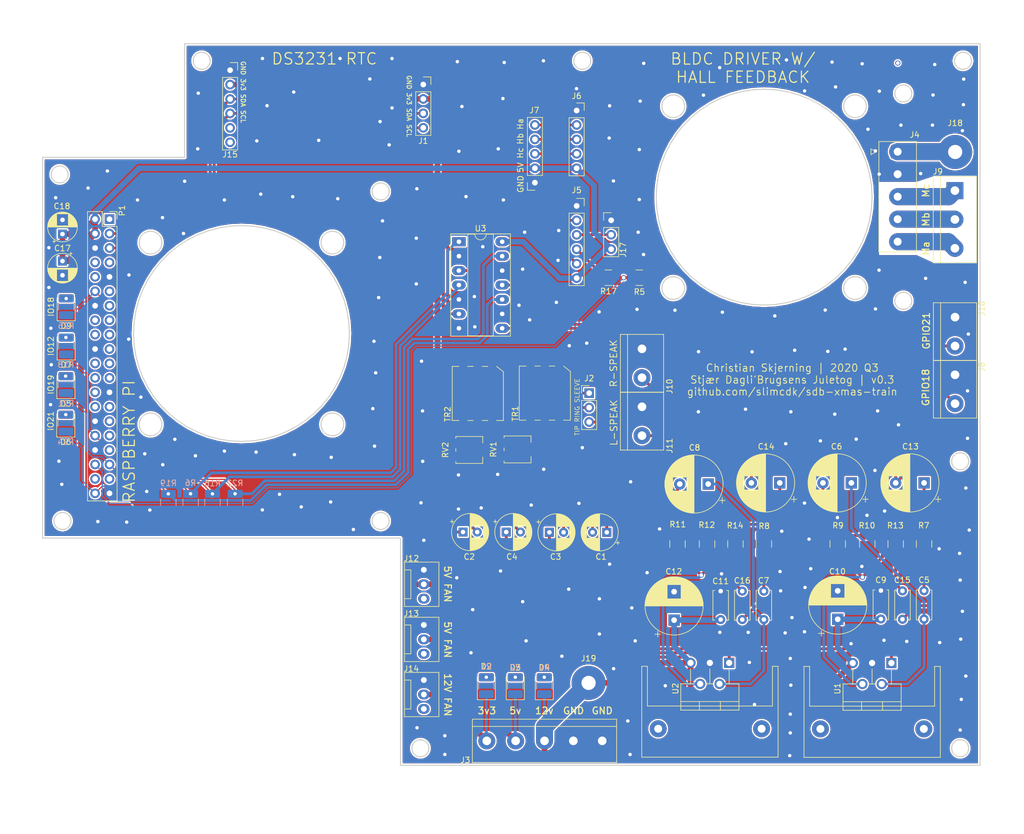
<source format=kicad_pcb>
(kicad_pcb (version 20171130) (host pcbnew 5.1.5+dfsg1-2build2)
  (title_block (title "SDB XMAS TRAIN") (date 2020-11-12) (rev v0.3) (company github.com/slimcdk/sdb-xmas-train))
  (layers (0 F.Cu signal) (31 B.Cu signal) (34 B.Paste user) (35 F.Paste user) (36 B.SilkS user) (37 F.SilkS user) (38 B.Mask user) (39 F.Mask user) (44 Edge.Cuts user))
  (net 0 "")
  (net 1 +3V3)
  (net 2 +5V)
  (net 3 GND)
  (net 4 /ID_SD)
  (net 5 /ID_SC)
  (net 6 /GPIO5)
  (net 7 /GPIO6)
  (net 8 /GPIO26)
  (net 9 "/GPIO2(SDA1)")
  (net 10 "/GPIO3(SCL1)")
  (net 11 "/GPIO4(GCLK)")
  (net 12 "/GPIO14(TXD0)")
  (net 13 "/GPIO15(RXD0)")
  (net 14 "/GPIO17(GEN0)")
  (net 15 "/GPIO27(GEN2)")
  (net 16 "/GPIO22(GEN3)")
  (net 17 "/GPIO23(GEN4)")
  (net 18 "/GPIO24(GEN5)")
  (net 19 "/GPIO25(GEN6)")
  (net 20 "/GPIO18(GEN1)(PWM0)")
  (net 21 "/GPIO10(SPI0_MOSI)")
  (net 22 "/GPIO9(SPI0_MISO)")
  (net 23 "/GPIO11(SPI0_SCK)")
  (net 24 "/GPIO8(SPI0_CE_N)")
  (net 25 "/GPIO7(SPI1_CE_N)")
  (net 26 "/GPIO12(PWM0)")
  (net 27 "/GPIO13(PWM1)")
  (net 28 "/GPIO19(SPI1_MISO)")
  (net 29 /GPIO16)
  (net 30 "/GPIO20(SPI1_MOSI)")
  (net 31 "/GPIO21(SPI1_SCK)")
  (net 32 "Net-(C1-Pad2)")
  (net 33 "Net-(C2-Pad2)")
  (net 34 "Net-(C3-Pad2)")
  (net 35 "Net-(C3-Pad1)")
  (net 36 "Net-(C4-Pad2)")
  (net 37 "Net-(C4-Pad1)")
  (net 38 "Net-(C5-Pad2)")
  (net 39 "Net-(C5-Pad1)")
  (net 40 "Net-(C6-Pad2)")
  (net 41 "Net-(C7-Pad2)")
  (net 42 "Net-(C7-Pad1)")
  (net 43 "Net-(C8-Pad2)")
  (net 44 +12V)
  (net 45 "Net-(C13-Pad1)")
  (net 46 "Net-(C14-Pad1)")
  (net 47 "Net-(C15-Pad2)")
  (net 48 "Net-(C16-Pad2)")
  (net 49 /M3)
  (net 50 /M2)
  (net 51 /M1)
  (net 52 /M3_HA)
  (net 53 /M2_HA)
  (net 54 /M1_HA)
  (net 55 "Net-(J5-Pad4)")
  (net 56 "Net-(P1-Pad1)")
  (net 57 "Net-(P1-Pad17)")
  (net 58 "Net-(C1-Pad1)")
  (net 59 "Net-(C2-Pad1)")
  (net 60 "Net-(C13-Pad2)")
  (net 61 "Net-(C14-Pad2)")
  (net 62 "Net-(J2-Pad1)")
  (net 63 "Net-(J2-Pad2)")
  (net 64 "Net-(J2-Pad3)")
  (net 65 "Net-(J8-Pad2)")
  (net 66 "Net-(D2-Pad2)")
  (net 67 "Net-(D3-Pad2)")
  (net 68 "Net-(D4-Pad2)")
  (net 69 "Net-(D5-Pad2)")
  (net 70 "Net-(D6-Pad2)")
  (net 71 "Net-(D7-Pad2)")
  (net 72 "Net-(J12-Pad3)")
  (net 73 "Net-(J13-Pad3)")
  (net 74 "Net-(J14-Pad3)")
  (net 75 "Net-(J15-Pad6)")
  (net 76 "Net-(J15-Pad5)")
  (net 77 "Net-(D9-Pad2)")
  (net 78 "Net-(TR1-Pad2)")
  (net 79 "Net-(TR1-Pad5)")
  (net 80 "Net-(TR2-Pad2)")
  (net 81 "Net-(TR2-Pad5)")
  (net 82 "Net-(J16-Pad2)")
  (net 83 "Net-(J17-Pad2)")
  (net 84 "Net-(J18-Pad1)")
  (net 85 "Net-(D8-Pad1)")
  (net 86 /MOTOR_EL)
  (net 87 /MOTOR_VR)
  (module Package_DIP:DIP-14_W7.62mm_Socket_LongPads (layer F.Cu) (at 98.275 59.85)
    (fp_text reference U3 (at 3.81 -2.33 180) (layer F.SilkS))
    (fp_text value 74HCT125)
    (pad 14 thru_hole oval (at 7.62 0) (size 2.4 1.6) (drill 0.8) (layers *.Cu *.Mask) (net 2 +5V))
    (pad 7 thru_hole oval (at 0 15.24) (size 2.4 1.6) (drill 0.8) (layers *.Cu *.Mask) (net 3 GND))
    (pad 13 thru_hole oval (at 7.62 2.54) (size 2.4 1.6) (drill 0.8) (layers *.Cu *.Mask) (net 20 "/GPIO18(GEN1)(PWM0)"))
    (pad 6 thru_hole oval (at 0 12.7) (size 2.4 1.6) (drill 0.8) (layers *.Cu *.Mask) (net 87 /MOTOR_VR))
    (pad 12 thru_hole oval (at 7.62 5.08) (size 2.4 1.6) (drill 0.8) (layers *.Cu *.Mask) (net 3 GND))
    (pad 5 thru_hole oval (at 0 10.16) (size 2.4 1.6) (drill 0.8) (layers *.Cu *.Mask) (net 3 GND))
    (pad 11 thru_hole oval (at 7.62 7.62) (size 2.4 1.6) (drill 0.8) (layers *.Cu *.Mask) (net 82 "Net-(J16-Pad2)"))
    (pad 4 thru_hole oval (at 0 7.62) (size 2.4 1.6) (drill 0.8) (layers *.Cu *.Mask) (net 26 "/GPIO12(PWM0)"))
    (pad 10 thru_hole oval (at 7.62 10.16) (size 2.4 1.6) (drill 0.8) (layers *.Cu *.Mask) (net 31 "/GPIO21(SPI1_SCK)"))
    (pad 3 thru_hole oval (at 0 5.08) (size 2.4 1.6) (drill 0.8) (layers *.Cu *.Mask) (net 86 /MOTOR_EL))
    (pad 9 thru_hole oval (at 7.62 12.7) (size 2.4 1.6) (drill 0.8) (layers *.Cu *.Mask) (net 3 GND))
    (pad 2 thru_hole oval (at 0 2.54) (size 2.4 1.6) (drill 0.8) (layers *.Cu *.Mask) (net 3 GND))
    (pad 8 thru_hole oval (at 7.62 15.24) (size 2.4 1.6) (drill 0.8) (layers *.Cu *.Mask) (net 65 "Net-(J8-Pad2)"))
    (pad 1 thru_hole rect (at 0 0) (size 2.4 1.6) (drill 0.8) (layers *.Cu *.Mask) (net 28 "/GPIO19(SPI1_MISO)"))
  )
  (module Connector_TE-Connectivity:TE_826576-5_1x05_P3.96mm_Vertical (layer F.Cu) (at 175.5 44 270)
    (fp_text reference J4 (at -2.975 -3 180) (layer F.SilkS))
    (fp_text value Conn_01x05_Female)
    (pad 1 thru_hole roundrect (at 0 0 270) (size 2.4 2.4) (drill 1.4) (layers *.Cu *.Mask) (roundrect_rratio 0.104167) (net 84 "Net-(J18-Pad1)"))
    (pad 2 thru_hole circle (at 3.96 0 270) (size 2.4 2.4) (drill 1.4) (layers *.Cu *.Mask) (net 3 GND))
    (pad 3 thru_hole circle (at 7.92 0 270) (size 2.4 2.4) (drill 1.4) (layers *.Cu *.Mask) (net 51 /M1))
    (pad 4 thru_hole circle (at 11.88 0 270) (size 2.4 2.4) (drill 1.4) (layers *.Cu *.Mask) (net 50 /M2))
    (pad 5 thru_hole circle (at 15.84 0 270) (size 2.4 2.4) (drill 1.4) (layers *.Cu *.Mask) (net 49 /M3))
  )
  (module Connector_PinSocket_2.54mm:PinSocket_1x05_P2.54mm_Vertical (layer F.Cu) (at 111.65 49.45 180)
    (fp_text reference J7 (at 0.1 12.73) (layer F.SilkS))
    (fp_text value Conn_01x05_Female)
    (pad 5 thru_hole oval (at 0 10.16 180) (size 1.7 1.7) (drill 1) (layers *.Cu *.Mask) (net 52 /M3_HA))
    (pad 4 thru_hole oval (at 0 7.62 180) (size 1.7 1.7) (drill 1) (layers *.Cu *.Mask) (net 53 /M2_HA))
    (pad 3 thru_hole oval (at 0 5.08 180) (size 1.7 1.7) (drill 1) (layers *.Cu *.Mask) (net 54 /M1_HA))
    (pad 2 thru_hole oval (at 0 2.54 180) (size 1.7 1.7) (drill 1) (layers *.Cu *.Mask) (net 2 +5V))
    (pad 1 thru_hole rect (at 0 0 180) (size 1.7 1.7) (drill 1) (layers *.Cu *.Mask) (net 3 GND))
  )
  (module Local_Heatsink:Unknown_TO220_16x24mm_Heatsink (layer F.Cu) (at 171.008 141.598)
    (fp_text reference REF** hide)
    (fp_text value Unknown_TO220_16x24mm_Heatsink)
    (pad 2 thru_hole circle (at 9.1 4) (size 3 3) (drill 1.4) (layers *.Cu *.Mask))
    (pad 1 thru_hole circle (at -9.1 4) (size 3 3) (drill 1.4) (layers *.Cu *.Mask))
  )
  (module Local_Heatsink:Unknown_TO220_16x24mm_Heatsink (layer F.Cu) (at 142.454 141.574)
    (fp_text reference REF** hide)
    (fp_text value Unknown_TO220_16x24mm_Heatsink)
    (pad 2 thru_hole circle (at 9.1 4) (size 3 3) (drill 1.4) (layers *.Cu *.Mask))
    (pad 1 thru_hole circle (at -9.1 4) (size 3 3) (drill 1.4) (layers *.Cu *.Mask))
  )
  (module Resistor_SMD:R_1210_3225Metric_Pad1.42x2.65mm_HandSolder (layer F.Cu) (at 124.575 66.175 180)
    (fp_text reference R17 (at -0.025 -2.4) (layer F.SilkS))
    (fp_text value 5.1K)
    (pad 2 smd roundrect (at 1.4875 0 180) (size 1.425 2.65) (layers F.Cu F.Paste F.Mask) (roundrect_rratio 0.175439) (net 55 "Net-(J5-Pad4)"))
    (pad 1 smd roundrect (at -1.4875 0 180) (size 1.425 2.65) (layers F.Cu F.Paste F.Mask) (roundrect_rratio 0.175439) (net 29 /GPIO16))
  )
  (module Resistor_SMD:R_1210_3225Metric_Pad1.42x2.65mm_HandSolder (layer F.Cu) (at 130.025 66.175)
    (fp_text reference R5 (at 0.025 2.5 180) (layer F.SilkS))
    (fp_text value 10K)
    (pad 2 smd roundrect (at 1.4875 0) (size 1.425 2.65) (layers F.Cu F.Paste F.Mask) (roundrect_rratio 0.175439) (net 3 GND))
    (pad 1 smd roundrect (at -1.4875 0) (size 1.425 2.65) (layers F.Cu F.Paste F.Mask) (roundrect_rratio 0.175439) (net 29 /GPIO16))
  )
  (module Resistor_SMD:R_1210_3225Metric_Pad1.42x2.65mm_HandSolder (layer B.Cu) (at 58.875 105.7 270)
    (fp_text reference R22 (at -3.35 0.025 180) (layer B.SilkS) (effects (justify mirror)))
    (fp_text value 10K)
    (pad 2 smd roundrect (at 1.4875 0 270) (size 1.425 2.65) (layers B.Cu B.Paste B.Mask) (roundrect_rratio 0.175439) (net 3 GND))
    (pad 1 smd roundrect (at -1.4875 0 270) (size 1.425 2.65) (layers B.Cu B.Paste B.Mask) (roundrect_rratio 0.175439) (net 20 "/GPIO18(GEN1)(PWM0)"))
  )
  (module Resistor_SMD:R_1210_3225Metric_Pad1.42x2.65mm_HandSolder (layer B.Cu) (at 47.125 105.7125 270)
    (fp_text reference R19 (at -3.375 -0.025 180) (layer B.SilkS) (effects (justify mirror)))
    (fp_text value 10K)
    (pad 2 smd roundrect (at 1.4875 0 270) (size 1.425 2.65) (layers B.Cu B.Paste B.Mask) (roundrect_rratio 0.175439) (net 3 GND))
    (pad 1 smd roundrect (at -1.4875 0 270) (size 1.425 2.65) (layers B.Cu B.Paste B.Mask) (roundrect_rratio 0.175439) (net 31 "/GPIO21(SPI1_SCK)"))
  )
  (module Resistor_SMD:R_1210_3225Metric_Pad1.42x2.65mm_HandSolder (layer B.Cu) (at 54.9 105.7 270)
    (fp_text reference R16 (at -3.325 0 180) (layer B.SilkS) (effects (justify mirror)))
    (fp_text value 10K)
    (pad 2 smd roundrect (at 1.4875 0 270) (size 1.425 2.65) (layers B.Cu B.Paste B.Mask) (roundrect_rratio 0.175439) (net 3 GND))
    (pad 1 smd roundrect (at -1.4875 0 270) (size 1.425 2.65) (layers B.Cu B.Paste B.Mask) (roundrect_rratio 0.175439) (net 26 "/GPIO12(PWM0)"))
  )
  (module Resistor_SMD:R_1210_3225Metric_Pad1.42x2.65mm_HandSolder (layer B.Cu) (at 51.05 105.7 270)
    (fp_text reference R6 (at -3.4 0.025) (layer B.SilkS) (effects (justify mirror)))
    (fp_text value 10K)
    (pad 2 smd roundrect (at 1.4875 0 270) (size 1.425 2.65) (layers B.Cu B.Paste B.Mask) (roundrect_rratio 0.175439) (net 3 GND))
    (pad 1 smd roundrect (at -1.4875 0 270) (size 1.425 2.65) (layers B.Cu B.Paste B.Mask) (roundrect_rratio 0.175439) (net 28 "/GPIO19(SPI1_MISO)"))
  )
  (module TerminalBlock:TerminalBlock_bornier-2_P5.08mm (layer F.Cu) (at 185.6 83.27 270)
    (fp_text reference J8 (at -1.397 -4.713 90) (layer F.SilkS))
    (fp_text value Conn_01x02_Female)
    (pad 2 thru_hole circle (at 5.08 0 270) (size 3 3) (drill 1.52) (layers *.Cu *.Mask) (net 65 "Net-(J8-Pad2)"))
    (pad 1 thru_hole rect (at 0 0 270) (size 3 3) (drill 1.52) (layers *.Cu *.Mask) (net 3 GND))
  )
  (module Connector:FanPinHeader_1x03_P2.54mm_Vertical (layer F.Cu) (at 92.1 117.6 270)
    (fp_text reference J12 (at -2 2.2 180) (layer F.SilkS))
    (fp_text value Conn_01x03_Male)
    (pad 3 thru_hole oval (at 5.08 0) (size 2.03 1.73) (drill 1.02) (layers *.Cu *.Mask) (net 72 "Net-(J12-Pad3)"))
    (pad 2 thru_hole oval (at 2.54 0) (size 2.03 1.73) (drill 1.02) (layers *.Cu *.Mask) (net 2 +5V))
    (pad 1 thru_hole rect (at 0 0) (size 2.03 1.73) (drill 1.02) (layers *.Cu *.Mask) (net 3 GND))
  )
  (module Connector_Wire:SolderWirePad_1x01_Drill2.5mm (layer F.Cu) (at 121.1 137.5)
    (fp_text reference J19 (at 0 -4.3) (layer F.SilkS))
    (fp_text value Conn_01x01_Female)
    (pad 1 thru_hole circle (at 0 0) (size 5.99948 5.99948) (drill 2.49936) (layers *.Cu *.Mask) (net 44 +12V))
  )
  (module Connector_Wire:SolderWirePad_1x01_Drill2.5mm (layer F.Cu) (at 185.625 44.05)
    (fp_text reference J18 (at 0 -5.08) (layer F.SilkS))
    (fp_text value Conn_01x01_Female)
    (pad 1 thru_hole circle (at 0 0) (size 5.99948 5.99948) (drill 2.49936) (layers *.Cu *.Mask) (net 84 "Net-(J18-Pad1)"))
  )
  (module Connector_PinHeader_2.54mm:PinHeader_1x03_P2.54mm_Vertical (layer F.Cu) (at 125.075 56.075)
    (fp_text reference J17 (at 2.1 5.2 270) (layer F.SilkS))
    (fp_text value Conn_01x03_Male)
    (pad 3 thru_hole oval (at 0 5.08) (size 1.7 1.7) (drill 1) (layers *.Cu *.Mask) (net 2 +5V))
    (pad 2 thru_hole oval (at 0 2.54) (size 1.7 1.7) (drill 1) (layers *.Cu *.Mask) (net 83 "Net-(J17-Pad2)"))
    (pad 1 thru_hole rect (at 0 0) (size 1.7 1.7) (drill 1) (layers *.Cu *.Mask) (net 3 GND))
  )
  (module LED_SMD:LED_1210_3225Metric_Pad1.42x2.65mm_HandSolder (layer F.Cu) (at 29.15 78.2 90)
    (fp_text reference D7 (at -3.3 0) (layer F.SilkS))
    (fp_text value LED)
    (pad 2 smd roundrect (at 1.4875 0 90) (size 1.425 2.65) (layers F.Cu F.Paste F.Mask) (roundrect_rratio 0.175439) (net 71 "Net-(D7-Pad2)"))
    (pad 1 smd roundrect (at -1.4875 0 90) (size 1.425 2.65) (layers F.Cu F.Paste F.Mask) (roundrect_rratio 0.175439) (net 3 GND))
  )
  (module LED_SMD:LED_1210_3225Metric_Pad1.42x2.65mm_HandSolder (layer F.Cu) (at 29.075 91.775 90)
    (fp_text reference D6 (at -3.3 0) (layer F.SilkS))
    (fp_text value LED)
    (pad 2 smd roundrect (at 1.4875 0 90) (size 1.425 2.65) (layers F.Cu F.Paste F.Mask) (roundrect_rratio 0.175439) (net 70 "Net-(D6-Pad2)"))
    (pad 1 smd roundrect (at -1.4875 0 90) (size 1.425 2.65) (layers F.Cu F.Paste F.Mask) (roundrect_rratio 0.175439) (net 3 GND))
  )
  (module Resistor_SMD:R_1210_3225Metric_Pad1.42x2.65mm_HandSolder (layer B.Cu) (at 29.1 85 270)
    (fp_text reference R21 (at 3.35 0) (layer B.SilkS) (effects (justify mirror)))
    (fp_text value ?)
    (pad 2 smd roundrect (at 1.4875 0 270) (size 1.425 2.65) (layers B.Cu B.Paste B.Mask) (roundrect_rratio 0.175439) (net 28 "/GPIO19(SPI1_MISO)"))
    (pad 1 smd roundrect (at -1.4875 0 270) (size 1.425 2.65) (layers B.Cu B.Paste B.Mask) (roundrect_rratio 0.175439) (net 69 "Net-(D5-Pad2)"))
  )
  (module Resistor_SMD:R_1210_3225Metric_Pad1.42x2.65mm_HandSolder (layer B.Cu) (at 29.15 78.2 270)
    (fp_text reference R18 (at 3.3 0.05 180) (layer B.SilkS) (effects (justify mirror)))
    (fp_text value ?)
    (pad 2 smd roundrect (at 1.4875 0 270) (size 1.425 2.65) (layers B.Cu B.Paste B.Mask) (roundrect_rratio 0.175439) (net 26 "/GPIO12(PWM0)"))
    (pad 1 smd roundrect (at -1.4875 0 270) (size 1.425 2.65) (layers B.Cu B.Paste B.Mask) (roundrect_rratio 0.175439) (net 71 "Net-(D7-Pad2)"))
  )
  (module Resistor_SMD:R_1210_3225Metric_Pad1.42x2.65mm_HandSolder (layer B.Cu) (at 29.075 91.775 270)
    (fp_text reference R24 (at 3.3 0) (layer B.SilkS) (effects (justify mirror)))
    (fp_text value ?)
    (pad 2 smd roundrect (at 1.4875 0 270) (size 1.425 2.65) (layers B.Cu B.Paste B.Mask) (roundrect_rratio 0.175439) (net 31 "/GPIO21(SPI1_SCK)"))
    (pad 1 smd roundrect (at -1.4875 0 270) (size 1.425 2.65) (layers B.Cu B.Paste B.Mask) (roundrect_rratio 0.175439) (net 70 "Net-(D6-Pad2)"))
  )
  (module LED_SMD:LED_1210_3225Metric_Pad1.42x2.65mm_HandSolder (layer F.Cu) (at 29.15 71.3 90)
    (fp_text reference D9 (at -3.35 0) (layer F.SilkS))
    (fp_text value LED)
    (pad 2 smd roundrect (at 1.4875 0 90) (size 1.425 2.65) (layers F.Cu F.Paste F.Mask) (roundrect_rratio 0.175439) (net 77 "Net-(D9-Pad2)"))
    (pad 1 smd roundrect (at -1.4875 0 90) (size 1.425 2.65) (layers F.Cu F.Paste F.Mask) (roundrect_rratio 0.175439) (net 3 GND))
  )
  (module LED_SMD:LED_1210_3225Metric_Pad1.42x2.65mm_HandSolder (layer F.Cu) (at 29.1 85 90)
    (fp_text reference D5 (at -3.35 0) (layer F.SilkS))
    (fp_text value LED)
    (pad 2 smd roundrect (at 1.4875 0 90) (size 1.425 2.65) (layers F.Cu F.Paste F.Mask) (roundrect_rratio 0.175439) (net 69 "Net-(D5-Pad2)"))
    (pad 1 smd roundrect (at -1.4875 0 90) (size 1.425 2.65) (layers F.Cu F.Paste F.Mask) (roundrect_rratio 0.175439) (net 3 GND))
  )
  (module Resistor_SMD:R_1210_3225Metric_Pad1.42x2.65mm_HandSolder (layer B.Cu) (at 29.15 71.3 270)
    (fp_text reference R25 (at 3.35 0) (layer B.SilkS) (effects (justify mirror)))
    (fp_text value ?)
    (pad 2 smd roundrect (at 1.4875 0 270) (size 1.425 2.65) (layers B.Cu B.Paste B.Mask) (roundrect_rratio 0.175439) (net 20 "/GPIO18(GEN1)(PWM0)"))
    (pad 1 smd roundrect (at -1.4875 0 270) (size 1.425 2.65) (layers B.Cu B.Paste B.Mask) (roundrect_rratio 0.175439) (net 77 "Net-(D9-Pad2)"))
  )
  (module TerminalBlock:TerminalBlock_bornier-2_P5.08mm (layer F.Cu) (at 185.6 73.125 270)
    (fp_text reference J16 (at -1.55 -4.713 270) (layer F.SilkS))
    (fp_text value Conn_01x02_Female)
    (pad 2 thru_hole circle (at 5.08 0 270) (size 3 3) (drill 1.52) (layers *.Cu *.Mask) (net 82 "Net-(J16-Pad2)"))
    (pad 1 thru_hole rect (at 0 0 270) (size 3 3) (drill 1.52) (layers *.Cu *.Mask) (net 3 GND))
  )
  (module Local_Transformer_Audio:MURATA_DA10XJ_Audo_Transformer (layer F.Cu) (at 101.6 86.55 270)
    (fp_text reference TR2 (at 3.65 5.3 90) (layer F.SilkS))
    (fp_text value TRANSF5)
    (pad 1 smd rect (at -5.75 -2.54 270) (size 1.8 1.2) (layers F.Cu F.Paste F.Mask) (net 63 "Net-(J2-Pad2)"))
    (pad 2 smd rect (at -5.75 0 270) (size 1.8 1.2) (layers F.Cu F.Paste F.Mask) (net 80 "Net-(TR2-Pad2)"))
    (pad 3 smd rect (at -5.75 2.54 270) (size 1.8 1.2) (layers F.Cu F.Paste F.Mask) (net 62 "Net-(J2-Pad1)"))
    (pad 4 smd rect (at 5.75 -2.54 270) (size 1.8 1.2) (layers F.Cu F.Paste F.Mask) (net 3 GND))
    (pad 5 smd rect (at 5.75 0 270) (size 1.8 1.2) (layers F.Cu F.Paste F.Mask) (net 81 "Net-(TR2-Pad5)"))
    (pad 6 smd rect (at 5.75 2.54 270) (size 1.8 1.2) (layers F.Cu F.Paste F.Mask) (net 59 "Net-(C2-Pad1)"))
  )
  (module Local_Transformer_Audio:MURATA_DA10XJ_Audo_Transformer (layer F.Cu) (at 113.4 86.5 270)
    (fp_text reference TR1 (at 3.6 5.2 270) (layer F.SilkS))
    (fp_text value TRANSF5)
    (pad 1 smd rect (at -5.75 -2.54 270) (size 1.8 1.2) (layers F.Cu F.Paste F.Mask) (net 64 "Net-(J2-Pad3)"))
    (pad 2 smd rect (at -5.75 0 270) (size 1.8 1.2) (layers F.Cu F.Paste F.Mask) (net 78 "Net-(TR1-Pad2)"))
    (pad 3 smd rect (at -5.75 2.54 270) (size 1.8 1.2) (layers F.Cu F.Paste F.Mask) (net 62 "Net-(J2-Pad1)"))
    (pad 4 smd rect (at 5.75 -2.54 270) (size 1.8 1.2) (layers F.Cu F.Paste F.Mask) (net 3 GND))
    (pad 5 smd rect (at 5.75 0 270) (size 1.8 1.2) (layers F.Cu F.Paste F.Mask) (net 79 "Net-(TR1-Pad5)"))
    (pad 6 smd rect (at 5.75 2.54 270) (size 1.8 1.2) (layers F.Cu F.Paste F.Mask) (net 58 "Net-(C1-Pad1)"))
  )
  (module Connector_PinSocket_2.54mm:PinSocket_1x06_P2.54mm_Vertical (layer F.Cu) (at 58 29.65)
    (fp_text reference J15 (at 0 14.85) (layer F.SilkS))
    (fp_text value Conn_01x06_Female)
    (pad 6 thru_hole oval (at 0 12.7) (size 1.7 1.7) (drill 1) (layers *.Cu *.Mask) (net 75 "Net-(J15-Pad6)"))
    (pad 5 thru_hole oval (at 0 10.16) (size 1.7 1.7) (drill 1) (layers *.Cu *.Mask) (net 76 "Net-(J15-Pad5)"))
    (pad 4 thru_hole oval (at 0 7.62) (size 1.7 1.7) (drill 1) (layers *.Cu *.Mask) (net 10 "/GPIO3(SCL1)"))
    (pad 3 thru_hole oval (at 0 5.08) (size 1.7 1.7) (drill 1) (layers *.Cu *.Mask) (net 9 "/GPIO2(SDA1)"))
    (pad 2 thru_hole oval (at 0 2.54) (size 1.7 1.7) (drill 1) (layers *.Cu *.Mask) (net 1 +3V3))
    (pad 1 thru_hole rect (at 0 0) (size 1.7 1.7) (drill 1) (layers *.Cu *.Mask) (net 3 GND))
  )
  (module Capacitor_THT:CP_Radial_D5.0mm_P2.50mm (layer F.Cu) (at 28.5 58.5 90)
    (fp_text reference C18 (at 4.9 -0.1 180) (layer F.SilkS))
    (fp_text value 1000µF)
    (pad 2 thru_hole circle (at 2.5 0 90) (size 1.6 1.6) (drill 0.8) (layers *.Cu *.Mask) (net 3 GND))
    (pad 1 thru_hole rect (at 0 0 90) (size 1.6 1.6) (drill 0.8) (layers *.Cu *.Mask) (net 2 +5V))
  )
  (module Capacitor_THT:CP_Radial_D5.0mm_P2.50mm (layer F.Cu) (at 28.5 63.25 270)
    (fp_text reference C17 (at -2.25 0 180) (layer F.SilkS))
    (fp_text value 1000µF)
    (pad 2 thru_hole circle (at 2.5 0 270) (size 1.6 1.6) (drill 0.8) (layers *.Cu *.Mask) (net 3 GND))
    (pad 1 thru_hole rect (at 0 0 270) (size 1.6 1.6) (drill 0.8) (layers *.Cu *.Mask) (net 2 +5V))
  )
  (module Resistor_SMD:R_1210_3225Metric_Pad1.42x2.65mm_HandSolder (layer F.Cu) (at 146.95 113.05 270)
    (fp_text reference R14 (at -3.25 0.05 180) (layer F.SilkS))
    (fp_text value 1R)
    (pad 2 smd roundrect (at 1.4875 0 270) (size 1.425 2.65) (layers F.Cu F.Paste F.Mask) (roundrect_rratio 0.175439) (net 48 "Net-(C16-Pad2)"))
    (pad 1 smd roundrect (at -1.4875 0 270) (size 1.425 2.65) (layers F.Cu F.Paste F.Mask) (roundrect_rratio 0.175439) (net 3 GND))
  )
  (module Resistor_SMD:R_1210_3225Metric_Pad1.42x2.65mm_HandSolder (layer F.Cu) (at 175.15 113.05 270)
    (fp_text reference R13 (at -3.25 0.05 180) (layer F.SilkS))
    (fp_text value 1R)
    (pad 2 smd roundrect (at 1.4875 0 270) (size 1.425 2.65) (layers F.Cu F.Paste F.Mask) (roundrect_rratio 0.175439) (net 47 "Net-(C15-Pad2)"))
    (pad 1 smd roundrect (at -1.4875 0 270) (size 1.425 2.65) (layers F.Cu F.Paste F.Mask) (roundrect_rratio 0.175439) (net 3 GND))
  )
  (module Resistor_SMD:R_1210_3225Metric_Pad1.42x2.65mm_HandSolder (layer F.Cu) (at 141.95 113.05 90)
    (fp_text reference R12 (at 3.35 -0.05 180) (layer F.SilkS))
    (fp_text value 4R7)
    (pad 2 smd roundrect (at 1.4875 0 90) (size 1.425 2.65) (layers F.Cu F.Paste F.Mask) (roundrect_rratio 0.175439) (net 43 "Net-(C8-Pad2)"))
    (pad 1 smd roundrect (at -1.4875 0 90) (size 1.425 2.65) (layers F.Cu F.Paste F.Mask) (roundrect_rratio 0.175439) (net 3 GND))
  )
  (module Resistor_SMD:R_1210_3225Metric_Pad1.42x2.65mm_HandSolder (layer F.Cu) (at 136.75 113.05 270)
    (fp_text reference R11 (at -3.45 -0.05 180) (layer F.SilkS))
    (fp_text value 470R)
    (pad 2 smd roundrect (at 1.4875 0 270) (size 1.425 2.65) (layers F.Cu F.Paste F.Mask) (roundrect_rratio 0.175439) (net 46 "Net-(C14-Pad1)"))
    (pad 1 smd roundrect (at -1.4875 0 270) (size 1.425 2.65) (layers F.Cu F.Paste F.Mask) (roundrect_rratio 0.175439) (net 43 "Net-(C8-Pad2)"))
  )
  (module Resistor_SMD:R_1210_3225Metric_Pad1.42x2.65mm_HandSolder (layer F.Cu) (at 170.15 113.05 90)
    (fp_text reference R10 (at 3.25 -0.05 180) (layer F.SilkS))
    (fp_text value 4R7)
    (pad 2 smd roundrect (at 1.4875 0 90) (size 1.425 2.65) (layers F.Cu F.Paste F.Mask) (roundrect_rratio 0.175439) (net 40 "Net-(C6-Pad2)"))
    (pad 1 smd roundrect (at -1.4875 0 90) (size 1.425 2.65) (layers F.Cu F.Paste F.Mask) (roundrect_rratio 0.175439) (net 3 GND))
  )
  (module Resistor_SMD:R_1210_3225Metric_Pad1.42x2.65mm_HandSolder (layer F.Cu) (at 164.95 113.05 270)
    (fp_text reference R9 (at -3.25 -0.05 180) (layer F.SilkS))
    (fp_text value 470R)
    (pad 2 smd roundrect (at 1.4875 0 270) (size 1.425 2.65) (layers F.Cu F.Paste F.Mask) (roundrect_rratio 0.175439) (net 45 "Net-(C13-Pad1)"))
    (pad 1 smd roundrect (at -1.4875 0 270) (size 1.425 2.65) (layers F.Cu F.Paste F.Mask) (roundrect_rratio 0.175439) (net 40 "Net-(C6-Pad2)"))
  )
  (module Resistor_SMD:R_1210_3225Metric_Pad1.42x2.65mm_HandSolder (layer F.Cu) (at 151.95 113.05 270)
    (fp_text reference R8 (at -3.15 -0.05 180) (layer F.SilkS))
    (fp_text value 100R)
    (pad 2 smd roundrect (at 1.4875 0 270) (size 1.425 2.65) (layers F.Cu F.Paste F.Mask) (roundrect_rratio 0.175439) (net 42 "Net-(C7-Pad1)"))
    (pad 1 smd roundrect (at -1.4875 0 270) (size 1.425 2.65) (layers F.Cu F.Paste F.Mask) (roundrect_rratio 0.175439) (net 46 "Net-(C14-Pad1)"))
  )
  (module Resistor_SMD:R_1210_3225Metric_Pad1.42x2.65mm_HandSolder (layer F.Cu) (at 180.15 113.05 270)
    (fp_text reference R7 (at -3.25 0.05 180) (layer F.SilkS))
    (fp_text value 100R)
    (pad 2 smd roundrect (at 1.4875 0 270) (size 1.425 2.65) (layers F.Cu F.Paste F.Mask) (roundrect_rratio 0.175439) (net 39 "Net-(C5-Pad1)"))
    (pad 1 smd roundrect (at -1.4875 0 270) (size 1.425 2.65) (layers F.Cu F.Paste F.Mask) (roundrect_rratio 0.175439) (net 45 "Net-(C13-Pad1)"))
  )
  (module Resistor_SMD:R_1210_3225Metric_Pad1.42x2.65mm_HandSolder (layer B.Cu) (at 113.3 138 270)
    (fp_text reference R4 (at -3.2 0) (layer B.SilkS) (effects (justify mirror)))
    (fp_text value ?)
    (pad 2 smd roundrect (at 1.4875 0 270) (size 1.425 2.65) (layers B.Cu B.Paste B.Mask) (roundrect_rratio 0.175439) (net 44 +12V))
    (pad 1 smd roundrect (at -1.4875 0 270) (size 1.425 2.65) (layers B.Cu B.Paste B.Mask) (roundrect_rratio 0.175439) (net 68 "Net-(D4-Pad2)"))
  )
  (module Resistor_SMD:R_1210_3225Metric_Pad1.42x2.65mm_HandSolder (layer B.Cu) (at 108.2 138 270)
    (fp_text reference R2 (at -3.2 0 180) (layer B.SilkS) (effects (justify mirror)))
    (fp_text value ?)
    (pad 2 smd roundrect (at 1.4875 0 270) (size 1.425 2.65) (layers B.Cu B.Paste B.Mask) (roundrect_rratio 0.175439) (net 1 +3V3))
    (pad 1 smd roundrect (at -1.4875 0 270) (size 1.425 2.65) (layers B.Cu B.Paste B.Mask) (roundrect_rratio 0.175439) (net 67 "Net-(D3-Pad2)"))
  )
  (module Resistor_SMD:R_1210_3225Metric_Pad1.42x2.65mm_HandSolder (layer B.Cu) (at 103.1 138 270)
    (fp_text reference R1 (at -3.375 0 180) (layer B.SilkS) (effects (justify mirror)))
    (fp_text value ?)
    (pad 2 smd roundrect (at 1.4875 0 270) (size 1.425 2.65) (layers B.Cu B.Paste B.Mask) (roundrect_rratio 0.175439) (net 2 +5V))
    (pad 1 smd roundrect (at -1.4875 0 270) (size 1.425 2.65) (layers B.Cu B.Paste B.Mask) (roundrect_rratio 0.175439) (net 66 "Net-(D2-Pad2)"))
  )
  (module Connector:FanPinHeader_1x03_P2.54mm_Vertical (layer F.Cu) (at 92.1 137 270)
    (fp_text reference J14 (at -2 2.2 180) (layer F.SilkS))
    (fp_text value Conn_01x03_Male)
    (pad 3 thru_hole oval (at 5.08 0) (size 2.03 1.73) (drill 1.02) (layers *.Cu *.Mask) (net 74 "Net-(J14-Pad3)"))
    (pad 2 thru_hole oval (at 2.54 0) (size 2.03 1.73) (drill 1.02) (layers *.Cu *.Mask) (net 44 +12V))
    (pad 1 thru_hole rect (at 0 0) (size 2.03 1.73) (drill 1.02) (layers *.Cu *.Mask) (net 3 GND))
  )
  (module Connector:FanPinHeader_1x03_P2.54mm_Vertical (layer F.Cu) (at 92.1 127.3 270)
    (fp_text reference J13 (at -2 2.2 180) (layer F.SilkS))
    (fp_text value Conn_01x03_Male)
    (pad 3 thru_hole oval (at 5.08 0) (size 2.03 1.73) (drill 1.02) (layers *.Cu *.Mask) (net 73 "Net-(J13-Pad3)"))
    (pad 2 thru_hole oval (at 2.54 0) (size 2.03 1.73) (drill 1.02) (layers *.Cu *.Mask) (net 2 +5V))
    (pad 1 thru_hole rect (at 0 0) (size 2.03 1.73) (drill 1.02) (layers *.Cu *.Mask) (net 3 GND))
  )
  (module LED_SMD:LED_1210_3225Metric_Pad1.42x2.65mm_HandSolder (layer F.Cu) (at 113.3 138 90)
    (fp_text reference D4 (at 3.2 0 180) (layer F.SilkS))
    (fp_text value LED)
    (pad 2 smd roundrect (at 1.4875 0 90) (size 1.425 2.65) (layers F.Cu F.Paste F.Mask) (roundrect_rratio 0.175439) (net 68 "Net-(D4-Pad2)"))
    (pad 1 smd roundrect (at -1.4875 0 90) (size 1.425 2.65) (layers F.Cu F.Paste F.Mask) (roundrect_rratio 0.175439) (net 3 GND))
  )
  (module LED_SMD:LED_1210_3225Metric_Pad1.42x2.65mm_HandSolder (layer F.Cu) (at 108.2 138 90)
    (fp_text reference D3 (at 3.2 0 180) (layer F.SilkS))
    (fp_text value LED)
    (pad 2 smd roundrect (at 1.4875 0 90) (size 1.425 2.65) (layers F.Cu F.Paste F.Mask) (roundrect_rratio 0.175439) (net 67 "Net-(D3-Pad2)"))
    (pad 1 smd roundrect (at -1.4875 0 90) (size 1.425 2.65) (layers F.Cu F.Paste F.Mask) (roundrect_rratio 0.175439) (net 3 GND))
  )
  (module LED_SMD:LED_1210_3225Metric_Pad1.42x2.65mm_HandSolder (layer F.Cu) (at 103.1 138 90)
    (fp_text reference D2 (at 3.4 0) (layer F.SilkS))
    (fp_text value LED)
    (pad 2 smd roundrect (at 1.4875 0 90) (size 1.425 2.65) (layers F.Cu F.Paste F.Mask) (roundrect_rratio 0.175439) (net 66 "Net-(D2-Pad2)"))
    (pad 1 smd roundrect (at -1.4875 0 90) (size 1.425 2.65) (layers F.Cu F.Paste F.Mask) (roundrect_rratio 0.175439) (net 3 GND))
  )
  (module Potentiometer_SMD:Potentiometer_Bourns_3314J_Vertical (layer F.Cu) (at 108.6 96.4 90)
    (fp_text reference RV1 (at 0 -4.25 90) (layer F.SilkS))
    (fp_text value 10K)
    (pad 3 smd rect (at -1.15 -2 90) (size 1.3 2) (layers F.Cu F.Paste F.Mask) (net 3 GND))
    (pad 2 smd rect (at 0 2 90) (size 2 2) (layers F.Cu F.Paste F.Mask) (net 34 "Net-(C3-Pad2)"))
    (pad 1 smd rect (at 1.15 -2 90) (size 1.3 2) (layers F.Cu F.Paste F.Mask) (net 32 "Net-(C1-Pad2)"))
  )
  (module Capacitor_THT:CP_Radial_D6.3mm_P2.50mm (layer F.Cu) (at 124.3 111 180)
    (fp_text reference C1 (at 1 -4.3) (layer F.SilkS))
    (fp_text value 10µF)
    (pad 2 thru_hole circle (at 2.5 0 180) (size 1.6 1.6) (drill 0.8) (layers *.Cu *.Mask) (net 32 "Net-(C1-Pad2)"))
    (pad 1 thru_hole rect (at 0 0 180) (size 1.6 1.6) (drill 0.8) (layers *.Cu *.Mask) (net 58 "Net-(C1-Pad1)"))
  )
  (module TerminalBlock:TerminalBlock_bornier-3_P5.08mm (layer F.Cu) (at 185.575 50.85 270)
    (fp_text reference J9 (at -3.35 3 180) (layer F.SilkS))
    (fp_text value Conn_01x03_Female)
    (pad 3 thru_hole circle (at 10.16 0 270) (size 3 3) (drill 1.52) (layers *.Cu *.Mask) (net 49 /M3))
    (pad 2 thru_hole circle (at 5.08 0 270) (size 3 3) (drill 1.52) (layers *.Cu *.Mask) (net 50 /M2))
    (pad 1 thru_hole rect (at 0 0 270) (size 3 3) (drill 1.52) (layers *.Cu *.Mask) (net 51 /M1))
  )
  (module Connector_PinSocket_2.54mm:PinSocket_1x06_P2.54mm_Vertical (layer F.Cu) (at 119 53.55)
    (fp_text reference J5 (at 0 -2.77) (layer F.SilkS))
    (fp_text value Conn_01x06_Female)
    (pad 6 thru_hole oval (at 0 12.7) (size 1.7 1.7) (drill 1) (layers *.Cu *.Mask) (net 2 +5V))
    (pad 5 thru_hole oval (at 0 10.16) (size 1.7 1.7) (drill 1) (layers *.Cu *.Mask) (net 86 /MOTOR_EL))
    (pad 4 thru_hole oval (at 0 7.62) (size 1.7 1.7) (drill 1) (layers *.Cu *.Mask) (net 55 "Net-(J5-Pad4)"))
    (pad 3 thru_hole oval (at 0 5.08) (size 1.7 1.7) (drill 1) (layers *.Cu *.Mask) (net 83 "Net-(J17-Pad2)"))
    (pad 2 thru_hole oval (at 0 2.54) (size 1.7 1.7) (drill 1) (layers *.Cu *.Mask) (net 87 /MOTOR_VR))
    (pad 1 thru_hole rect (at 0 0) (size 1.7 1.7) (drill 1) (layers *.Cu *.Mask) (net 3 GND))
  )
  (module Connector_PinSocket_2.54mm:PinSocket_1x05_P2.54mm_Vertical (layer F.Cu) (at 119 36.75)
    (fp_text reference J6 (at 0 -2.55) (layer F.SilkS))
    (fp_text value Conn_01x05_Female)
    (pad 5 thru_hole oval (at 0 10.16) (size 1.7 1.7) (drill 1) (layers *.Cu *.Mask) (net 2 +5V))
    (pad 4 thru_hole oval (at 0 7.62) (size 1.7 1.7) (drill 1) (layers *.Cu *.Mask) (net 54 /M1_HA))
    (pad 3 thru_hole oval (at 0 5.08) (size 1.7 1.7) (drill 1) (layers *.Cu *.Mask) (net 53 /M2_HA))
    (pad 2 thru_hole oval (at 0 2.54) (size 1.7 1.7) (drill 1) (layers *.Cu *.Mask) (net 52 /M3_HA))
    (pad 1 thru_hole rect (at 0 0) (size 1.7 1.7) (drill 1) (layers *.Cu *.Mask) (net 3 GND))
  )
  (module Connector_PinSocket_2.54mm:PinSocket_1x04_P2.54mm_Vertical (layer F.Cu) (at 92 32.175)
    (fp_text reference J1 (at 0 9.925) (layer F.SilkS))
    (fp_text value Conn_01x04_Female)
    (pad 4 thru_hole oval (at 0 7.62) (size 1.7 1.7) (drill 1) (layers *.Cu *.Mask) (net 10 "/GPIO3(SCL1)"))
    (pad 3 thru_hole oval (at 0 5.08) (size 1.7 1.7) (drill 1) (layers *.Cu *.Mask) (net 9 "/GPIO2(SDA1)"))
    (pad 2 thru_hole oval (at 0 2.54) (size 1.7 1.7) (drill 1) (layers *.Cu *.Mask) (net 1 +3V3))
    (pad 1 thru_hole rect (at 0 0) (size 1.7 1.7) (drill 1) (layers *.Cu *.Mask) (net 3 GND))
  )
  (module Connector_PinHeader_2.54mm:PinHeader_1x03_P2.54mm_Vertical (layer F.Cu) (at 121.2 86.5)
    (fp_text reference J2 (at 0 -2.6 180) (layer F.SilkS))
    (fp_text value Conn_01x03_Male)
    (pad 3 thru_hole oval (at 0 5.08) (size 1.7 1.7) (drill 1) (layers *.Cu *.Mask) (net 64 "Net-(J2-Pad3)"))
    (pad 2 thru_hole oval (at 0 2.54) (size 1.7 1.7) (drill 1) (layers *.Cu *.Mask) (net 63 "Net-(J2-Pad2)"))
    (pad 1 thru_hole rect (at 0 0) (size 1.7 1.7) (drill 1) (layers *.Cu *.Mask) (net 62 "Net-(J2-Pad1)"))
  )
  (module TerminalBlock:TerminalBlock_bornier-2_P5.08mm (layer F.Cu) (at 130.5 88.9 270)
    (fp_text reference J11 (at 6.85 -4.85 90) (layer F.SilkS))
    (fp_text value Conn_01x02_Female)
    (pad 2 thru_hole circle (at 5.08 0 270) (size 3 3) (drill 1.52) (layers *.Cu *.Mask) (net 61 "Net-(C14-Pad2)"))
    (pad 1 thru_hole rect (at 0 0 270) (size 3 3) (drill 1.52) (layers *.Cu *.Mask) (net 3 GND))
  )
  (module TerminalBlock:TerminalBlock_bornier-2_P5.08mm (layer F.Cu) (at 130.5 78.7 270)
    (fp_text reference J10 (at 6.6 -4.85 90) (layer F.SilkS))
    (fp_text value Conn_01x02_Female)
    (pad 2 thru_hole circle (at 5.08 0 270) (size 3 3) (drill 1.52) (layers *.Cu *.Mask) (net 60 "Net-(C13-Pad2)"))
    (pad 1 thru_hole rect (at 0 0 270) (size 3 3) (drill 1.52) (layers *.Cu *.Mask) (net 3 GND))
  )
  (module TerminalBlock:TerminalBlock_bornier-5_P5.08mm (layer F.Cu) (at 123.5 147.7 180)
    (fp_text reference J3 (at 24.1 -3.4) (layer F.SilkS))
    (fp_text value Conn_01x05_Female)
    (pad 5 thru_hole circle (at 20.32 0 180) (size 3 3) (drill 1.52) (layers *.Cu *.Mask) (net 2 +5V))
    (pad 4 thru_hole circle (at 15.24 0 180) (size 3 3) (drill 1.52) (layers *.Cu *.Mask) (net 1 +3V3))
    (pad 1 thru_hole rect (at 0 0 180) (size 3 3) (drill 1.52) (layers *.Cu *.Mask) (net 3 GND))
    (pad 3 thru_hole circle (at 10.16 0 180) (size 3 3) (drill 1.52) (layers *.Cu *.Mask) (net 44 +12V))
    (pad 2 thru_hole circle (at 5.08 0 180) (size 3 3) (drill 1.52) (layers *.Cu *.Mask) (net 3 GND))
  )
  (module Package_TO_SOT_THT:TO-220-5_P3.4x3.7mm_StaggerOdd_Lead3.8mm_Vertical (layer F.Cu) (at 145.846 133.976 180)
    (fp_text reference U2 (at 9.446 -4.524 270) (layer F.SilkS))
    (fp_text value TDA2003)
    (pad 5 thru_hole oval (at 6.8 0 180) (size 1.8 1.8) (drill 1.1) (layers *.Cu *.Mask) (net 44 +12V))
    (pad 4 thru_hole oval (at 5.1 -3.7 180) (size 1.8 1.8) (drill 1.1) (layers *.Cu *.Mask) (net 46 "Net-(C14-Pad1)"))
    (pad 3 thru_hole oval (at 3.4 0 180) (size 1.8 1.8) (drill 1.1) (layers *.Cu *.Mask) (net 3 GND))
    (pad 2 thru_hole oval (at 1.7 -3.7 180) (size 1.8 1.8) (drill 1.1) (layers *.Cu *.Mask) (net 41 "Net-(C7-Pad2)"))
    (pad 1 thru_hole rect (at 0 0 180) (size 1.8 1.8) (drill 1.1) (layers *.Cu *.Mask) (net 37 "Net-(C4-Pad1)"))
  )
  (module Package_TO_SOT_THT:TO-220-5_P3.4x3.7mm_StaggerOdd_Lead3.8mm_Vertical (layer F.Cu) (at 174.4 134 180)
    (fp_text reference U1 (at 9.5 -4.5 90) (layer F.SilkS))
    (fp_text value TDA2003)
    (pad 5 thru_hole oval (at 6.8 0 180) (size 1.8 1.8) (drill 1.1) (layers *.Cu *.Mask) (net 44 +12V))
    (pad 4 thru_hole oval (at 5.1 -3.7 180) (size 1.8 1.8) (drill 1.1) (layers *.Cu *.Mask) (net 45 "Net-(C13-Pad1)"))
    (pad 3 thru_hole oval (at 3.4 0 180) (size 1.8 1.8) (drill 1.1) (layers *.Cu *.Mask) (net 3 GND))
    (pad 2 thru_hole oval (at 1.7 -3.7 180) (size 1.8 1.8) (drill 1.1) (layers *.Cu *.Mask) (net 38 "Net-(C5-Pad2)"))
    (pad 1 thru_hole rect (at 0 0 180) (size 1.8 1.8) (drill 1.1) (layers *.Cu *.Mask) (net 35 "Net-(C3-Pad1)"))
  )
  (module Potentiometer_SMD:Potentiometer_Bourns_3314J_Vertical (layer F.Cu) (at 100.1 96.5 90)
    (fp_text reference RV2 (at 0 -4.2 90) (layer F.SilkS))
    (fp_text value 10K)
    (pad 3 smd rect (at -1.15 -2 90) (size 1.3 2) (layers F.Cu F.Paste F.Mask) (net 3 GND))
    (pad 2 smd rect (at 0 2 90) (size 2 2) (layers F.Cu F.Paste F.Mask) (net 36 "Net-(C4-Pad2)"))
    (pad 1 smd rect (at 1.15 -2 90) (size 1.3 2) (layers F.Cu F.Paste F.Mask) (net 33 "Net-(C2-Pad2)"))
  )
  (module Capacitor_THT:C_Disc_D5.0mm_W2.5mm_P5.00mm (layer F.Cu) (at 148.15 126.35 90)
    (fp_text reference C16 (at 6.85 0 180) (layer F.SilkS))
    (fp_text value 100nF)
    (pad 2 thru_hole circle (at 5 0 90) (size 1.6 1.6) (drill 0.8) (layers *.Cu *.Mask) (net 48 "Net-(C16-Pad2)"))
    (pad 1 thru_hole circle (at 0 0 90) (size 1.6 1.6) (drill 0.8) (layers *.Cu *.Mask) (net 61 "Net-(C14-Pad2)"))
  )
  (module Capacitor_THT:C_Disc_D5.0mm_W2.5mm_P5.00mm (layer F.Cu) (at 176.35 126.3 90)
    (fp_text reference C15 (at 6.9 -0.025 180) (layer F.SilkS))
    (fp_text value 100nF)
    (pad 2 thru_hole circle (at 5 0 90) (size 1.6 1.6) (drill 0.8) (layers *.Cu *.Mask) (net 47 "Net-(C15-Pad2)"))
    (pad 1 thru_hole circle (at 0 0 90) (size 1.6 1.6) (drill 0.8) (layers *.Cu *.Mask) (net 60 "Net-(C13-Pad2)"))
  )
  (module Capacitor_THT:CP_Radial_D10.0mm_P5.00mm (layer F.Cu) (at 154.75 102.3 180)
    (fp_text reference C14 (at 2.4 6.4) (layer F.SilkS))
    (fp_text value 1000µF)
    (pad 2 thru_hole circle (at 5 0 180) (size 2 2) (drill 1) (layers *.Cu *.Mask) (net 61 "Net-(C14-Pad2)"))
    (pad 1 thru_hole rect (at 0 0 180) (size 2 2) (drill 1) (layers *.Cu *.Mask) (net 46 "Net-(C14-Pad1)"))
  )
  (module Capacitor_THT:CP_Radial_D10.0mm_P5.00mm (layer F.Cu) (at 180.15 102.3 180)
    (fp_text reference C13 (at 2.4 6.4) (layer F.SilkS))
    (fp_text value 1000µF)
    (pad 2 thru_hole circle (at 5 0 180) (size 2 2) (drill 1) (layers *.Cu *.Mask) (net 60 "Net-(C13-Pad2)"))
    (pad 1 thru_hole rect (at 0 0 180) (size 2 2) (drill 1) (layers *.Cu *.Mask) (net 45 "Net-(C13-Pad1)"))
  )
  (module Capacitor_THT:CP_Radial_D10.0mm_P5.00mm (layer F.Cu) (at 136.15 126.45 90)
    (fp_text reference C12 (at 8.55 -0.05 180) (layer F.SilkS))
    (fp_text value 1000µF)
    (pad 2 thru_hole circle (at 5 0 90) (size 2 2) (drill 1) (layers *.Cu *.Mask) (net 3 GND))
    (pad 1 thru_hole rect (at 0 0 90) (size 2 2) (drill 1) (layers *.Cu *.Mask) (net 44 +12V))
  )
  (module Capacitor_THT:C_Disc_D5.0mm_W2.5mm_P5.00mm (layer F.Cu) (at 144.35 121.35 270)
    (fp_text reference C11 (at -1.75 0 180) (layer F.SilkS))
    (fp_text value 100nF)
    (pad 2 thru_hole circle (at 5 0 270) (size 1.6 1.6) (drill 0.8) (layers *.Cu *.Mask) (net 44 +12V))
    (pad 1 thru_hole circle (at 0 0 270) (size 1.6 1.6) (drill 0.8) (layers *.Cu *.Mask) (net 3 GND))
  )
  (module Capacitor_THT:CP_Radial_D10.0mm_P5.00mm (layer F.Cu) (at 164.95 126.3 90)
    (fp_text reference C10 (at 8.4 -0.05 180) (layer F.SilkS))
    (fp_text value 1000µF)
    (pad 2 thru_hole circle (at 5 0 90) (size 2 2) (drill 1) (layers *.Cu *.Mask) (net 3 GND))
    (pad 1 thru_hole rect (at 0 0 90) (size 2 2) (drill 1) (layers *.Cu *.Mask) (net 44 +12V))
  )
  (module Capacitor_THT:C_Disc_D5.0mm_W2.5mm_P5.00mm (layer F.Cu) (at 172.55 121.25 270)
    (fp_text reference C9 (at -1.85 0 180) (layer F.SilkS))
    (fp_text value 100nF)
    (pad 2 thru_hole circle (at 5 0 270) (size 1.6 1.6) (drill 0.8) (layers *.Cu *.Mask) (net 44 +12V))
    (pad 1 thru_hole circle (at 0 0 270) (size 1.6 1.6) (drill 0.8) (layers *.Cu *.Mask) (net 3 GND))
  )
  (module Capacitor_THT:CP_Radial_D10.0mm_P5.00mm (layer F.Cu) (at 142.15 102.5 180)
    (fp_text reference C8 (at 2.4 6.4) (layer F.SilkS))
    (fp_text value 470µF)
    (pad 2 thru_hole circle (at 5 0 180) (size 2 2) (drill 1) (layers *.Cu *.Mask) (net 43 "Net-(C8-Pad2)"))
    (pad 1 thru_hole rect (at 0 0 180) (size 2 2) (drill 1) (layers *.Cu *.Mask) (net 41 "Net-(C7-Pad2)"))
  )
  (module Capacitor_THT:C_Disc_D5.0mm_W2.5mm_P5.00mm (layer F.Cu) (at 151.95 121.35 270)
    (fp_text reference C7 (at -1.85 0.05 180) (layer F.SilkS))
    (fp_text value 8n2)
    (pad 2 thru_hole circle (at 5 0 270) (size 1.6 1.6) (drill 0.8) (layers *.Cu *.Mask) (net 41 "Net-(C7-Pad2)"))
    (pad 1 thru_hole circle (at 0 0 270) (size 1.6 1.6) (drill 0.8) (layers *.Cu *.Mask) (net 42 "Net-(C7-Pad1)"))
  )
  (module Capacitor_THT:CP_Radial_D10.0mm_P5.00mm (layer F.Cu) (at 167.35 102.3 180)
    (fp_text reference C6 (at 2.6 6.4) (layer F.SilkS))
    (fp_text value 470µF)
    (pad 2 thru_hole circle (at 5 0 180) (size 2 2) (drill 1) (layers *.Cu *.Mask) (net 40 "Net-(C6-Pad2)"))
    (pad 1 thru_hole rect (at 0 0 180) (size 2 2) (drill 1) (layers *.Cu *.Mask) (net 38 "Net-(C5-Pad2)"))
  )
  (module Capacitor_THT:C_Disc_D5.0mm_W2.5mm_P5.00mm (layer F.Cu) (at 180.15 121.275 270)
    (fp_text reference C5 (at -1.875 0 180) (layer F.SilkS))
    (fp_text value 8n2)
    (pad 2 thru_hole circle (at 5 0 270) (size 1.6 1.6) (drill 0.8) (layers *.Cu *.Mask) (net 38 "Net-(C5-Pad2)"))
    (pad 1 thru_hole circle (at 0 0 270) (size 1.6 1.6) (drill 0.8) (layers *.Cu *.Mask) (net 39 "Net-(C5-Pad1)"))
  )
  (module Capacitor_THT:CP_Radial_D6.3mm_P2.50mm (layer F.Cu) (at 106.6 110.9472)
    (fp_text reference C4 (at 1 4.3528) (layer F.SilkS))
    (fp_text value 10µF)
    (pad 2 thru_hole circle (at 2.5 0) (size 1.6 1.6) (drill 0.8) (layers *.Cu *.Mask) (net 36 "Net-(C4-Pad2)"))
    (pad 1 thru_hole rect (at 0 0) (size 1.6 1.6) (drill 0.8) (layers *.Cu *.Mask) (net 37 "Net-(C4-Pad1)"))
  )
  (module Capacitor_THT:CP_Radial_D6.3mm_P2.50mm (layer F.Cu) (at 114.2 111)
    (fp_text reference C3 (at 1.1 4.3) (layer F.SilkS))
    (fp_text value 10µF)
    (pad 2 thru_hole circle (at 2.5 0) (size 1.6 1.6) (drill 0.8) (layers *.Cu *.Mask) (net 34 "Net-(C3-Pad2)"))
    (pad 1 thru_hole rect (at 0 0) (size 1.6 1.6) (drill 0.8) (layers *.Cu *.Mask) (net 35 "Net-(C3-Pad1)"))
  )
  (module Capacitor_THT:CP_Radial_D6.3mm_P2.50mm (layer F.Cu) (at 99 110.9472)
    (fp_text reference C2 (at 1.1 4.3528) (layer F.SilkS))
    (fp_text value 10µF)
    (pad 2 thru_hole circle (at 2.5 0) (size 1.6 1.6) (drill 0.8) (layers *.Cu *.Mask) (net 33 "Net-(C2-Pad2)"))
    (pad 1 thru_hole rect (at 0 0) (size 1.6 1.6) (drill 0.8) (layers *.Cu *.Mask) (net 59 "Net-(C2-Pad1)"))
  )
  (module Connector_PinSocket_2.54mm:PinSocket_2x20_P2.54mm_Vertical (layer F.Cu) (at 36.775 55.875)
    (fp_text reference P1 (at 2.208 -1.512 270) (layer F.SilkS))
    (fp_text value Conn_02x20_Odd_Even)
    (pad 40 thru_hole oval (at -2.54 48.26) (size 1.7 1.7) (drill 1) (layers *.Cu *.Mask) (net 31 "/GPIO21(SPI1_SCK)"))
    (pad 39 thru_hole oval (at 0 48.26) (size 1.7 1.7) (drill 1) (layers *.Cu *.Mask) (net 3 GND))
    (pad 38 thru_hole oval (at -2.54 45.72) (size 1.7 1.7) (drill 1) (layers *.Cu *.Mask) (net 30 "/GPIO20(SPI1_MOSI)"))
    (pad 37 thru_hole oval (at 0 45.72) (size 1.7 1.7) (drill 1) (layers *.Cu *.Mask) (net 8 /GPIO26))
    (pad 36 thru_hole oval (at -2.54 43.18) (size 1.7 1.7) (drill 1) (layers *.Cu *.Mask) (net 29 /GPIO16))
    (pad 35 thru_hole oval (at 0 43.18) (size 1.7 1.7) (drill 1) (layers *.Cu *.Mask) (net 28 "/GPIO19(SPI1_MISO)"))
    (pad 34 thru_hole oval (at -2.54 40.64) (size 1.7 1.7) (drill 1) (layers *.Cu *.Mask) (net 3 GND))
    (pad 33 thru_hole oval (at 0 40.64) (size 1.7 1.7) (drill 1) (layers *.Cu *.Mask) (net 27 "/GPIO13(PWM1)"))
    (pad 32 thru_hole oval (at -2.54 38.1) (size 1.7 1.7) (drill 1) (layers *.Cu *.Mask) (net 26 "/GPIO12(PWM0)"))
    (pad 31 thru_hole oval (at 0 38.1) (size 1.7 1.7) (drill 1) (layers *.Cu *.Mask) (net 7 /GPIO6))
    (pad 30 thru_hole oval (at -2.54 35.56) (size 1.7 1.7) (drill 1) (layers *.Cu *.Mask) (net 3 GND))
    (pad 29 thru_hole oval (at 0 35.56) (size 1.7 1.7) (drill 1) (layers *.Cu *.Mask) (net 6 /GPIO5))
    (pad 28 thru_hole oval (at -2.54 33.02) (size 1.7 1.7) (drill 1) (layers *.Cu *.Mask) (net 5 /ID_SC))
    (pad 27 thru_hole oval (at 0 33.02) (size 1.7 1.7) (drill 1) (layers *.Cu *.Mask) (net 4 /ID_SD))
    (pad 26 thru_hole oval (at -2.54 30.48) (size 1.7 1.7) (drill 1) (layers *.Cu *.Mask) (net 25 "/GPIO7(SPI1_CE_N)"))
    (pad 25 thru_hole oval (at 0 30.48) (size 1.7 1.7) (drill 1) (layers *.Cu *.Mask) (net 3 GND))
    (pad 24 thru_hole oval (at -2.54 27.94) (size 1.7 1.7) (drill 1) (layers *.Cu *.Mask) (net 24 "/GPIO8(SPI0_CE_N)"))
    (pad 23 thru_hole oval (at 0 27.94) (size 1.7 1.7) (drill 1) (layers *.Cu *.Mask) (net 23 "/GPIO11(SPI0_SCK)"))
    (pad 22 thru_hole oval (at -2.54 25.4) (size 1.7 1.7) (drill 1) (layers *.Cu *.Mask) (net 19 "/GPIO25(GEN6)"))
    (pad 21 thru_hole oval (at 0 25.4) (size 1.7 1.7) (drill 1) (layers *.Cu *.Mask) (net 22 "/GPIO9(SPI0_MISO)"))
    (pad 20 thru_hole oval (at -2.54 22.86) (size 1.7 1.7) (drill 1) (layers *.Cu *.Mask) (net 3 GND))
    (pad 19 thru_hole oval (at 0 22.86) (size 1.7 1.7) (drill 1) (layers *.Cu *.Mask) (net 21 "/GPIO10(SPI0_MOSI)"))
    (pad 18 thru_hole oval (at -2.54 20.32) (size 1.7 1.7) (drill 1) (layers *.Cu *.Mask) (net 18 "/GPIO24(GEN5)"))
    (pad 17 thru_hole oval (at 0 20.32) (size 1.7 1.7) (drill 1) (layers *.Cu *.Mask) (net 57 "Net-(P1-Pad17)"))
    (pad 16 thru_hole oval (at -2.54 17.78) (size 1.7 1.7) (drill 1) (layers *.Cu *.Mask) (net 17 "/GPIO23(GEN4)"))
    (pad 15 thru_hole oval (at 0 17.78) (size 1.7 1.7) (drill 1) (layers *.Cu *.Mask) (net 16 "/GPIO22(GEN3)"))
    (pad 14 thru_hole oval (at -2.54 15.24) (size 1.7 1.7) (drill 1) (layers *.Cu *.Mask) (net 3 GND))
    (pad 13 thru_hole oval (at 0 15.24) (size 1.7 1.7) (drill 1) (layers *.Cu *.Mask) (net 15 "/GPIO27(GEN2)"))
    (pad 12 thru_hole oval (at -2.54 12.7) (size 1.7 1.7) (drill 1) (layers *.Cu *.Mask) (net 20 "/GPIO18(GEN1)(PWM0)"))
    (pad 11 thru_hole oval (at 0 12.7) (size 1.7 1.7) (drill 1) (layers *.Cu *.Mask) (net 14 "/GPIO17(GEN0)"))
    (pad 10 thru_hole oval (at -2.54 10.16) (size 1.7 1.7) (drill 1) (layers *.Cu *.Mask) (net 13 "/GPIO15(RXD0)"))
    (pad 9 thru_hole oval (at 0 10.16) (size 1.7 1.7) (drill 1) (layers *.Cu *.Mask) (net 3 GND))
    (pad 8 thru_hole oval (at -2.54 7.62) (size 1.7 1.7) (drill 1) (layers *.Cu *.Mask) (net 12 "/GPIO14(TXD0)"))
    (pad 7 thru_hole oval (at 0 7.62) (size 1.7 1.7) (drill 1) (layers *.Cu *.Mask) (net 11 "/GPIO4(GCLK)"))
    (pad 6 thru_hole oval (at -2.54 5.08) (size 1.7 1.7) (drill 1) (layers *.Cu *.Mask) (net 3 GND))
    (pad 5 thru_hole oval (at 0 5.08) (size 1.7 1.7) (drill 1) (layers *.Cu *.Mask) (net 10 "/GPIO3(SCL1)"))
    (pad 4 thru_hole oval (at -2.54 2.54) (size 1.7 1.7) (drill 1) (layers *.Cu *.Mask) (net 2 +5V))
    (pad 3 thru_hole oval (at 0 2.54) (size 1.7 1.7) (drill 1) (layers *.Cu *.Mask) (net 9 "/GPIO2(SDA1)"))
    (pad 2 thru_hole oval (at -2.54 0) (size 1.7 1.7) (drill 1) (layers *.Cu *.Mask) (net 2 +5V))
    (pad 1 thru_hole rect (at 0 0) (size 1.7 1.7) (drill 1) (layers *.Cu *.Mask) (net 56 "Net-(P1-Pad1)"))
  )
  (gr_line (start 91.5 150.5) (end 91.3432 150.4918) (layer Edge.Cuts) (width 0.2))
  (gr_line (start 91.6568 150.4918) (end 91.5 150.5) (layer Edge.Cuts) (width 0.2))
  (gr_line (start 91.8119 150.4672) (end 91.6568 150.4918) (layer Edge.Cuts) (width 0.2))
  (gr_line (start 91.9635 150.4266) (end 91.8119 150.4672) (layer Edge.Cuts) (width 0.2))
  (gr_line (start 92.1101 150.3703) (end 91.9635 150.4266) (layer Edge.Cuts) (width 0.2))
  (gr_line (start 92.25 150.299) (end 92.1101 150.3703) (layer Edge.Cuts) (width 0.2))
  (gr_line (start 92.3817 150.2135) (end 92.25 150.299) (layer Edge.Cuts) (width 0.2))
  (gr_line (start 92.5037 150.1147) (end 92.3817 150.2135) (layer Edge.Cuts) (width 0.2))
  (gr_line (start 92.6147 150.003699) (end 92.5037 150.1147) (layer Edge.Cuts) (width 0.2))
  (gr_line (start 92.7135 149.8817) (end 92.6147 150.003699) (layer Edge.Cuts) (width 0.2))
  (gr_line (start 92.799 149.75) (end 92.7135 149.8817) (layer Edge.Cuts) (width 0.2))
  (gr_line (start 92.8703 149.6101) (end 92.799 149.75) (layer Edge.Cuts) (width 0.2))
  (gr_line (start 92.9266 149.4635) (end 92.8703 149.6101) (layer Edge.Cuts) (width 0.2))
  (gr_line (start 92.967199 149.311899) (end 92.9266 149.4635) (layer Edge.Cuts) (width 0.2))
  (gr_line (start 92.9918 149.1568) (end 92.967199 149.311899) (layer Edge.Cuts) (width 0.2))
  (gr_line (start 93 149) (end 92.9918 149.1568) (layer Edge.Cuts) (width 0.2))
  (gr_line (start 92.9918 148.8432) (end 93 149) (layer Edge.Cuts) (width 0.2))
  (gr_line (start 92.967199 148.6881) (end 92.9918 148.8432) (layer Edge.Cuts) (width 0.2))
  (gr_line (start 92.9266 148.5365) (end 92.967199 148.6881) (layer Edge.Cuts) (width 0.2))
  (gr_line (start 92.8703 148.3899) (end 92.9266 148.5365) (layer Edge.Cuts) (width 0.2))
  (gr_line (start 92.799 148.25) (end 92.8703 148.3899) (layer Edge.Cuts) (width 0.2))
  (gr_line (start 92.7135 148.1183) (end 92.799 148.25) (layer Edge.Cuts) (width 0.2))
  (gr_line (start 92.6147 147.9963) (end 92.7135 148.1183) (layer Edge.Cuts) (width 0.2))
  (gr_line (start 92.5037 147.8853) (end 92.6147 147.9963) (layer Edge.Cuts) (width 0.2))
  (gr_line (start 92.3817 147.7865) (end 92.5037 147.8853) (layer Edge.Cuts) (width 0.2))
  (gr_line (start 92.25 147.701) (end 92.3817 147.7865) (layer Edge.Cuts) (width 0.2))
  (gr_line (start 92.1101 147.6297) (end 92.25 147.701) (layer Edge.Cuts) (width 0.2))
  (gr_line (start 91.9635 147.5734) (end 92.1101 147.6297) (layer Edge.Cuts) (width 0.2))
  (gr_line (start 91.8119 147.5328) (end 91.9635 147.5734) (layer Edge.Cuts) (width 0.2))
  (gr_line (start 91.6568 147.5082) (end 91.8119 147.5328) (layer Edge.Cuts) (width 0.2))
  (gr_line (start 91.5 147.5) (end 91.6568 147.5082) (layer Edge.Cuts) (width 0.2))
  (gr_line (start 91.3432 147.5082) (end 91.5 147.5) (layer Edge.Cuts) (width 0.2))
  (gr_line (start 91.188099 147.5328) (end 91.3432 147.5082) (layer Edge.Cuts) (width 0.2))
  (gr_line (start 91.0365 147.5734) (end 91.188099 147.5328) (layer Edge.Cuts) (width 0.2))
  (gr_line (start 90.8899 147.6297) (end 91.0365 147.5734) (layer Edge.Cuts) (width 0.2))
  (gr_line (start 90.75 147.701) (end 90.8899 147.6297) (layer Edge.Cuts) (width 0.2))
  (gr_line (start 90.6183 147.7865) (end 90.75 147.701) (layer Edge.Cuts) (width 0.2))
  (gr_line (start 90.4963 147.8853) (end 90.6183 147.7865) (layer Edge.Cuts) (width 0.2))
  (gr_line (start 90.3853 147.9963) (end 90.4963 147.8853) (layer Edge.Cuts) (width 0.2))
  (gr_line (start 90.2865 148.1183) (end 90.3853 147.9963) (layer Edge.Cuts) (width 0.2))
  (gr_line (start 90.201 148.25) (end 90.2865 148.1183) (layer Edge.Cuts) (width 0.2))
  (gr_line (start 90.1297 148.3899) (end 90.201 148.25) (layer Edge.Cuts) (width 0.2))
  (gr_line (start 90.073399 148.5365) (end 90.1297 148.3899) (layer Edge.Cuts) (width 0.2))
  (gr_line (start 90.0328 148.6881) (end 90.073399 148.5365) (layer Edge.Cuts) (width 0.2))
  (gr_line (start 90.0082 148.8432) (end 90.0328 148.6881) (layer Edge.Cuts) (width 0.2))
  (gr_line (start 90 149) (end 90.0082 148.8432) (layer Edge.Cuts) (width 0.2))
  (gr_line (start 90.0082 149.1568) (end 90 149) (layer Edge.Cuts) (width 0.2))
  (gr_line (start 90.0328 149.311899) (end 90.0082 149.1568) (layer Edge.Cuts) (width 0.2))
  (gr_line (start 90.073399 149.4635) (end 90.0328 149.311899) (layer Edge.Cuts) (width 0.2))
  (gr_line (start 90.1297 149.6101) (end 90.073399 149.4635) (layer Edge.Cuts) (width 0.2))
  (gr_line (start 90.201 149.75) (end 90.1297 149.6101) (layer Edge.Cuts) (width 0.2))
  (gr_line (start 90.2865 149.8817) (end 90.201 149.75) (layer Edge.Cuts) (width 0.2))
  (gr_line (start 90.3853 150.003699) (end 90.2865 149.8817) (layer Edge.Cuts) (width 0.2))
  (gr_line (start 90.4963 150.1147) (end 90.3853 150.003699) (layer Edge.Cuts) (width 0.2))
  (gr_line (start 90.6183 150.2135) (end 90.4963 150.1147) (layer Edge.Cuts) (width 0.2))
  (gr_line (start 90.75 150.299) (end 90.6183 150.2135) (layer Edge.Cuts) (width 0.2))
  (gr_line (start 90.8899 150.3703) (end 90.75 150.299) (layer Edge.Cuts) (width 0.2))
  (gr_line (start 91.0365 150.4266) (end 90.8899 150.3703) (layer Edge.Cuts) (width 0.2))
  (gr_line (start 91.188099 150.4672) (end 91.0365 150.4266) (layer Edge.Cuts) (width 0.2))
  (gr_line (start 91.3432 150.4918) (end 91.188099 150.4672) (layer Edge.Cuts) (width 0.2))
  (gr_line (start 186.5 150.5) (end 186.3432 150.4918) (layer Edge.Cuts) (width 0.2))
  (gr_line (start 186.6568 150.4918) (end 186.5 150.5) (layer Edge.Cuts) (width 0.2))
  (gr_line (start 186.811899 150.4672) (end 186.6568 150.4918) (layer Edge.Cuts) (width 0.2))
  (gr_line (start 186.9635 150.4266) (end 186.811899 150.4672) (layer Edge.Cuts) (width 0.2))
  (gr_line (start 187.1101 150.3703) (end 186.9635 150.4266) (layer Edge.Cuts) (width 0.2))
  (gr_line (start 187.25 150.299) (end 187.1101 150.3703) (layer Edge.Cuts) (width 0.2))
  (gr_line (start 187.3817 150.2135) (end 187.25 150.299) (layer Edge.Cuts) (width 0.2))
  (gr_line (start 187.503699 150.1147) (end 187.3817 150.2135) (layer Edge.Cuts) (width 0.2))
  (gr_line (start 187.6147 150.003699) (end 187.503699 150.1147) (layer Edge.Cuts) (width 0.2))
  (gr_line (start 187.7135 149.8817) (end 187.6147 150.003699) (layer Edge.Cuts) (width 0.2))
  (gr_line (start 187.799 149.75) (end 187.7135 149.8817) (layer Edge.Cuts) (width 0.2))
  (gr_line (start 187.8703 149.6101) (end 187.799 149.75) (layer Edge.Cuts) (width 0.2))
  (gr_line (start 187.9266 149.4635) (end 187.8703 149.6101) (layer Edge.Cuts) (width 0.2))
  (gr_line (start 187.9672 149.311899) (end 187.9266 149.4635) (layer Edge.Cuts) (width 0.2))
  (gr_line (start 187.9918 149.1568) (end 187.9672 149.311899) (layer Edge.Cuts) (width 0.2))
  (gr_line (start 188 149) (end 187.9918 149.1568) (layer Edge.Cuts) (width 0.2))
  (gr_line (start 187.9918 148.8432) (end 188 149) (layer Edge.Cuts) (width 0.2))
  (gr_line (start 187.9672 148.6881) (end 187.9918 148.8432) (layer Edge.Cuts) (width 0.2))
  (gr_line (start 187.9266 148.5365) (end 187.9672 148.6881) (layer Edge.Cuts) (width 0.2))
  (gr_line (start 187.8703 148.3899) (end 187.9266 148.5365) (layer Edge.Cuts) (width 0.2))
  (gr_line (start 187.799 148.25) (end 187.8703 148.3899) (layer Edge.Cuts) (width 0.2))
  (gr_line (start 187.7135 148.1183) (end 187.799 148.25) (layer Edge.Cuts) (width 0.2))
  (gr_line (start 187.6147 147.9963) (end 187.7135 148.1183) (layer Edge.Cuts) (width 0.2))
  (gr_line (start 187.503699 147.8853) (end 187.6147 147.9963) (layer Edge.Cuts) (width 0.2))
  (gr_line (start 187.3817 147.7865) (end 187.503699 147.8853) (layer Edge.Cuts) (width 0.2))
  (gr_line (start 187.25 147.701) (end 187.3817 147.7865) (layer Edge.Cuts) (width 0.2))
  (gr_line (start 187.1101 147.6297) (end 187.25 147.701) (layer Edge.Cuts) (width 0.2))
  (gr_line (start 186.9635 147.5734) (end 187.1101 147.6297) (layer Edge.Cuts) (width 0.2))
  (gr_line (start 186.811899 147.5328) (end 186.9635 147.5734) (layer Edge.Cuts) (width 0.2))
  (gr_line (start 186.6568 147.5082) (end 186.811899 147.5328) (layer Edge.Cuts) (width 0.2))
  (gr_line (start 186.5 147.5) (end 186.6568 147.5082) (layer Edge.Cuts) (width 0.2))
  (gr_line (start 186.3432 147.5082) (end 186.5 147.5) (layer Edge.Cuts) (width 0.2))
  (gr_line (start 186.1881 147.5328) (end 186.3432 147.5082) (layer Edge.Cuts) (width 0.2))
  (gr_line (start 186.0365 147.5734) (end 186.1881 147.5328) (layer Edge.Cuts) (width 0.2))
  (gr_line (start 185.8899 147.6297) (end 186.0365 147.5734) (layer Edge.Cuts) (width 0.2))
  (gr_line (start 185.75 147.701) (end 185.8899 147.6297) (layer Edge.Cuts) (width 0.2))
  (gr_line (start 185.6183 147.7865) (end 185.75 147.701) (layer Edge.Cuts) (width 0.2))
  (gr_line (start 185.4963 147.8853) (end 185.6183 147.7865) (layer Edge.Cuts) (width 0.2))
  (gr_line (start 185.3853 147.9963) (end 185.4963 147.8853) (layer Edge.Cuts) (width 0.2))
  (gr_line (start 185.2865 148.1183) (end 185.3853 147.9963) (layer Edge.Cuts) (width 0.2))
  (gr_line (start 185.201 148.25) (end 185.2865 148.1183) (layer Edge.Cuts) (width 0.2))
  (gr_line (start 185.1297 148.3899) (end 185.201 148.25) (layer Edge.Cuts) (width 0.2))
  (gr_line (start 185.0734 148.5365) (end 185.1297 148.3899) (layer Edge.Cuts) (width 0.2))
  (gr_line (start 185.0328 148.6881) (end 185.0734 148.5365) (layer Edge.Cuts) (width 0.2))
  (gr_line (start 185.0082 148.8432) (end 185.0328 148.6881) (layer Edge.Cuts) (width 0.2))
  (gr_line (start 185 149) (end 185.0082 148.8432) (layer Edge.Cuts) (width 0.2))
  (gr_line (start 185.0082 149.1568) (end 185 149) (layer Edge.Cuts) (width 0.2))
  (gr_line (start 185.0328 149.311899) (end 185.0082 149.1568) (layer Edge.Cuts) (width 0.2))
  (gr_line (start 185.0734 149.4635) (end 185.0328 149.311899) (layer Edge.Cuts) (width 0.2))
  (gr_line (start 185.1297 149.6101) (end 185.0734 149.4635) (layer Edge.Cuts) (width 0.2))
  (gr_line (start 185.201 149.75) (end 185.1297 149.6101) (layer Edge.Cuts) (width 0.2))
  (gr_line (start 185.2865 149.8817) (end 185.201 149.75) (layer Edge.Cuts) (width 0.2))
  (gr_line (start 185.3853 150.003699) (end 185.2865 149.8817) (layer Edge.Cuts) (width 0.2))
  (gr_line (start 185.4963 150.1147) (end 185.3853 150.003699) (layer Edge.Cuts) (width 0.2))
  (gr_line (start 185.6183 150.2135) (end 185.4963 150.1147) (layer Edge.Cuts) (width 0.2))
  (gr_line (start 185.75 150.299) (end 185.6183 150.2135) (layer Edge.Cuts) (width 0.2))
  (gr_line (start 185.8899 150.3703) (end 185.75 150.299) (layer Edge.Cuts) (width 0.2))
  (gr_line (start 186.0365 150.4266) (end 185.8899 150.3703) (layer Edge.Cuts) (width 0.2))
  (gr_line (start 186.1881 150.4672) (end 186.0365 150.4266) (layer Edge.Cuts) (width 0.2))
  (gr_line (start 186.3432 150.4918) (end 186.1881 150.4672) (layer Edge.Cuts) (width 0.2))
  (gr_line (start 84.5 110.5) (end 84.3432 110.4918) (layer Edge.Cuts) (width 0.2))
  (gr_line (start 84.6568 110.4918) (end 84.5 110.5) (layer Edge.Cuts) (width 0.2))
  (gr_line (start 84.8119 110.467199) (end 84.6568 110.4918) (layer Edge.Cuts) (width 0.2))
  (gr_line (start 84.9635 110.4266) (end 84.8119 110.467199) (layer Edge.Cuts) (width 0.2))
  (gr_line (start 85.1101 110.3703) (end 84.9635 110.4266) (layer Edge.Cuts) (width 0.2))
  (gr_line (start 85.25 110.299) (end 85.1101 110.3703) (layer Edge.Cuts) (width 0.2))
  (gr_line (start 85.3817 110.2135) (end 85.25 110.299) (layer Edge.Cuts) (width 0.2))
  (gr_line (start 85.5037 110.1147) (end 85.3817 110.2135) (layer Edge.Cuts) (width 0.2))
  (gr_line (start 85.6147 110.0037) (end 85.5037 110.1147) (layer Edge.Cuts) (width 0.2))
  (gr_line (start 85.7135 109.8817) (end 85.6147 110.0037) (layer Edge.Cuts) (width 0.2))
  (gr_line (start 85.799 109.75) (end 85.7135 109.8817) (layer Edge.Cuts) (width 0.2))
  (gr_line (start 85.8703 109.6101) (end 85.799 109.75) (layer Edge.Cuts) (width 0.2))
  (gr_line (start 85.9266 109.4635) (end 85.8703 109.6101) (layer Edge.Cuts) (width 0.2))
  (gr_line (start 85.967199 109.3119) (end 85.9266 109.4635) (layer Edge.Cuts) (width 0.2))
  (gr_line (start 85.9918 109.1568) (end 85.967199 109.3119) (layer Edge.Cuts) (width 0.2))
  (gr_line (start 86 109) (end 85.9918 109.1568) (layer Edge.Cuts) (width 0.2))
  (gr_line (start 85.9918 108.8432) (end 86 109) (layer Edge.Cuts) (width 0.2))
  (gr_line (start 85.967199 108.688099) (end 85.9918 108.8432) (layer Edge.Cuts) (width 0.2))
  (gr_line (start 85.9266 108.536499) (end 85.967199 108.688099) (layer Edge.Cuts) (width 0.2))
  (gr_line (start 85.8703 108.3899) (end 85.9266 108.536499) (layer Edge.Cuts) (width 0.2))
  (gr_line (start 85.799 108.25) (end 85.8703 108.3899) (layer Edge.Cuts) (width 0.2))
  (gr_line (start 85.7135 108.1183) (end 85.799 108.25) (layer Edge.Cuts) (width 0.2))
  (gr_line (start 85.6147 107.996299) (end 85.7135 108.1183) (layer Edge.Cuts) (width 0.2))
  (gr_line (start 85.5037 107.8853) (end 85.6147 107.996299) (layer Edge.Cuts) (width 0.2))
  (gr_line (start 85.3817 107.786499) (end 85.5037 107.8853) (layer Edge.Cuts) (width 0.2))
  (gr_line (start 85.25 107.701) (end 85.3817 107.786499) (layer Edge.Cuts) (width 0.2))
  (gr_line (start 85.1101 107.6297) (end 85.25 107.701) (layer Edge.Cuts) (width 0.2))
  (gr_line (start 84.9635 107.573399) (end 85.1101 107.6297) (layer Edge.Cuts) (width 0.2))
  (gr_line (start 84.8119 107.5328) (end 84.9635 107.573399) (layer Edge.Cuts) (width 0.2))
  (gr_line (start 84.6568 107.5082) (end 84.8119 107.5328) (layer Edge.Cuts) (width 0.2))
  (gr_line (start 84.5 107.5) (end 84.6568 107.5082) (layer Edge.Cuts) (width 0.2))
  (gr_line (start 84.3432 107.5082) (end 84.5 107.5) (layer Edge.Cuts) (width 0.2))
  (gr_line (start 84.188099 107.5328) (end 84.3432 107.5082) (layer Edge.Cuts) (width 0.2))
  (gr_line (start 84.036499 107.573399) (end 84.188099 107.5328) (layer Edge.Cuts) (width 0.2))
  (gr_line (start 83.8899 107.6297) (end 84.036499 107.573399) (layer Edge.Cuts) (width 0.2))
  (gr_line (start 83.75 107.701) (end 83.8899 107.6297) (layer Edge.Cuts) (width 0.2))
  (gr_line (start 83.6183 107.786499) (end 83.75 107.701) (layer Edge.Cuts) (width 0.2))
  (gr_line (start 83.496299 107.8853) (end 83.6183 107.786499) (layer Edge.Cuts) (width 0.2))
  (gr_line (start 83.3853 107.996299) (end 83.496299 107.8853) (layer Edge.Cuts) (width 0.2))
  (gr_line (start 83.286499 108.1183) (end 83.3853 107.996299) (layer Edge.Cuts) (width 0.2))
  (gr_line (start 83.201 108.25) (end 83.286499 108.1183) (layer Edge.Cuts) (width 0.2))
  (gr_line (start 83.1297 108.3899) (end 83.201 108.25) (layer Edge.Cuts) (width 0.2))
  (gr_line (start 83.073399 108.536499) (end 83.1297 108.3899) (layer Edge.Cuts) (width 0.2))
  (gr_line (start 83.0328 108.688099) (end 83.073399 108.536499) (layer Edge.Cuts) (width 0.2))
  (gr_line (start 83.0082 108.8432) (end 83.0328 108.688099) (layer Edge.Cuts) (width 0.2))
  (gr_line (start 83 109) (end 83.0082 108.8432) (layer Edge.Cuts) (width 0.2))
  (gr_line (start 83.0082 109.1568) (end 83 109) (layer Edge.Cuts) (width 0.2))
  (gr_line (start 83.0328 109.3119) (end 83.0082 109.1568) (layer Edge.Cuts) (width 0.2))
  (gr_line (start 83.073399 109.4635) (end 83.0328 109.3119) (layer Edge.Cuts) (width 0.2))
  (gr_line (start 83.1297 109.6101) (end 83.073399 109.4635) (layer Edge.Cuts) (width 0.2))
  (gr_line (start 83.201 109.75) (end 83.1297 109.6101) (layer Edge.Cuts) (width 0.2))
  (gr_line (start 83.286499 109.8817) (end 83.201 109.75) (layer Edge.Cuts) (width 0.2))
  (gr_line (start 83.3853 110.0037) (end 83.286499 109.8817) (layer Edge.Cuts) (width 0.2))
  (gr_line (start 83.496299 110.1147) (end 83.3853 110.0037) (layer Edge.Cuts) (width 0.2))
  (gr_line (start 83.6183 110.2135) (end 83.496299 110.1147) (layer Edge.Cuts) (width 0.2))
  (gr_line (start 83.75 110.299) (end 83.6183 110.2135) (layer Edge.Cuts) (width 0.2))
  (gr_line (start 83.8899 110.3703) (end 83.75 110.299) (layer Edge.Cuts) (width 0.2))
  (gr_line (start 84.036499 110.4266) (end 83.8899 110.3703) (layer Edge.Cuts) (width 0.2))
  (gr_line (start 84.188099 110.467199) (end 84.036499 110.4266) (layer Edge.Cuts) (width 0.2))
  (gr_line (start 84.3432 110.4918) (end 84.188099 110.467199) (layer Edge.Cuts) (width 0.2))
  (gr_line (start 28.5 110.5) (end 28.343199 110.4918) (layer Edge.Cuts) (width 0.2))
  (gr_line (start 28.6568 110.4918) (end 28.5 110.5) (layer Edge.Cuts) (width 0.2))
  (gr_line (start 28.811899 110.467199) (end 28.6568 110.4918) (layer Edge.Cuts) (width 0.2))
  (gr_line (start 28.963499 110.4266) (end 28.811899 110.467199) (layer Edge.Cuts) (width 0.2))
  (gr_line (start 29.1101 110.3703) (end 28.963499 110.4266) (layer Edge.Cuts) (width 0.2))
  (gr_line (start 29.25 110.299) (end 29.1101 110.3703) (layer Edge.Cuts) (width 0.2))
  (gr_line (start 29.381699 110.2135) (end 29.25 110.299) (layer Edge.Cuts) (width 0.2))
  (gr_line (start 29.503699 110.1147) (end 29.381699 110.2135) (layer Edge.Cuts) (width 0.2))
  (gr_line (start 29.6147 110.0037) (end 29.503699 110.1147) (layer Edge.Cuts) (width 0.2))
  (gr_line (start 29.713499 109.8817) (end 29.6147 110.0037) (layer Edge.Cuts) (width 0.2))
  (gr_line (start 29.799 109.75) (end 29.713499 109.8817) (layer Edge.Cuts) (width 0.2))
  (gr_line (start 29.8703 109.6101) (end 29.799 109.75) (layer Edge.Cuts) (width 0.2))
  (gr_line (start 29.926599 109.4635) (end 29.8703 109.6101) (layer Edge.Cuts) (width 0.2))
  (gr_line (start 29.9672 109.3119) (end 29.926599 109.4635) (layer Edge.Cuts) (width 0.2))
  (gr_line (start 29.991799 109.1568) (end 29.9672 109.3119) (layer Edge.Cuts) (width 0.2))
  (gr_line (start 30 109) (end 29.991799 109.1568) (layer Edge.Cuts) (width 0.2))
  (gr_line (start 29.991799 108.8432) (end 30 109) (layer Edge.Cuts) (width 0.2))
  (gr_line (start 29.9672 108.688099) (end 29.991799 108.8432) (layer Edge.Cuts) (width 0.2))
  (gr_line (start 29.926599 108.536499) (end 29.9672 108.688099) (layer Edge.Cuts) (width 0.2))
  (gr_line (start 29.8703 108.3899) (end 29.926599 108.536499) (layer Edge.Cuts) (width 0.2))
  (gr_line (start 29.799 108.25) (end 29.8703 108.3899) (layer Edge.Cuts) (width 0.2))
  (gr_line (start 29.713499 108.1183) (end 29.799 108.25) (layer Edge.Cuts) (width 0.2))
  (gr_line (start 29.6147 107.996299) (end 29.713499 108.1183) (layer Edge.Cuts) (width 0.2))
  (gr_line (start 29.503699 107.8853) (end 29.6147 107.996299) (layer Edge.Cuts) (width 0.2))
  (gr_line (start 29.381699 107.786499) (end 29.503699 107.8853) (layer Edge.Cuts) (width 0.2))
  (gr_line (start 29.25 107.701) (end 29.381699 107.786499) (layer Edge.Cuts) (width 0.2))
  (gr_line (start 29.1101 107.6297) (end 29.25 107.701) (layer Edge.Cuts) (width 0.2))
  (gr_line (start 28.963499 107.573399) (end 29.1101 107.6297) (layer Edge.Cuts) (width 0.2))
  (gr_line (start 28.811899 107.5328) (end 28.963499 107.573399) (layer Edge.Cuts) (width 0.2))
  (gr_line (start 28.6568 107.5082) (end 28.811899 107.5328) (layer Edge.Cuts) (width 0.2))
  (gr_line (start 28.5 107.5) (end 28.6568 107.5082) (layer Edge.Cuts) (width 0.2))
  (gr_line (start 28.343199 107.5082) (end 28.5 107.5) (layer Edge.Cuts) (width 0.2))
  (gr_line (start 28.1881 107.5328) (end 28.343199 107.5082) (layer Edge.Cuts) (width 0.2))
  (gr_line (start 28.0365 107.573399) (end 28.1881 107.5328) (layer Edge.Cuts) (width 0.2))
  (gr_line (start 27.889899 107.6297) (end 28.0365 107.573399) (layer Edge.Cuts) (width 0.2))
  (gr_line (start 27.75 107.701) (end 27.889899 107.6297) (layer Edge.Cuts) (width 0.2))
  (gr_line (start 27.6183 107.786499) (end 27.75 107.701) (layer Edge.Cuts) (width 0.2))
  (gr_line (start 27.4963 107.8853) (end 27.6183 107.786499) (layer Edge.Cuts) (width 0.2))
  (gr_line (start 27.3853 107.996299) (end 27.4963 107.8853) (layer Edge.Cuts) (width 0.2))
  (gr_line (start 27.2865 108.1183) (end 27.3853 107.996299) (layer Edge.Cuts) (width 0.2))
  (gr_line (start 27.200999 108.25) (end 27.2865 108.1183) (layer Edge.Cuts) (width 0.2))
  (gr_line (start 27.1297 108.3899) (end 27.200999 108.25) (layer Edge.Cuts) (width 0.2))
  (gr_line (start 27.0734 108.536499) (end 27.1297 108.3899) (layer Edge.Cuts) (width 0.2))
  (gr_line (start 27.032799 108.688099) (end 27.0734 108.536499) (layer Edge.Cuts) (width 0.2))
  (gr_line (start 27.0082 108.8432) (end 27.032799 108.688099) (layer Edge.Cuts) (width 0.2))
  (gr_line (start 27 109) (end 27.0082 108.8432) (layer Edge.Cuts) (width 0.2))
  (gr_line (start 27.0082 109.1568) (end 27 109) (layer Edge.Cuts) (width 0.2))
  (gr_line (start 27.032799 109.3119) (end 27.0082 109.1568) (layer Edge.Cuts) (width 0.2))
  (gr_line (start 27.0734 109.4635) (end 27.032799 109.3119) (layer Edge.Cuts) (width 0.2))
  (gr_line (start 27.1297 109.6101) (end 27.0734 109.4635) (layer Edge.Cuts) (width 0.2))
  (gr_line (start 27.200999 109.75) (end 27.1297 109.6101) (layer Edge.Cuts) (width 0.2))
  (gr_line (start 27.2865 109.8817) (end 27.200999 109.75) (layer Edge.Cuts) (width 0.2))
  (gr_line (start 27.3853 110.0037) (end 27.2865 109.8817) (layer Edge.Cuts) (width 0.2))
  (gr_line (start 27.4963 110.1147) (end 27.3853 110.0037) (layer Edge.Cuts) (width 0.2))
  (gr_line (start 27.6183 110.2135) (end 27.4963 110.1147) (layer Edge.Cuts) (width 0.2))
  (gr_line (start 27.75 110.299) (end 27.6183 110.2135) (layer Edge.Cuts) (width 0.2))
  (gr_line (start 27.889899 110.3703) (end 27.75 110.299) (layer Edge.Cuts) (width 0.2))
  (gr_line (start 28.0365 110.4266) (end 27.889899 110.3703) (layer Edge.Cuts) (width 0.2))
  (gr_line (start 28.1881 110.467199) (end 28.0365 110.4266) (layer Edge.Cuts) (width 0.2))
  (gr_line (start 28.343199 110.4918) (end 28.1881 110.467199) (layer Edge.Cuts) (width 0.2))
  (gr_line (start 186.5 100) (end 186.3432 99.9918) (layer Edge.Cuts) (width 0.2))
  (gr_line (start 186.6568 99.9918) (end 186.5 100) (layer Edge.Cuts) (width 0.2))
  (gr_line (start 186.811899 99.967199) (end 186.6568 99.9918) (layer Edge.Cuts) (width 0.2))
  (gr_line (start 186.9635 99.9266) (end 186.811899 99.967199) (layer Edge.Cuts) (width 0.2))
  (gr_line (start 187.1101 99.8703) (end 186.9635 99.9266) (layer Edge.Cuts) (width 0.2))
  (gr_line (start 187.25 99.799) (end 187.1101 99.8703) (layer Edge.Cuts) (width 0.2))
  (gr_line (start 187.3817 99.7135) (end 187.25 99.799) (layer Edge.Cuts) (width 0.2))
  (gr_line (start 187.503699 99.6147) (end 187.3817 99.7135) (layer Edge.Cuts) (width 0.2))
  (gr_line (start 187.6147 99.5037) (end 187.503699 99.6147) (layer Edge.Cuts) (width 0.2))
  (gr_line (start 187.7135 99.3817) (end 187.6147 99.5037) (layer Edge.Cuts) (width 0.2))
  (gr_line (start 187.799 99.25) (end 187.7135 99.3817) (layer Edge.Cuts) (width 0.2))
  (gr_line (start 187.8703 99.1101) (end 187.799 99.25) (layer Edge.Cuts) (width 0.2))
  (gr_line (start 187.9266 98.9635) (end 187.8703 99.1101) (layer Edge.Cuts) (width 0.2))
  (gr_line (start 187.9672 98.8119) (end 187.9266 98.9635) (layer Edge.Cuts) (width 0.2))
  (gr_line (start 187.9918 98.6568) (end 187.9672 98.8119) (layer Edge.Cuts) (width 0.2))
  (gr_line (start 188 98.5) (end 187.9918 98.6568) (layer Edge.Cuts) (width 0.2))
  (gr_line (start 187.9918 98.3432) (end 188 98.5) (layer Edge.Cuts) (width 0.2))
  (gr_line (start 187.9672 98.188099) (end 187.9918 98.3432) (layer Edge.Cuts) (width 0.2))
  (gr_line (start 187.9266 98.0365) (end 187.9672 98.188099) (layer Edge.Cuts) (width 0.2))
  (gr_line (start 187.8703 97.8899) (end 187.9266 98.0365) (layer Edge.Cuts) (width 0.2))
  (gr_line (start 187.799 97.75) (end 187.8703 97.8899) (layer Edge.Cuts) (width 0.2))
  (gr_line (start 187.7135 97.6183) (end 187.799 97.75) (layer Edge.Cuts) (width 0.2))
  (gr_line (start 187.6147 97.4963) (end 187.7135 97.6183) (layer Edge.Cuts) (width 0.2))
  (gr_line (start 187.503699 97.3853) (end 187.6147 97.4963) (layer Edge.Cuts) (width 0.2))
  (gr_line (start 187.3817 97.2865) (end 187.503699 97.3853) (layer Edge.Cuts) (width 0.2))
  (gr_line (start 187.25 97.201) (end 187.3817 97.2865) (layer Edge.Cuts) (width 0.2))
  (gr_line (start 187.1101 97.1297) (end 187.25 97.201) (layer Edge.Cuts) (width 0.2))
  (gr_line (start 186.9635 97.073399) (end 187.1101 97.1297) (layer Edge.Cuts) (width 0.2))
  (gr_line (start 186.811899 97.0328) (end 186.9635 97.073399) (layer Edge.Cuts) (width 0.2))
  (gr_line (start 186.6568 97.0082) (end 186.811899 97.0328) (layer Edge.Cuts) (width 0.2))
  (gr_line (start 186.5 97) (end 186.6568 97.0082) (layer Edge.Cuts) (width 0.2))
  (gr_line (start 186.3432 97.0082) (end 186.5 97) (layer Edge.Cuts) (width 0.2))
  (gr_line (start 186.1881 97.0328) (end 186.3432 97.0082) (layer Edge.Cuts) (width 0.2))
  (gr_line (start 186.0365 97.073399) (end 186.1881 97.0328) (layer Edge.Cuts) (width 0.2))
  (gr_line (start 185.8899 97.1297) (end 186.0365 97.073399) (layer Edge.Cuts) (width 0.2))
  (gr_line (start 185.75 97.201) (end 185.8899 97.1297) (layer Edge.Cuts) (width 0.2))
  (gr_line (start 185.6183 97.2865) (end 185.75 97.201) (layer Edge.Cuts) (width 0.2))
  (gr_line (start 185.4963 97.3853) (end 185.6183 97.2865) (layer Edge.Cuts) (width 0.2))
  (gr_line (start 185.3853 97.4963) (end 185.4963 97.3853) (layer Edge.Cuts) (width 0.2))
  (gr_line (start 185.2865 97.6183) (end 185.3853 97.4963) (layer Edge.Cuts) (width 0.2))
  (gr_line (start 185.201 97.75) (end 185.2865 97.6183) (layer Edge.Cuts) (width 0.2))
  (gr_line (start 185.1297 97.8899) (end 185.201 97.75) (layer Edge.Cuts) (width 0.2))
  (gr_line (start 185.0734 98.0365) (end 185.1297 97.8899) (layer Edge.Cuts) (width 0.2))
  (gr_line (start 185.0328 98.188099) (end 185.0734 98.0365) (layer Edge.Cuts) (width 0.2))
  (gr_line (start 185.0082 98.3432) (end 185.0328 98.188099) (layer Edge.Cuts) (width 0.2))
  (gr_line (start 185 98.5) (end 185.0082 98.3432) (layer Edge.Cuts) (width 0.2))
  (gr_line (start 185.0082 98.6568) (end 185 98.5) (layer Edge.Cuts) (width 0.2))
  (gr_line (start 185.0328 98.8119) (end 185.0082 98.6568) (layer Edge.Cuts) (width 0.2))
  (gr_line (start 185.0734 98.9635) (end 185.0328 98.8119) (layer Edge.Cuts) (width 0.2))
  (gr_line (start 185.1297 99.1101) (end 185.0734 98.9635) (layer Edge.Cuts) (width 0.2))
  (gr_line (start 185.201 99.25) (end 185.1297 99.1101) (layer Edge.Cuts) (width 0.2))
  (gr_line (start 185.2865 99.3817) (end 185.201 99.25) (layer Edge.Cuts) (width 0.2))
  (gr_line (start 185.3853 99.5037) (end 185.2865 99.3817) (layer Edge.Cuts) (width 0.2))
  (gr_line (start 185.4963 99.6147) (end 185.3853 99.5037) (layer Edge.Cuts) (width 0.2))
  (gr_line (start 185.6183 99.7135) (end 185.4963 99.6147) (layer Edge.Cuts) (width 0.2))
  (gr_line (start 185.75 99.799) (end 185.6183 99.7135) (layer Edge.Cuts) (width 0.2))
  (gr_line (start 185.8899 99.8703) (end 185.75 99.799) (layer Edge.Cuts) (width 0.2))
  (gr_line (start 186.0365 99.9266) (end 185.8899 99.8703) (layer Edge.Cuts) (width 0.2))
  (gr_line (start 186.1881 99.967199) (end 186.0365 99.9266) (layer Edge.Cuts) (width 0.2))
  (gr_line (start 186.3432 99.9918) (end 186.1881 99.967199) (layer Edge.Cuts) (width 0.2))
  (gr_line (start 76 94) (end 75.791 93.989) (layer Edge.Cuts) (width 0.2))
  (gr_line (start 76.2091 93.989) (end 76 94) (layer Edge.Cuts) (width 0.2))
  (gr_line (start 76.415799 93.9563) (end 76.2091 93.989) (layer Edge.Cuts) (width 0.2))
  (gr_line (start 76.618 93.9021) (end 76.415799 93.9563) (layer Edge.Cuts) (width 0.2))
  (gr_line (start 76.8135 93.8271) (end 76.618 93.9021) (layer Edge.Cuts) (width 0.2))
  (gr_line (start 77 93.732) (end 76.8135 93.8271) (layer Edge.Cuts) (width 0.2))
  (gr_line (start 77.1756 93.618) (end 77 93.732) (layer Edge.Cuts) (width 0.2))
  (gr_line (start 77.3383 93.4863) (end 77.1756 93.618) (layer Edge.Cuts) (width 0.2))
  (gr_line (start 77.4863 93.3383) (end 77.3383 93.4863) (layer Edge.Cuts) (width 0.2))
  (gr_line (start 77.618 93.1756) (end 77.4863 93.3383) (layer Edge.Cuts) (width 0.2))
  (gr_line (start 77.7321 93) (end 77.618 93.1756) (layer Edge.Cuts) (width 0.2))
  (gr_line (start 77.8271 92.8135) (end 77.7321 93) (layer Edge.Cuts) (width 0.2))
  (gr_line (start 77.902099 92.618) (end 77.8271 92.8135) (layer Edge.Cuts) (width 0.2))
  (gr_line (start 77.9563 92.4158) (end 77.902099 92.618) (layer Edge.Cuts) (width 0.2))
  (gr_line (start 77.989 92.209) (end 77.9563 92.4158) (layer Edge.Cuts) (width 0.2))
  (gr_line (start 78 92) (end 77.989 92.209) (layer Edge.Cuts) (width 0.2))
  (gr_line (start 77.989 91.7909) (end 78 92) (layer Edge.Cuts) (width 0.2))
  (gr_line (start 77.9563 91.5842) (end 77.989 91.7909) (layer Edge.Cuts) (width 0.2))
  (gr_line (start 77.902099 91.382) (end 77.9563 91.5842) (layer Edge.Cuts) (width 0.2))
  (gr_line (start 77.8271 91.1865) (end 77.902099 91.382) (layer Edge.Cuts) (width 0.2))
  (gr_line (start 77.7321 91) (end 77.8271 91.1865) (layer Edge.Cuts) (width 0.2))
  (gr_line (start 77.618 90.8244) (end 77.7321 91) (layer Edge.Cuts) (width 0.2))
  (gr_line (start 77.4863 90.6617) (end 77.618 90.8244) (layer Edge.Cuts) (width 0.2))
  (gr_line (start 77.3383 90.5137) (end 77.4863 90.6617) (layer Edge.Cuts) (width 0.2))
  (gr_line (start 77.1756 90.382) (end 77.3383 90.5137) (layer Edge.Cuts) (width 0.2))
  (gr_line (start 77 90.2679) (end 77.1756 90.382) (layer Edge.Cuts) (width 0.2))
  (gr_line (start 76.8135 90.1729) (end 77 90.2679) (layer Edge.Cuts) (width 0.2))
  (gr_line (start 76.618 90.0979) (end 76.8135 90.1729) (layer Edge.Cuts) (width 0.2))
  (gr_line (start 76.415799 90.0437) (end 76.618 90.0979) (layer Edge.Cuts) (width 0.2))
  (gr_line (start 76.2091 90.011) (end 76.415799 90.0437) (layer Edge.Cuts) (width 0.2))
  (gr_line (start 76 90) (end 76.2091 90.011) (layer Edge.Cuts) (width 0.2))
  (gr_line (start 75.791 90.011) (end 76 90) (layer Edge.Cuts) (width 0.2))
  (gr_line (start 75.5842 90.0437) (end 75.791 90.011) (layer Edge.Cuts) (width 0.2))
  (gr_line (start 75.382 90.0979) (end 75.5842 90.0437) (layer Edge.Cuts) (width 0.2))
  (gr_line (start 75.1865 90.1729) (end 75.382 90.0979) (layer Edge.Cuts) (width 0.2))
  (gr_line (start 75 90.2679) (end 75.1865 90.1729) (layer Edge.Cuts) (width 0.2))
  (gr_line (start 74.8244 90.382) (end 75 90.2679) (layer Edge.Cuts) (width 0.2))
  (gr_line (start 74.6617 90.5137) (end 74.8244 90.382) (layer Edge.Cuts) (width 0.2))
  (gr_line (start 74.5137 90.6617) (end 74.6617 90.5137) (layer Edge.Cuts) (width 0.2))
  (gr_line (start 74.382 90.8244) (end 74.5137 90.6617) (layer Edge.Cuts) (width 0.2))
  (gr_line (start 74.268 91) (end 74.382 90.8244) (layer Edge.Cuts) (width 0.2))
  (gr_line (start 74.1729 91.1865) (end 74.268 91) (layer Edge.Cuts) (width 0.2))
  (gr_line (start 74.0979 91.382) (end 74.1729 91.1865) (layer Edge.Cuts) (width 0.2))
  (gr_line (start 74.0437 91.5842) (end 74.0979 91.382) (layer Edge.Cuts) (width 0.2))
  (gr_line (start 74.011 91.7909) (end 74.0437 91.5842) (layer Edge.Cuts) (width 0.2))
  (gr_line (start 74 92) (end 74.011 91.7909) (layer Edge.Cuts) (width 0.2))
  (gr_line (start 74.011 92.209) (end 74 92) (layer Edge.Cuts) (width 0.2))
  (gr_line (start 74.0437 92.4158) (end 74.011 92.209) (layer Edge.Cuts) (width 0.2))
  (gr_line (start 74.0979 92.618) (end 74.0437 92.4158) (layer Edge.Cuts) (width 0.2))
  (gr_line (start 74.1729 92.8135) (end 74.0979 92.618) (layer Edge.Cuts) (width 0.2))
  (gr_line (start 74.268 93) (end 74.1729 92.8135) (layer Edge.Cuts) (width 0.2))
  (gr_line (start 74.382 93.1756) (end 74.268 93) (layer Edge.Cuts) (width 0.2))
  (gr_line (start 74.5137 93.3383) (end 74.382 93.1756) (layer Edge.Cuts) (width 0.2))
  (gr_line (start 74.6617 93.4863) (end 74.5137 93.3383) (layer Edge.Cuts) (width 0.2))
  (gr_line (start 74.8244 93.618) (end 74.6617 93.4863) (layer Edge.Cuts) (width 0.2))
  (gr_line (start 75 93.732) (end 74.8244 93.618) (layer Edge.Cuts) (width 0.2))
  (gr_line (start 75.1865 93.8271) (end 75 93.732) (layer Edge.Cuts) (width 0.2))
  (gr_line (start 75.382 93.9021) (end 75.1865 93.8271) (layer Edge.Cuts) (width 0.2))
  (gr_line (start 75.5842 93.9563) (end 75.382 93.9021) (layer Edge.Cuts) (width 0.2))
  (gr_line (start 75.791 93.989) (end 75.5842 93.9563) (layer Edge.Cuts) (width 0.2))
  (gr_line (start 44 94) (end 43.791 93.989) (layer Edge.Cuts) (width 0.2))
  (gr_line (start 44.2091 93.989) (end 44 94) (layer Edge.Cuts) (width 0.2))
  (gr_line (start 44.4158 93.9563) (end 44.2091 93.989) (layer Edge.Cuts) (width 0.2))
  (gr_line (start 44.617999 93.9021) (end 44.4158 93.9563) (layer Edge.Cuts) (width 0.2))
  (gr_line (start 44.8135 93.8271) (end 44.617999 93.9021) (layer Edge.Cuts) (width 0.2))
  (gr_line (start 45 93.732) (end 44.8135 93.8271) (layer Edge.Cuts) (width 0.2))
  (gr_line (start 45.1756 93.618) (end 45 93.732) (layer Edge.Cuts) (width 0.2))
  (gr_line (start 45.3383 93.4863) (end 45.1756 93.618) (layer Edge.Cuts) (width 0.2))
  (gr_line (start 45.4863 93.3383) (end 45.3383 93.4863) (layer Edge.Cuts) (width 0.2))
  (gr_line (start 45.617999 93.1756) (end 45.4863 93.3383) (layer Edge.Cuts) (width 0.2))
  (gr_line (start 45.7321 93) (end 45.617999 93.1756) (layer Edge.Cuts) (width 0.2))
  (gr_line (start 45.8271 92.8135) (end 45.7321 93) (layer Edge.Cuts) (width 0.2))
  (gr_line (start 45.9021 92.618) (end 45.8271 92.8135) (layer Edge.Cuts) (width 0.2))
  (gr_line (start 45.9563 92.4158) (end 45.9021 92.618) (layer Edge.Cuts) (width 0.2))
  (gr_line (start 45.989 92.209) (end 45.9563 92.4158) (layer Edge.Cuts) (width 0.2))
  (gr_line (start 46 92) (end 45.989 92.209) (layer Edge.Cuts) (width 0.2))
  (gr_line (start 45.989 91.7909) (end 46 92) (layer Edge.Cuts) (width 0.2))
  (gr_line (start 45.9563 91.5842) (end 45.989 91.7909) (layer Edge.Cuts) (width 0.2))
  (gr_line (start 45.9021 91.382) (end 45.9563 91.5842) (layer Edge.Cuts) (width 0.2))
  (gr_line (start 45.8271 91.1865) (end 45.9021 91.382) (layer Edge.Cuts) (width 0.2))
  (gr_line (start 45.7321 91) (end 45.8271 91.1865) (layer Edge.Cuts) (width 0.2))
  (gr_line (start 45.617999 90.8244) (end 45.7321 91) (layer Edge.Cuts) (width 0.2))
  (gr_line (start 45.4863 90.6617) (end 45.617999 90.8244) (layer Edge.Cuts) (width 0.2))
  (gr_line (start 45.3383 90.5137) (end 45.4863 90.6617) (layer Edge.Cuts) (width 0.2))
  (gr_line (start 45.1756 90.382) (end 45.3383 90.5137) (layer Edge.Cuts) (width 0.2))
  (gr_line (start 45 90.2679) (end 45.1756 90.382) (layer Edge.Cuts) (width 0.2))
  (gr_line (start 44.8135 90.1729) (end 45 90.2679) (layer Edge.Cuts) (width 0.2))
  (gr_line (start 44.617999 90.0979) (end 44.8135 90.1729) (layer Edge.Cuts) (width 0.2))
  (gr_line (start 44.4158 90.0437) (end 44.617999 90.0979) (layer Edge.Cuts) (width 0.2))
  (gr_line (start 44.2091 90.011) (end 44.4158 90.0437) (layer Edge.Cuts) (width 0.2))
  (gr_line (start 44 90) (end 44.2091 90.011) (layer Edge.Cuts) (width 0.2))
  (gr_line (start 43.791 90.011) (end 44 90) (layer Edge.Cuts) (width 0.2))
  (gr_line (start 43.584199 90.0437) (end 43.791 90.011) (layer Edge.Cuts) (width 0.2))
  (gr_line (start 43.382 90.0979) (end 43.584199 90.0437) (layer Edge.Cuts) (width 0.2))
  (gr_line (start 43.186499 90.1729) (end 43.382 90.0979) (layer Edge.Cuts) (width 0.2))
  (gr_line (start 43 90.2679) (end 43.186499 90.1729) (layer Edge.Cuts) (width 0.2))
  (gr_line (start 42.8244 90.382) (end 43 90.2679) (layer Edge.Cuts) (width 0.2))
  (gr_line (start 42.661699 90.5137) (end 42.8244 90.382) (layer Edge.Cuts) (width 0.2))
  (gr_line (start 42.5137 90.6617) (end 42.661699 90.5137) (layer Edge.Cuts) (width 0.2))
  (gr_line (start 42.382 90.8244) (end 42.5137 90.6617) (layer Edge.Cuts) (width 0.2))
  (gr_line (start 42.268 91) (end 42.382 90.8244) (layer Edge.Cuts) (width 0.2))
  (gr_line (start 42.1729 91.1865) (end 42.268 91) (layer Edge.Cuts) (width 0.2))
  (gr_line (start 42.097899 91.382) (end 42.1729 91.1865) (layer Edge.Cuts) (width 0.2))
  (gr_line (start 42.0437 91.5842) (end 42.097899 91.382) (layer Edge.Cuts) (width 0.2))
  (gr_line (start 42.010999 91.7909) (end 42.0437 91.5842) (layer Edge.Cuts) (width 0.2))
  (gr_line (start 42 92) (end 42.010999 91.7909) (layer Edge.Cuts) (width 0.2))
  (gr_line (start 42.010999 92.209) (end 42 92) (layer Edge.Cuts) (width 0.2))
  (gr_line (start 42.0437 92.4158) (end 42.010999 92.209) (layer Edge.Cuts) (width 0.2))
  (gr_line (start 42.097899 92.618) (end 42.0437 92.4158) (layer Edge.Cuts) (width 0.2))
  (gr_line (start 42.1729 92.8135) (end 42.097899 92.618) (layer Edge.Cuts) (width 0.2))
  (gr_line (start 42.268 93) (end 42.1729 92.8135) (layer Edge.Cuts) (width 0.2))
  (gr_line (start 42.382 93.1756) (end 42.268 93) (layer Edge.Cuts) (width 0.2))
  (gr_line (start 42.5137 93.3383) (end 42.382 93.1756) (layer Edge.Cuts) (width 0.2))
  (gr_line (start 42.661699 93.4863) (end 42.5137 93.3383) (layer Edge.Cuts) (width 0.2))
  (gr_line (start 42.8244 93.618) (end 42.661699 93.4863) (layer Edge.Cuts) (width 0.2))
  (gr_line (start 43 93.732) (end 42.8244 93.618) (layer Edge.Cuts) (width 0.2))
  (gr_line (start 43.186499 93.8271) (end 43 93.732) (layer Edge.Cuts) (width 0.2))
  (gr_line (start 43.382 93.9021) (end 43.186499 93.8271) (layer Edge.Cuts) (width 0.2))
  (gr_line (start 43.584199 93.9563) (end 43.382 93.9021) (layer Edge.Cuts) (width 0.2))
  (gr_line (start 43.791 93.989) (end 43.584199 93.9563) (layer Edge.Cuts) (width 0.2))
  (gr_line (start 176.5 71.75) (end 176.3432 71.74178) (layer Edge.Cuts) (width 0.2))
  (gr_line (start 176.6568 71.74178) (end 176.5 71.75) (layer Edge.Cuts) (width 0.2))
  (gr_line (start 176.8119 71.71721) (end 176.6568 71.74178) (layer Edge.Cuts) (width 0.2))
  (gr_line (start 176.9635 71.67657) (end 176.8119 71.71721) (layer Edge.Cuts) (width 0.2))
  (gr_line (start 177.1101 71.62032) (end 176.9635 71.67657) (layer Edge.Cuts) (width 0.2))
  (gr_line (start 177.25 71.54903) (end 177.1101 71.62032) (layer Edge.Cuts) (width 0.2))
  (gr_line (start 177.3817 71.46352) (end 177.25 71.54903) (layer Edge.Cuts) (width 0.2))
  (gr_line (start 177.5037 71.36472) (end 177.3817 71.46352) (layer Edge.Cuts) (width 0.2))
  (gr_line (start 177.6147 71.25369) (end 177.5037 71.36472) (layer Edge.Cuts) (width 0.2))
  (gr_line (start 177.7135 71.13167) (end 177.6147 71.25369) (layer Edge.Cuts) (width 0.2))
  (gr_line (start 177.799 71) (end 177.7135 71.13167) (layer Edge.Cuts) (width 0.2))
  (gr_line (start 177.8703 70.860092) (end 177.799 71) (layer Edge.Cuts) (width 0.2))
  (gr_line (start 177.9266 70.713516) (end 177.8703 70.860092) (layer Edge.Cuts) (width 0.2))
  (gr_line (start 177.9672 70.561859) (end 177.9266 70.713516) (layer Edge.Cuts) (width 0.2))
  (gr_line (start 177.9918 70.406784) (end 177.9672 70.561859) (layer Edge.Cuts) (width 0.2))
  (gr_line (start 178 70.25) (end 177.9918 70.406784) (layer Edge.Cuts) (width 0.2))
  (gr_line (start 177.9918 70.0932) (end 178 70.25) (layer Edge.Cuts) (width 0.2))
  (gr_line (start 177.9672 69.938125) (end 177.9918 70.0932) (layer Edge.Cuts) (width 0.2))
  (gr_line (start 177.9266 69.786469) (end 177.9672 69.938125) (layer Edge.Cuts) (width 0.2))
  (gr_line (start 177.8703 69.639893) (end 177.9266 69.786469) (layer Edge.Cuts) (width 0.2))
  (gr_line (start 177.799 69.5) (end 177.8703 69.639893) (layer Edge.Cuts) (width 0.2))
  (gr_line (start 177.7135 69.368317) (end 177.799 69.5) (layer Edge.Cuts) (width 0.2))
  (gr_line (start 177.6147 69.246292) (end 177.7135 69.368317) (layer Edge.Cuts) (width 0.2))
  (gr_line (start 177.5037 69.135269) (end 177.6147 69.246292) (layer Edge.Cuts) (width 0.2))
  (gr_line (start 177.3817 69.036469) (end 177.5037 69.135269) (layer Edge.Cuts) (width 0.2))
  (gr_line (start 177.25 68.95096) (end 177.3817 69.036469) (layer Edge.Cuts) (width 0.2))
  (gr_line (start 177.1101 68.87967) (end 177.25 68.95096) (layer Edge.Cuts) (width 0.2))
  (gr_line (start 176.9635 68.82341) (end 177.1101 68.87967) (layer Edge.Cuts) (width 0.2))
  (gr_line (start 176.8119 68.78278) (end 176.9635 68.82341) (layer Edge.Cuts) (width 0.2))
  (gr_line (start 176.6568 68.75821) (end 176.8119 68.78278) (layer Edge.Cuts) (width 0.2))
  (gr_line (start 176.5 68.75) (end 176.6568 68.75821) (layer Edge.Cuts) (width 0.2))
  (gr_line (start 176.3432 68.75821) (end 176.5 68.75) (layer Edge.Cuts) (width 0.2))
  (gr_line (start 176.1881 68.78278) (end 176.3432 68.75821) (layer Edge.Cuts) (width 0.2))
  (gr_line (start 176.0365 68.82341) (end 176.1881 68.78278) (layer Edge.Cuts) (width 0.2))
  (gr_line (start 175.8899 68.87967) (end 176.0365 68.82341) (layer Edge.Cuts) (width 0.2))
  (gr_line (start 175.75 68.95096) (end 175.8899 68.87967) (layer Edge.Cuts) (width 0.2))
  (gr_line (start 175.6183 69.036469) (end 175.75 68.95096) (layer Edge.Cuts) (width 0.2))
  (gr_line (start 175.4963 69.135269) (end 175.6183 69.036469) (layer Edge.Cuts) (width 0.2))
  (gr_line (start 175.3853 69.246292) (end 175.4963 69.135269) (layer Edge.Cuts) (width 0.2))
  (gr_line (start 175.2865 69.368317) (end 175.3853 69.246292) (layer Edge.Cuts) (width 0.2))
  (gr_line (start 175.201 69.5) (end 175.2865 69.368317) (layer Edge.Cuts) (width 0.2))
  (gr_line (start 175.1297 69.639893) (end 175.201 69.5) (layer Edge.Cuts) (width 0.2))
  (gr_line (start 175.0734 69.786469) (end 175.1297 69.639893) (layer Edge.Cuts) (width 0.2))
  (gr_line (start 175.0328 69.938125) (end 175.0734 69.786469) (layer Edge.Cuts) (width 0.2))
  (gr_line (start 175.0082 70.0932) (end 175.0328 69.938125) (layer Edge.Cuts) (width 0.2))
  (gr_line (start 175 70.25) (end 175.0082 70.0932) (layer Edge.Cuts) (width 0.2))
  (gr_line (start 175.0082 70.406784) (end 175 70.25) (layer Edge.Cuts) (width 0.2))
  (gr_line (start 175.0328 70.561859) (end 175.0082 70.406784) (layer Edge.Cuts) (width 0.2))
  (gr_line (start 175.0734 70.713516) (end 175.0328 70.561859) (layer Edge.Cuts) (width 0.2))
  (gr_line (start 175.1297 70.860092) (end 175.0734 70.713516) (layer Edge.Cuts) (width 0.2))
  (gr_line (start 175.201 71) (end 175.1297 70.860092) (layer Edge.Cuts) (width 0.2))
  (gr_line (start 175.2865 71.13167) (end 175.201 71) (layer Edge.Cuts) (width 0.2))
  (gr_line (start 175.3853 71.25369) (end 175.2865 71.13167) (layer Edge.Cuts) (width 0.2))
  (gr_line (start 175.4963 71.36472) (end 175.3853 71.25369) (layer Edge.Cuts) (width 0.2))
  (gr_line (start 175.6183 71.46352) (end 175.4963 71.36472) (layer Edge.Cuts) (width 0.2))
  (gr_line (start 175.75 71.54903) (end 175.6183 71.46352) (layer Edge.Cuts) (width 0.2))
  (gr_line (start 175.8899 71.62032) (end 175.75 71.54903) (layer Edge.Cuts) (width 0.2))
  (gr_line (start 176.0365 71.67657) (end 175.8899 71.62032) (layer Edge.Cuts) (width 0.2))
  (gr_line (start 176.1881 71.71721) (end 176.0365 71.67657) (layer Edge.Cuts) (width 0.2))
  (gr_line (start 176.3432 71.74178) (end 176.1881 71.71721) (layer Edge.Cuts) (width 0.2))
  (gr_line (start 168 70) (end 167.7909 69.989044) (layer Edge.Cuts) (width 0.2))
  (gr_line (start 168.209 69.989044) (end 168 70) (layer Edge.Cuts) (width 0.2))
  (gr_line (start 168.4158 69.956298) (end 168.209 69.989044) (layer Edge.Cuts) (width 0.2))
  (gr_line (start 168.618 69.902114) (end 168.4158 69.956298) (layer Edge.Cuts) (width 0.2))
  (gr_line (start 168.8135 69.827103) (end 168.618 69.902114) (layer Edge.Cuts) (width 0.2))
  (gr_line (start 169 69.732056) (end 168.8135 69.827103) (layer Edge.Cuts) (width 0.2))
  (gr_line (start 169.1756 69.618042) (end 169 69.732056) (layer Edge.Cuts) (width 0.2))
  (gr_line (start 169.3383 69.486298) (end 169.1756 69.618042) (layer Edge.Cuts) (width 0.2))
  (gr_line (start 169.4863 69.338272) (end 169.3383 69.486298) (layer Edge.Cuts) (width 0.2))
  (gr_line (start 169.618 69.175583) (end 169.4863 69.338272) (layer Edge.Cuts) (width 0.2))
  (gr_line (start 169.732 69) (end 169.618 69.175583) (layer Edge.Cuts) (width 0.2))
  (gr_line (start 169.8271 68.81348) (end 169.732 69) (layer Edge.Cuts) (width 0.2))
  (gr_line (start 169.9021 68.61804) (end 169.8271 68.81348) (layer Edge.Cuts) (width 0.2))
  (gr_line (start 169.9563 68.41583) (end 169.9021 68.61804) (layer Edge.Cuts) (width 0.2))
  (gr_line (start 169.989 68.20906) (end 169.9563 68.41583) (layer Edge.Cuts) (width 0.2))
  (gr_line (start 170 68) (end 169.989 68.20906) (layer Edge.Cuts) (width 0.2))
  (gr_line (start 169.989 67.79095) (end 170 68) (layer Edge.Cuts) (width 0.2))
  (gr_line (start 169.9563 67.58418) (end 169.989 67.79095) (layer Edge.Cuts) (width 0.2))
  (gr_line (start 169.9021 67.38197) (end 169.9563 67.58418) (layer Edge.Cuts) (width 0.2))
  (gr_line (start 169.8271 67.18654) (end 169.9021 67.38197) (layer Edge.Cuts) (width 0.2))
  (gr_line (start 169.732 67) (end 169.8271 67.18654) (layer Edge.Cuts) (width 0.2))
  (gr_line (start 169.618 66.82443) (end 169.732 67) (layer Edge.Cuts) (width 0.2))
  (gr_line (start 169.4863 66.661739) (end 169.618 66.82443) (layer Edge.Cuts) (width 0.2))
  (gr_line (start 169.3383 66.51372) (end 169.4863 66.661739) (layer Edge.Cuts) (width 0.2))
  (gr_line (start 169.1756 66.381969) (end 169.3383 66.51372) (layer Edge.Cuts) (width 0.2))
  (gr_line (start 169 66.26796) (end 169.1756 66.381969) (layer Edge.Cuts) (width 0.2))
  (gr_line (start 168.8135 66.17291) (end 169 66.26796) (layer Edge.Cuts) (width 0.2))
  (gr_line (start 168.618 66.097899) (end 168.8135 66.17291) (layer Edge.Cuts) (width 0.2))
  (gr_line (start 168.4158 66.043719) (end 168.618 66.097899) (layer Edge.Cuts) (width 0.2))
  (gr_line (start 168.209 66.01097) (end 168.4158 66.043719) (layer Edge.Cuts) (width 0.2))
  (gr_line (start 168 66) (end 168.209 66.01097) (layer Edge.Cuts) (width 0.2))
  (gr_line (start 167.7909 66.01097) (end 168 66) (layer Edge.Cuts) (width 0.2))
  (gr_line (start 167.5842 66.043719) (end 167.7909 66.01097) (layer Edge.Cuts) (width 0.2))
  (gr_line (start 167.382 66.097899) (end 167.5842 66.043719) (layer Edge.Cuts) (width 0.2))
  (gr_line (start 167.1865 66.17291) (end 167.382 66.097899) (layer Edge.Cuts) (width 0.2))
  (gr_line (start 167 66.26796) (end 167.1865 66.17291) (layer Edge.Cuts) (width 0.2))
  (gr_line (start 166.8244 66.381969) (end 167 66.26796) (layer Edge.Cuts) (width 0.2))
  (gr_line (start 166.6617 66.51372) (end 166.8244 66.381969) (layer Edge.Cuts) (width 0.2))
  (gr_line (start 166.5137 66.661739) (end 166.6617 66.51372) (layer Edge.Cuts) (width 0.2))
  (gr_line (start 166.382 66.82443) (end 166.5137 66.661739) (layer Edge.Cuts) (width 0.2))
  (gr_line (start 166.2679 67) (end 166.382 66.82443) (layer Edge.Cuts) (width 0.2))
  (gr_line (start 166.1729 67.18654) (end 166.2679 67) (layer Edge.Cuts) (width 0.2))
  (gr_line (start 166.0979 67.38197) (end 166.1729 67.18654) (layer Edge.Cuts) (width 0.2))
  (gr_line (start 166.0437 67.58418) (end 166.0979 67.38197) (layer Edge.Cuts) (width 0.2))
  (gr_line (start 166.011 67.79095) (end 166.0437 67.58418) (layer Edge.Cuts) (width 0.2))
  (gr_line (start 166 68) (end 166.011 67.79095) (layer Edge.Cuts) (width 0.2))
  (gr_line (start 166.011 68.20906) (end 166 68) (layer Edge.Cuts) (width 0.2))
  (gr_line (start 166.0437 68.41583) (end 166.011 68.20906) (layer Edge.Cuts) (width 0.2))
  (gr_line (start 166.0979 68.61804) (end 166.0437 68.41583) (layer Edge.Cuts) (width 0.2))
  (gr_line (start 166.1729 68.81348) (end 166.0979 68.61804) (layer Edge.Cuts) (width 0.2))
  (gr_line (start 166.2679 69) (end 166.1729 68.81348) (layer Edge.Cuts) (width 0.2))
  (gr_line (start 166.382 69.175583) (end 166.2679 69) (layer Edge.Cuts) (width 0.2))
  (gr_line (start 166.5137 69.338272) (end 166.382 69.175583) (layer Edge.Cuts) (width 0.2))
  (gr_line (start 166.6617 69.486298) (end 166.5137 69.338272) (layer Edge.Cuts) (width 0.2))
  (gr_line (start 166.8244 69.618042) (end 166.6617 69.486298) (layer Edge.Cuts) (width 0.2))
  (gr_line (start 167 69.732056) (end 166.8244 69.618042) (layer Edge.Cuts) (width 0.2))
  (gr_line (start 167.1865 69.827103) (end 167 69.732056) (layer Edge.Cuts) (width 0.2))
  (gr_line (start 167.382 69.902114) (end 167.1865 69.827103) (layer Edge.Cuts) (width 0.2))
  (gr_line (start 167.5842 69.956298) (end 167.382 69.902114) (layer Edge.Cuts) (width 0.2))
  (gr_line (start 167.7909 69.989044) (end 167.5842 69.956298) (layer Edge.Cuts) (width 0.2))
  (gr_line (start 136 70) (end 135.7909 69.989044) (layer Edge.Cuts) (width 0.2))
  (gr_line (start 136.209 69.989044) (end 136 70) (layer Edge.Cuts) (width 0.2))
  (gr_line (start 136.4158 69.956298) (end 136.209 69.989044) (layer Edge.Cuts) (width 0.2))
  (gr_line (start 136.618 69.902114) (end 136.4158 69.956298) (layer Edge.Cuts) (width 0.2))
  (gr_line (start 136.8135 69.827103) (end 136.618 69.902114) (layer Edge.Cuts) (width 0.2))
  (gr_line (start 137 69.732056) (end 136.8135 69.827103) (layer Edge.Cuts) (width 0.2))
  (gr_line (start 137.1756 69.618042) (end 137 69.732056) (layer Edge.Cuts) (width 0.2))
  (gr_line (start 137.3383 69.486298) (end 137.1756 69.618042) (layer Edge.Cuts) (width 0.2))
  (gr_line (start 137.4863 69.338272) (end 137.3383 69.486298) (layer Edge.Cuts) (width 0.2))
  (gr_line (start 137.618 69.175583) (end 137.4863 69.338272) (layer Edge.Cuts) (width 0.2))
  (gr_line (start 137.732 69) (end 137.618 69.175583) (layer Edge.Cuts) (width 0.2))
  (gr_line (start 137.8271 68.81348) (end 137.732 69) (layer Edge.Cuts) (width 0.2))
  (gr_line (start 137.9021 68.61804) (end 137.8271 68.81348) (layer Edge.Cuts) (width 0.2))
  (gr_line (start 137.9563 68.41583) (end 137.9021 68.61804) (layer Edge.Cuts) (width 0.2))
  (gr_line (start 137.989 68.20906) (end 137.9563 68.41583) (layer Edge.Cuts) (width 0.2))
  (gr_line (start 138 68) (end 137.989 68.20906) (layer Edge.Cuts) (width 0.2))
  (gr_line (start 137.989 67.79095) (end 138 68) (layer Edge.Cuts) (width 0.2))
  (gr_line (start 137.9563 67.58418) (end 137.989 67.79095) (layer Edge.Cuts) (width 0.2))
  (gr_line (start 137.9021 67.38197) (end 137.9563 67.58418) (layer Edge.Cuts) (width 0.2))
  (gr_line (start 137.8271 67.18654) (end 137.9021 67.38197) (layer Edge.Cuts) (width 0.2))
  (gr_line (start 137.732 67) (end 137.8271 67.18654) (layer Edge.Cuts) (width 0.2))
  (gr_line (start 137.618 66.82443) (end 137.732 67) (layer Edge.Cuts) (width 0.2))
  (gr_line (start 137.4863 66.661739) (end 137.618 66.82443) (layer Edge.Cuts) (width 0.2))
  (gr_line (start 137.3383 66.51372) (end 137.4863 66.661739) (layer Edge.Cuts) (width 0.2))
  (gr_line (start 137.1756 66.381969) (end 137.3383 66.51372) (layer Edge.Cuts) (width 0.2))
  (gr_line (start 137 66.26796) (end 137.1756 66.381969) (layer Edge.Cuts) (width 0.2))
  (gr_line (start 136.8135 66.17291) (end 137 66.26796) (layer Edge.Cuts) (width 0.2))
  (gr_line (start 136.618 66.097899) (end 136.8135 66.17291) (layer Edge.Cuts) (width 0.2))
  (gr_line (start 136.4158 66.043719) (end 136.618 66.097899) (layer Edge.Cuts) (width 0.2))
  (gr_line (start 136.209 66.01097) (end 136.4158 66.043719) (layer Edge.Cuts) (width 0.2))
  (gr_line (start 136 66) (end 136.209 66.01097) (layer Edge.Cuts) (width 0.2))
  (gr_line (start 135.7909 66.01097) (end 136 66) (layer Edge.Cuts) (width 0.2))
  (gr_line (start 135.5842 66.043719) (end 135.7909 66.01097) (layer Edge.Cuts) (width 0.2))
  (gr_line (start 135.382 66.097899) (end 135.5842 66.043719) (layer Edge.Cuts) (width 0.2))
  (gr_line (start 135.1865 66.17291) (end 135.382 66.097899) (layer Edge.Cuts) (width 0.2))
  (gr_line (start 135 66.26796) (end 135.1865 66.17291) (layer Edge.Cuts) (width 0.2))
  (gr_line (start 134.8244 66.381969) (end 135 66.26796) (layer Edge.Cuts) (width 0.2))
  (gr_line (start 134.6617 66.51372) (end 134.8244 66.381969) (layer Edge.Cuts) (width 0.2))
  (gr_line (start 134.5137 66.661739) (end 134.6617 66.51372) (layer Edge.Cuts) (width 0.2))
  (gr_line (start 134.382 66.82443) (end 134.5137 66.661739) (layer Edge.Cuts) (width 0.2))
  (gr_line (start 134.2679 67) (end 134.382 66.82443) (layer Edge.Cuts) (width 0.2))
  (gr_line (start 134.1729 67.18654) (end 134.2679 67) (layer Edge.Cuts) (width 0.2))
  (gr_line (start 134.0979 67.38197) (end 134.1729 67.18654) (layer Edge.Cuts) (width 0.2))
  (gr_line (start 134.0437 67.58418) (end 134.0979 67.38197) (layer Edge.Cuts) (width 0.2))
  (gr_line (start 134.011 67.79095) (end 134.0437 67.58418) (layer Edge.Cuts) (width 0.2))
  (gr_line (start 134 68) (end 134.011 67.79095) (layer Edge.Cuts) (width 0.2))
  (gr_line (start 134.011 68.20906) (end 134 68) (layer Edge.Cuts) (width 0.2))
  (gr_line (start 134.0437 68.41583) (end 134.011 68.20906) (layer Edge.Cuts) (width 0.2))
  (gr_line (start 134.0979 68.61804) (end 134.0437 68.41583) (layer Edge.Cuts) (width 0.2))
  (gr_line (start 134.1729 68.81348) (end 134.0979 68.61804) (layer Edge.Cuts) (width 0.2))
  (gr_line (start 134.2679 69) (end 134.1729 68.81348) (layer Edge.Cuts) (width 0.2))
  (gr_line (start 134.382 69.175583) (end 134.2679 69) (layer Edge.Cuts) (width 0.2))
  (gr_line (start 134.5137 69.338272) (end 134.382 69.175583) (layer Edge.Cuts) (width 0.2))
  (gr_line (start 134.6617 69.486298) (end 134.5137 69.338272) (layer Edge.Cuts) (width 0.2))
  (gr_line (start 134.8244 69.618042) (end 134.6617 69.486298) (layer Edge.Cuts) (width 0.2))
  (gr_line (start 135 69.732056) (end 134.8244 69.618042) (layer Edge.Cuts) (width 0.2))
  (gr_line (start 135.1865 69.827103) (end 135 69.732056) (layer Edge.Cuts) (width 0.2))
  (gr_line (start 135.382 69.902114) (end 135.1865 69.827103) (layer Edge.Cuts) (width 0.2))
  (gr_line (start 135.5842 69.956298) (end 135.382 69.902114) (layer Edge.Cuts) (width 0.2))
  (gr_line (start 135.7909 69.989044) (end 135.5842 69.956298) (layer Edge.Cuts) (width 0.2))
  (gr_line (start 44 62) (end 43.791 61.98904) (layer Edge.Cuts) (width 0.2))
  (gr_line (start 44.2091 61.98904) (end 44 62) (layer Edge.Cuts) (width 0.2))
  (gr_line (start 44.4158 61.9563) (end 44.2091 61.98904) (layer Edge.Cuts) (width 0.2))
  (gr_line (start 44.617999 61.90211) (end 44.4158 61.9563) (layer Edge.Cuts) (width 0.2))
  (gr_line (start 44.8135 61.8271) (end 44.617999 61.90211) (layer Edge.Cuts) (width 0.2))
  (gr_line (start 45 61.73206) (end 44.8135 61.8271) (layer Edge.Cuts) (width 0.2))
  (gr_line (start 45.1756 61.61804) (end 45 61.73206) (layer Edge.Cuts) (width 0.2))
  (gr_line (start 45.3383 61.4863) (end 45.1756 61.61804) (layer Edge.Cuts) (width 0.2))
  (gr_line (start 45.4863 61.33827) (end 45.3383 61.4863) (layer Edge.Cuts) (width 0.2))
  (gr_line (start 45.617999 61.17558) (end 45.4863 61.33827) (layer Edge.Cuts) (width 0.2))
  (gr_line (start 45.7321 61) (end 45.617999 61.17558) (layer Edge.Cuts) (width 0.2))
  (gr_line (start 45.8271 60.81348) (end 45.7321 61) (layer Edge.Cuts) (width 0.2))
  (gr_line (start 45.9021 60.61804) (end 45.8271 60.81348) (layer Edge.Cuts) (width 0.2))
  (gr_line (start 45.9563 60.41583) (end 45.9021 60.61804) (layer Edge.Cuts) (width 0.2))
  (gr_line (start 45.989 60.20906) (end 45.9563 60.41583) (layer Edge.Cuts) (width 0.2))
  (gr_line (start 46 60) (end 45.989 60.20906) (layer Edge.Cuts) (width 0.2))
  (gr_line (start 45.989 59.791) (end 46 60) (layer Edge.Cuts) (width 0.2))
  (gr_line (start 45.9563 59.584199) (end 45.989 59.791) (layer Edge.Cuts) (width 0.2))
  (gr_line (start 45.9021 59.382) (end 45.9563 59.584199) (layer Edge.Cuts) (width 0.2))
  (gr_line (start 45.8271 59.1865) (end 45.9021 59.382) (layer Edge.Cuts) (width 0.2))
  (gr_line (start 45.7321 59) (end 45.8271 59.1865) (layer Edge.Cuts) (width 0.2))
  (gr_line (start 45.617999 58.8244) (end 45.7321 59) (layer Edge.Cuts) (width 0.2))
  (gr_line (start 45.4863 58.661699) (end 45.617999 58.8244) (layer Edge.Cuts) (width 0.2))
  (gr_line (start 45.3383 58.5137) (end 45.4863 58.661699) (layer Edge.Cuts) (width 0.2))
  (gr_line (start 45.1756 58.382) (end 45.3383 58.5137) (layer Edge.Cuts) (width 0.2))
  (gr_line (start 45 58.268) (end 45.1756 58.382) (layer Edge.Cuts) (width 0.2))
  (gr_line (start 44.8135 58.1729) (end 45 58.268) (layer Edge.Cuts) (width 0.2))
  (gr_line (start 44.617999 58.097899) (end 44.8135 58.1729) (layer Edge.Cuts) (width 0.2))
  (gr_line (start 44.4158 58.0437) (end 44.617999 58.097899) (layer Edge.Cuts) (width 0.2))
  (gr_line (start 44.2091 58.010999) (end 44.4158 58.0437) (layer Edge.Cuts) (width 0.2))
  (gr_line (start 44 58) (end 44.2091 58.010999) (layer Edge.Cuts) (width 0.2))
  (gr_line (start 43.791 58.010999) (end 44 58) (layer Edge.Cuts) (width 0.2))
  (gr_line (start 43.584199 58.0437) (end 43.791 58.010999) (layer Edge.Cuts) (width 0.2))
  (gr_line (start 43.382 58.097899) (end 43.584199 58.0437) (layer Edge.Cuts) (width 0.2))
  (gr_line (start 43.186499 58.1729) (end 43.382 58.097899) (layer Edge.Cuts) (width 0.2))
  (gr_line (start 43 58.268) (end 43.186499 58.1729) (layer Edge.Cuts) (width 0.2))
  (gr_line (start 42.8244 58.382) (end 43 58.268) (layer Edge.Cuts) (width 0.2))
  (gr_line (start 42.661699 58.5137) (end 42.8244 58.382) (layer Edge.Cuts) (width 0.2))
  (gr_line (start 42.5137 58.661699) (end 42.661699 58.5137) (layer Edge.Cuts) (width 0.2))
  (gr_line (start 42.382 58.8244) (end 42.5137 58.661699) (layer Edge.Cuts) (width 0.2))
  (gr_line (start 42.268 59) (end 42.382 58.8244) (layer Edge.Cuts) (width 0.2))
  (gr_line (start 42.1729 59.1865) (end 42.268 59) (layer Edge.Cuts) (width 0.2))
  (gr_line (start 42.097899 59.382) (end 42.1729 59.1865) (layer Edge.Cuts) (width 0.2))
  (gr_line (start 42.0437 59.584199) (end 42.097899 59.382) (layer Edge.Cuts) (width 0.2))
  (gr_line (start 42.010999 59.791) (end 42.0437 59.584199) (layer Edge.Cuts) (width 0.2))
  (gr_line (start 42 60) (end 42.010999 59.791) (layer Edge.Cuts) (width 0.2))
  (gr_line (start 42.010999 60.20906) (end 42 60) (layer Edge.Cuts) (width 0.2))
  (gr_line (start 42.0437 60.41583) (end 42.010999 60.20906) (layer Edge.Cuts) (width 0.2))
  (gr_line (start 42.097899 60.61804) (end 42.0437 60.41583) (layer Edge.Cuts) (width 0.2))
  (gr_line (start 42.1729 60.81348) (end 42.097899 60.61804) (layer Edge.Cuts) (width 0.2))
  (gr_line (start 42.268 61) (end 42.1729 60.81348) (layer Edge.Cuts) (width 0.2))
  (gr_line (start 42.382 61.17558) (end 42.268 61) (layer Edge.Cuts) (width 0.2))
  (gr_line (start 42.5137 61.33827) (end 42.382 61.17558) (layer Edge.Cuts) (width 0.2))
  (gr_line (start 42.661699 61.4863) (end 42.5137 61.33827) (layer Edge.Cuts) (width 0.2))
  (gr_line (start 42.8244 61.61804) (end 42.661699 61.4863) (layer Edge.Cuts) (width 0.2))
  (gr_line (start 43 61.73206) (end 42.8244 61.61804) (layer Edge.Cuts) (width 0.2))
  (gr_line (start 43.186499 61.8271) (end 43 61.73206) (layer Edge.Cuts) (width 0.2))
  (gr_line (start 43.382 61.90211) (end 43.186499 61.8271) (layer Edge.Cuts) (width 0.2))
  (gr_line (start 43.584199 61.9563) (end 43.382 61.90211) (layer Edge.Cuts) (width 0.2))
  (gr_line (start 43.791 61.98904) (end 43.584199 61.9563) (layer Edge.Cuts) (width 0.2))
  (gr_line (start 76 62) (end 75.791 61.98904) (layer Edge.Cuts) (width 0.2))
  (gr_line (start 76.2091 61.98904) (end 76 62) (layer Edge.Cuts) (width 0.2))
  (gr_line (start 76.415799 61.9563) (end 76.2091 61.98904) (layer Edge.Cuts) (width 0.2))
  (gr_line (start 76.618 61.90211) (end 76.415799 61.9563) (layer Edge.Cuts) (width 0.2))
  (gr_line (start 76.8135 61.8271) (end 76.618 61.90211) (layer Edge.Cuts) (width 0.2))
  (gr_line (start 77 61.73206) (end 76.8135 61.8271) (layer Edge.Cuts) (width 0.2))
  (gr_line (start 77.1756 61.61804) (end 77 61.73206) (layer Edge.Cuts) (width 0.2))
  (gr_line (start 77.3383 61.4863) (end 77.1756 61.61804) (layer Edge.Cuts) (width 0.2))
  (gr_line (start 77.4863 61.33827) (end 77.3383 61.4863) (layer Edge.Cuts) (width 0.2))
  (gr_line (start 77.618 61.17558) (end 77.4863 61.33827) (layer Edge.Cuts) (width 0.2))
  (gr_line (start 77.7321 61) (end 77.618 61.17558) (layer Edge.Cuts) (width 0.2))
  (gr_line (start 77.8271 60.81348) (end 77.7321 61) (layer Edge.Cuts) (width 0.2))
  (gr_line (start 77.902099 60.61804) (end 77.8271 60.81348) (layer Edge.Cuts) (width 0.2))
  (gr_line (start 77.9563 60.41583) (end 77.902099 60.61804) (layer Edge.Cuts) (width 0.2))
  (gr_line (start 77.989 60.20906) (end 77.9563 60.41583) (layer Edge.Cuts) (width 0.2))
  (gr_line (start 78 60) (end 77.989 60.20906) (layer Edge.Cuts) (width 0.2))
  (gr_line (start 77.989 59.791) (end 78 60) (layer Edge.Cuts) (width 0.2))
  (gr_line (start 77.9563 59.584199) (end 77.989 59.791) (layer Edge.Cuts) (width 0.2))
  (gr_line (start 77.902099 59.382) (end 77.9563 59.584199) (layer Edge.Cuts) (width 0.2))
  (gr_line (start 77.8271 59.1865) (end 77.902099 59.382) (layer Edge.Cuts) (width 0.2))
  (gr_line (start 77.7321 59) (end 77.8271 59.1865) (layer Edge.Cuts) (width 0.2))
  (gr_line (start 77.618 58.8244) (end 77.7321 59) (layer Edge.Cuts) (width 0.2))
  (gr_line (start 77.4863 58.661699) (end 77.618 58.8244) (layer Edge.Cuts) (width 0.2))
  (gr_line (start 77.3383 58.5137) (end 77.4863 58.661699) (layer Edge.Cuts) (width 0.2))
  (gr_line (start 77.1756 58.382) (end 77.3383 58.5137) (layer Edge.Cuts) (width 0.2))
  (gr_line (start 77 58.268) (end 77.1756 58.382) (layer Edge.Cuts) (width 0.2))
  (gr_line (start 76.8135 58.1729) (end 77 58.268) (layer Edge.Cuts) (width 0.2))
  (gr_line (start 76.618 58.097899) (end 76.8135 58.1729) (layer Edge.Cuts) (width 0.2))
  (gr_line (start 76.415799 58.0437) (end 76.618 58.097899) (layer Edge.Cuts) (width 0.2))
  (gr_line (start 76.2091 58.010999) (end 76.415799 58.0437) (layer Edge.Cuts) (width 0.2))
  (gr_line (start 76 58) (end 76.2091 58.010999) (layer Edge.Cuts) (width 0.2))
  (gr_line (start 75.791 58.010999) (end 76 58) (layer Edge.Cuts) (width 0.2))
  (gr_line (start 75.5842 58.0437) (end 75.791 58.010999) (layer Edge.Cuts) (width 0.2))
  (gr_line (start 75.382 58.097899) (end 75.5842 58.0437) (layer Edge.Cuts) (width 0.2))
  (gr_line (start 75.1865 58.1729) (end 75.382 58.097899) (layer Edge.Cuts) (width 0.2))
  (gr_line (start 75 58.268) (end 75.1865 58.1729) (layer Edge.Cuts) (width 0.2))
  (gr_line (start 74.8244 58.382) (end 75 58.268) (layer Edge.Cuts) (width 0.2))
  (gr_line (start 74.6617 58.5137) (end 74.8244 58.382) (layer Edge.Cuts) (width 0.2))
  (gr_line (start 74.5137 58.661699) (end 74.6617 58.5137) (layer Edge.Cuts) (width 0.2))
  (gr_line (start 74.382 58.8244) (end 74.5137 58.661699) (layer Edge.Cuts) (width 0.2))
  (gr_line (start 74.268 59) (end 74.382 58.8244) (layer Edge.Cuts) (width 0.2))
  (gr_line (start 74.1729 59.1865) (end 74.268 59) (layer Edge.Cuts) (width 0.2))
  (gr_line (start 74.0979 59.382) (end 74.1729 59.1865) (layer Edge.Cuts) (width 0.2))
  (gr_line (start 74.0437 59.584199) (end 74.0979 59.382) (layer Edge.Cuts) (width 0.2))
  (gr_line (start 74.011 59.791) (end 74.0437 59.584199) (layer Edge.Cuts) (width 0.2))
  (gr_line (start 74 60) (end 74.011 59.791) (layer Edge.Cuts) (width 0.2))
  (gr_line (start 74.011 60.20906) (end 74 60) (layer Edge.Cuts) (width 0.2))
  (gr_line (start 74.0437 60.41583) (end 74.011 60.20906) (layer Edge.Cuts) (width 0.2))
  (gr_line (start 74.0979 60.61804) (end 74.0437 60.41583) (layer Edge.Cuts) (width 0.2))
  (gr_line (start 74.1729 60.81348) (end 74.0979 60.61804) (layer Edge.Cuts) (width 0.2))
  (gr_line (start 74.268 61) (end 74.1729 60.81348) (layer Edge.Cuts) (width 0.2))
  (gr_line (start 74.382 61.17558) (end 74.268 61) (layer Edge.Cuts) (width 0.2))
  (gr_line (start 74.5137 61.33827) (end 74.382 61.17558) (layer Edge.Cuts) (width 0.2))
  (gr_line (start 74.6617 61.4863) (end 74.5137 61.33827) (layer Edge.Cuts) (width 0.2))
  (gr_line (start 74.8244 61.61804) (end 74.6617 61.4863) (layer Edge.Cuts) (width 0.2))
  (gr_line (start 75 61.73206) (end 74.8244 61.61804) (layer Edge.Cuts) (width 0.2))
  (gr_line (start 75.1865 61.8271) (end 75 61.73206) (layer Edge.Cuts) (width 0.2))
  (gr_line (start 75.382 61.90211) (end 75.1865 61.8271) (layer Edge.Cuts) (width 0.2))
  (gr_line (start 75.5842 61.9563) (end 75.382 61.90211) (layer Edge.Cuts) (width 0.2))
  (gr_line (start 75.791 61.98904) (end 75.5842 61.9563) (layer Edge.Cuts) (width 0.2))
  (gr_line (start 60 95) (end 58.014 94.8959) (layer Edge.Cuts) (width 0.2))
  (gr_line (start 61.9861 94.8959) (end 60 95) (layer Edge.Cuts) (width 0.2))
  (gr_line (start 63.9503 94.5848) (end 61.9861 94.8959) (layer Edge.Cuts) (width 0.2))
  (gr_line (start 65.871299 94.0701) (end 63.9503 94.5848) (layer Edge.Cuts) (width 0.2))
  (gr_line (start 67.728 93.3574) (end 65.871299 94.0701) (layer Edge.Cuts) (width 0.2))
  (gr_line (start 69.5 92.4545) (end 67.728 93.3574) (layer Edge.Cuts) (width 0.2))
  (gr_line (start 71.1679 91.3713) (end 69.5 92.4545) (layer Edge.Cuts) (width 0.2))
  (gr_line (start 72.7135 90.1198) (end 71.1679 91.3713) (layer Edge.Cuts) (width 0.2))
  (gr_line (start 74.1198 88.7135) (end 72.7135 90.1198) (layer Edge.Cuts) (width 0.2))
  (gr_line (start 75.371299 87.1679) (end 74.1198 88.7135) (layer Edge.Cuts) (width 0.2))
  (gr_line (start 76.4545 85.5) (end 75.371299 87.1679) (layer Edge.Cuts) (width 0.2))
  (gr_line (start 77.3574 83.728) (end 76.4545 85.5) (layer Edge.Cuts) (width 0.2))
  (gr_line (start 78.0701 81.8713) (end 77.3574 83.728) (layer Edge.Cuts) (width 0.2))
  (gr_line (start 78.5848 79.95032) (end 78.0701 81.8713) (layer Edge.Cuts) (width 0.2))
  (gr_line (start 78.8959 77.98604) (end 78.5848 79.95032) (layer Edge.Cuts) (width 0.2))
  (gr_line (start 79 76) (end 78.8959 77.98604) (layer Edge.Cuts) (width 0.2))
  (gr_line (start 78.8959 74.01395) (end 79 76) (layer Edge.Cuts) (width 0.2))
  (gr_line (start 78.5848 72.04967) (end 78.8959 74.01395) (layer Edge.Cuts) (width 0.2))
  (gr_line (start 78.0701 70.128662) (end 78.5848 72.04967) (layer Edge.Cuts) (width 0.2))
  (gr_line (start 77.3574 68.27202) (end 78.0701 70.128662) (layer Edge.Cuts) (width 0.2))
  (gr_line (start 76.4545 66.5) (end 77.3574 68.27202) (layer Edge.Cuts) (width 0.2))
  (gr_line (start 75.371299 64.832089) (end 76.4545 66.5) (layer Edge.Cuts) (width 0.2))
  (gr_line (start 74.1198 63.28653) (end 75.371299 64.832089) (layer Edge.Cuts) (width 0.2))
  (gr_line (start 72.7135 61.88025) (end 74.1198 63.28653) (layer Edge.Cuts) (width 0.2))
  (gr_line (start 71.1679 60.62868) (end 72.7135 61.88025) (layer Edge.Cuts) (width 0.2))
  (gr_line (start 69.5 59.5455) (end 71.1679 60.62868) (layer Edge.Cuts) (width 0.2))
  (gr_line (start 67.728 58.6426) (end 69.5 59.5455) (layer Edge.Cuts) (width 0.2))
  (gr_line (start 65.871299 57.9299) (end 67.728 58.6426) (layer Edge.Cuts) (width 0.2))
  (gr_line (start 63.9503 57.4152) (end 65.871299 57.9299) (layer Edge.Cuts) (width 0.2))
  (gr_line (start 61.9861 57.1041) (end 63.9503 57.4152) (layer Edge.Cuts) (width 0.2))
  (gr_line (start 60 57) (end 61.9861 57.1041) (layer Edge.Cuts) (width 0.2))
  (gr_line (start 58.014 57.1041) (end 60 57) (layer Edge.Cuts) (width 0.2))
  (gr_line (start 56.0497 57.4152) (end 58.014 57.1041) (layer Edge.Cuts) (width 0.2))
  (gr_line (start 54.128699 57.9299) (end 56.0497 57.4152) (layer Edge.Cuts) (width 0.2))
  (gr_line (start 52.272 58.6426) (end 54.128699 57.9299) (layer Edge.Cuts) (width 0.2))
  (gr_line (start 50.5 59.5455) (end 52.272 58.6426) (layer Edge.Cuts) (width 0.2))
  (gr_line (start 48.8321 60.62868) (end 50.5 59.5455) (layer Edge.Cuts) (width 0.2))
  (gr_line (start 47.2865 61.88025) (end 48.8321 60.62868) (layer Edge.Cuts) (width 0.2))
  (gr_line (start 45.8802 63.28653) (end 47.2865 61.88025) (layer Edge.Cuts) (width 0.2))
  (gr_line (start 44.628699 64.832089) (end 45.8802 63.28653) (layer Edge.Cuts) (width 0.2))
  (gr_line (start 43.5455 66.5) (end 44.628699 64.832089) (layer Edge.Cuts) (width 0.2))
  (gr_line (start 42.6426 68.27202) (end 43.5455 66.5) (layer Edge.Cuts) (width 0.2))
  (gr_line (start 41.9299 70.128662) (end 42.6426 68.27202) (layer Edge.Cuts) (width 0.2))
  (gr_line (start 41.4152 72.04967) (end 41.9299 70.128662) (layer Edge.Cuts) (width 0.2))
  (gr_line (start 41.1041 74.01395) (end 41.4152 72.04967) (layer Edge.Cuts) (width 0.2))
  (gr_line (start 41 76) (end 41.1041 74.01395) (layer Edge.Cuts) (width 0.2))
  (gr_line (start 41.1041 77.98604) (end 41 76) (layer Edge.Cuts) (width 0.2))
  (gr_line (start 41.4152 79.95032) (end 41.1041 77.98604) (layer Edge.Cuts) (width 0.2))
  (gr_line (start 41.9299 81.8713) (end 41.4152 79.95032) (layer Edge.Cuts) (width 0.2))
  (gr_line (start 42.6426 83.728) (end 41.9299 81.8713) (layer Edge.Cuts) (width 0.2))
  (gr_line (start 43.5455 85.5) (end 42.6426 83.728) (layer Edge.Cuts) (width 0.2))
  (gr_line (start 44.628699 87.1679) (end 43.5455 85.5) (layer Edge.Cuts) (width 0.2))
  (gr_line (start 45.8802 88.7135) (end 44.628699 87.1679) (layer Edge.Cuts) (width 0.2))
  (gr_line (start 47.2865 90.1198) (end 45.8802 88.7135) (layer Edge.Cuts) (width 0.2))
  (gr_line (start 48.8321 91.3713) (end 47.2865 90.1198) (layer Edge.Cuts) (width 0.2))
  (gr_line (start 50.5 92.4545) (end 48.8321 91.3713) (layer Edge.Cuts) (width 0.2))
  (gr_line (start 52.272 93.3574) (end 50.5 92.4545) (layer Edge.Cuts) (width 0.2))
  (gr_line (start 54.128699 94.0701) (end 52.272 93.3574) (layer Edge.Cuts) (width 0.2))
  (gr_line (start 56.0497 94.5848) (end 54.128699 94.0701) (layer Edge.Cuts) (width 0.2))
  (gr_line (start 58.014 94.8959) (end 56.0497 94.5848) (layer Edge.Cuts) (width 0.2))
  (gr_line (start 84.5 52.5) (end 84.3432 52.4918) (layer Edge.Cuts) (width 0.2))
  (gr_line (start 84.6568 52.4918) (end 84.5 52.5) (layer Edge.Cuts) (width 0.2))
  (gr_line (start 84.8119 52.4672) (end 84.6568 52.4918) (layer Edge.Cuts) (width 0.2))
  (gr_line (start 84.9635 52.4266) (end 84.8119 52.4672) (layer Edge.Cuts) (width 0.2))
  (gr_line (start 85.1101 52.3703) (end 84.9635 52.4266) (layer Edge.Cuts) (width 0.2))
  (gr_line (start 85.25 52.299) (end 85.1101 52.3703) (layer Edge.Cuts) (width 0.2))
  (gr_line (start 85.3817 52.213499) (end 85.25 52.299) (layer Edge.Cuts) (width 0.2))
  (gr_line (start 85.5037 52.1147) (end 85.3817 52.213499) (layer Edge.Cuts) (width 0.2))
  (gr_line (start 85.6147 52.003699) (end 85.5037 52.1147) (layer Edge.Cuts) (width 0.2))
  (gr_line (start 85.7135 51.881699) (end 85.6147 52.003699) (layer Edge.Cuts) (width 0.2))
  (gr_line (start 85.799 51.75) (end 85.7135 51.881699) (layer Edge.Cuts) (width 0.2))
  (gr_line (start 85.8703 51.6101) (end 85.799 51.75) (layer Edge.Cuts) (width 0.2))
  (gr_line (start 85.9266 51.463499) (end 85.8703 51.6101) (layer Edge.Cuts) (width 0.2))
  (gr_line (start 85.967199 51.3119) (end 85.9266 51.463499) (layer Edge.Cuts) (width 0.2))
  (gr_line (start 85.9918 51.1568) (end 85.967199 51.3119) (layer Edge.Cuts) (width 0.2))
  (gr_line (start 86 51) (end 85.9918 51.1568) (layer Edge.Cuts) (width 0.2))
  (gr_line (start 85.9918 50.843199) (end 86 51) (layer Edge.Cuts) (width 0.2))
  (gr_line (start 85.967199 50.6881) (end 85.9918 50.843199) (layer Edge.Cuts) (width 0.2))
  (gr_line (start 85.9266 50.5365) (end 85.967199 50.6881) (layer Edge.Cuts) (width 0.2))
  (gr_line (start 85.8703 50.3899) (end 85.9266 50.5365) (layer Edge.Cuts) (width 0.2))
  (gr_line (start 85.799 50.25) (end 85.8703 50.3899) (layer Edge.Cuts) (width 0.2))
  (gr_line (start 85.7135 50.1183) (end 85.799 50.25) (layer Edge.Cuts) (width 0.2))
  (gr_line (start 85.6147 49.9963) (end 85.7135 50.1183) (layer Edge.Cuts) (width 0.2))
  (gr_line (start 85.5037 49.8853) (end 85.6147 49.9963) (layer Edge.Cuts) (width 0.2))
  (gr_line (start 85.3817 49.7865) (end 85.5037 49.8853) (layer Edge.Cuts) (width 0.2))
  (gr_line (start 85.25 49.701) (end 85.3817 49.7865) (layer Edge.Cuts) (width 0.2))
  (gr_line (start 85.1101 49.6297) (end 85.25 49.701) (layer Edge.Cuts) (width 0.2))
  (gr_line (start 84.9635 49.5734) (end 85.1101 49.6297) (layer Edge.Cuts) (width 0.2))
  (gr_line (start 84.8119 49.5328) (end 84.9635 49.5734) (layer Edge.Cuts) (width 0.2))
  (gr_line (start 84.6568 49.5082) (end 84.8119 49.5328) (layer Edge.Cuts) (width 0.2))
  (gr_line (start 84.5 49.5) (end 84.6568 49.5082) (layer Edge.Cuts) (width 0.2))
  (gr_line (start 84.3432 49.5082) (end 84.5 49.5) (layer Edge.Cuts) (width 0.2))
  (gr_line (start 84.188099 49.5328) (end 84.3432 49.5082) (layer Edge.Cuts) (width 0.2))
  (gr_line (start 84.036499 49.5734) (end 84.188099 49.5328) (layer Edge.Cuts) (width 0.2))
  (gr_line (start 83.8899 49.6297) (end 84.036499 49.5734) (layer Edge.Cuts) (width 0.2))
  (gr_line (start 83.75 49.701) (end 83.8899 49.6297) (layer Edge.Cuts) (width 0.2))
  (gr_line (start 83.6183 49.7865) (end 83.75 49.701) (layer Edge.Cuts) (width 0.2))
  (gr_line (start 83.496299 49.8853) (end 83.6183 49.7865) (layer Edge.Cuts) (width 0.2))
  (gr_line (start 83.3853 49.9963) (end 83.496299 49.8853) (layer Edge.Cuts) (width 0.2))
  (gr_line (start 83.286499 50.1183) (end 83.3853 49.9963) (layer Edge.Cuts) (width 0.2))
  (gr_line (start 83.201 50.25) (end 83.286499 50.1183) (layer Edge.Cuts) (width 0.2))
  (gr_line (start 83.1297 50.3899) (end 83.201 50.25) (layer Edge.Cuts) (width 0.2))
  (gr_line (start 83.073399 50.5365) (end 83.1297 50.3899) (layer Edge.Cuts) (width 0.2))
  (gr_line (start 83.0328 50.6881) (end 83.073399 50.5365) (layer Edge.Cuts) (width 0.2))
  (gr_line (start 83.0082 50.843199) (end 83.0328 50.6881) (layer Edge.Cuts) (width 0.2))
  (gr_line (start 83 51) (end 83.0082 50.843199) (layer Edge.Cuts) (width 0.2))
  (gr_line (start 83.0082 51.1568) (end 83 51) (layer Edge.Cuts) (width 0.2))
  (gr_line (start 83.0328 51.3119) (end 83.0082 51.1568) (layer Edge.Cuts) (width 0.2))
  (gr_line (start 83.073399 51.463499) (end 83.0328 51.3119) (layer Edge.Cuts) (width 0.2))
  (gr_line (start 83.1297 51.6101) (end 83.073399 51.463499) (layer Edge.Cuts) (width 0.2))
  (gr_line (start 83.201 51.75) (end 83.1297 51.6101) (layer Edge.Cuts) (width 0.2))
  (gr_line (start 83.286499 51.881699) (end 83.201 51.75) (layer Edge.Cuts) (width 0.2))
  (gr_line (start 83.3853 52.003699) (end 83.286499 51.881699) (layer Edge.Cuts) (width 0.2))
  (gr_line (start 83.496299 52.1147) (end 83.3853 52.003699) (layer Edge.Cuts) (width 0.2))
  (gr_line (start 83.6183 52.213499) (end 83.496299 52.1147) (layer Edge.Cuts) (width 0.2))
  (gr_line (start 83.75 52.299) (end 83.6183 52.213499) (layer Edge.Cuts) (width 0.2))
  (gr_line (start 83.8899 52.3703) (end 83.75 52.299) (layer Edge.Cuts) (width 0.2))
  (gr_line (start 84.036499 52.4266) (end 83.8899 52.3703) (layer Edge.Cuts) (width 0.2))
  (gr_line (start 84.188099 52.4672) (end 84.036499 52.4266) (layer Edge.Cuts) (width 0.2))
  (gr_line (start 84.3432 52.4918) (end 84.188099 52.4672) (layer Edge.Cuts) (width 0.2))
  (gr_line (start 28 49.5) (end 27.843199 49.4918) (layer Edge.Cuts) (width 0.2))
  (gr_line (start 28.1568 49.4918) (end 28 49.5) (layer Edge.Cuts) (width 0.2))
  (gr_line (start 28.311899 49.4672) (end 28.1568 49.4918) (layer Edge.Cuts) (width 0.2))
  (gr_line (start 28.463499 49.4266) (end 28.311899 49.4672) (layer Edge.Cuts) (width 0.2))
  (gr_line (start 28.6101 49.3703) (end 28.463499 49.4266) (layer Edge.Cuts) (width 0.2))
  (gr_line (start 28.75 49.299) (end 28.6101 49.3703) (layer Edge.Cuts) (width 0.2))
  (gr_line (start 28.881699 49.213499) (end 28.75 49.299) (layer Edge.Cuts) (width 0.2))
  (gr_line (start 29.003699 49.1147) (end 28.881699 49.213499) (layer Edge.Cuts) (width 0.2))
  (gr_line (start 29.1147 49.003699) (end 29.003699 49.1147) (layer Edge.Cuts) (width 0.2))
  (gr_line (start 29.213499 48.881699) (end 29.1147 49.003699) (layer Edge.Cuts) (width 0.2))
  (gr_line (start 29.299 48.75) (end 29.213499 48.881699) (layer Edge.Cuts) (width 0.2))
  (gr_line (start 29.3703 48.6101) (end 29.299 48.75) (layer Edge.Cuts) (width 0.2))
  (gr_line (start 29.426599 48.463499) (end 29.3703 48.6101) (layer Edge.Cuts) (width 0.2))
  (gr_line (start 29.4672 48.3119) (end 29.426599 48.463499) (layer Edge.Cuts) (width 0.2))
  (gr_line (start 29.491799 48.1568) (end 29.4672 48.3119) (layer Edge.Cuts) (width 0.2))
  (gr_line (start 29.5 48) (end 29.491799 48.1568) (layer Edge.Cuts) (width 0.2))
  (gr_line (start 29.491799 47.843199) (end 29.5 48) (layer Edge.Cuts) (width 0.2))
  (gr_line (start 29.4672 47.6881) (end 29.491799 47.843199) (layer Edge.Cuts) (width 0.2))
  (gr_line (start 29.426599 47.5365) (end 29.4672 47.6881) (layer Edge.Cuts) (width 0.2))
  (gr_line (start 29.3703 47.3899) (end 29.426599 47.5365) (layer Edge.Cuts) (width 0.2))
  (gr_line (start 29.299 47.25) (end 29.3703 47.3899) (layer Edge.Cuts) (width 0.2))
  (gr_line (start 29.213499 47.1183) (end 29.299 47.25) (layer Edge.Cuts) (width 0.2))
  (gr_line (start 29.1147 46.9963) (end 29.213499 47.1183) (layer Edge.Cuts) (width 0.2))
  (gr_line (start 29.003699 46.8853) (end 29.1147 46.9963) (layer Edge.Cuts) (width 0.2))
  (gr_line (start 28.881699 46.7865) (end 29.003699 46.8853) (layer Edge.Cuts) (width 0.2))
  (gr_line (start 28.75 46.701) (end 28.881699 46.7865) (layer Edge.Cuts) (width 0.2))
  (gr_line (start 28.6101 46.6297) (end 28.75 46.701) (layer Edge.Cuts) (width 0.2))
  (gr_line (start 28.463499 46.5734) (end 28.6101 46.6297) (layer Edge.Cuts) (width 0.2))
  (gr_line (start 28.311899 46.5328) (end 28.463499 46.5734) (layer Edge.Cuts) (width 0.2))
  (gr_line (start 28.1568 46.5082) (end 28.311899 46.5328) (layer Edge.Cuts) (width 0.2))
  (gr_line (start 28 46.5) (end 28.1568 46.5082) (layer Edge.Cuts) (width 0.2))
  (gr_line (start 27.843199 46.5082) (end 28 46.5) (layer Edge.Cuts) (width 0.2))
  (gr_line (start 27.6881 46.5328) (end 27.843199 46.5082) (layer Edge.Cuts) (width 0.2))
  (gr_line (start 27.5365 46.5734) (end 27.6881 46.5328) (layer Edge.Cuts) (width 0.2))
  (gr_line (start 27.389899 46.6297) (end 27.5365 46.5734) (layer Edge.Cuts) (width 0.2))
  (gr_line (start 27.25 46.701) (end 27.389899 46.6297) (layer Edge.Cuts) (width 0.2))
  (gr_line (start 27.1183 46.7865) (end 27.25 46.701) (layer Edge.Cuts) (width 0.2))
  (gr_line (start 26.9963 46.8853) (end 27.1183 46.7865) (layer Edge.Cuts) (width 0.2))
  (gr_line (start 26.8853 46.9963) (end 26.9963 46.8853) (layer Edge.Cuts) (width 0.2))
  (gr_line (start 26.7865 47.1183) (end 26.8853 46.9963) (layer Edge.Cuts) (width 0.2))
  (gr_line (start 26.700999 47.25) (end 26.7865 47.1183) (layer Edge.Cuts) (width 0.2))
  (gr_line (start 26.6297 47.3899) (end 26.700999 47.25) (layer Edge.Cuts) (width 0.2))
  (gr_line (start 26.5734 47.5365) (end 26.6297 47.3899) (layer Edge.Cuts) (width 0.2))
  (gr_line (start 26.532799 47.6881) (end 26.5734 47.5365) (layer Edge.Cuts) (width 0.2))
  (gr_line (start 26.5082 47.843199) (end 26.532799 47.6881) (layer Edge.Cuts) (width 0.2))
  (gr_line (start 26.5 48) (end 26.5082 47.843199) (layer Edge.Cuts) (width 0.2))
  (gr_line (start 26.5082 48.1568) (end 26.5 48) (layer Edge.Cuts) (width 0.2))
  (gr_line (start 26.532799 48.3119) (end 26.5082 48.1568) (layer Edge.Cuts) (width 0.2))
  (gr_line (start 26.5734 48.463499) (end 26.532799 48.3119) (layer Edge.Cuts) (width 0.2))
  (gr_line (start 26.6297 48.6101) (end 26.5734 48.463499) (layer Edge.Cuts) (width 0.2))
  (gr_line (start 26.700999 48.75) (end 26.6297 48.6101) (layer Edge.Cuts) (width 0.2))
  (gr_line (start 26.7865 48.881699) (end 26.700999 48.75) (layer Edge.Cuts) (width 0.2))
  (gr_line (start 26.8853 49.003699) (end 26.7865 48.881699) (layer Edge.Cuts) (width 0.2))
  (gr_line (start 26.9963 49.1147) (end 26.8853 49.003699) (layer Edge.Cuts) (width 0.2))
  (gr_line (start 27.1183 49.213499) (end 26.9963 49.1147) (layer Edge.Cuts) (width 0.2))
  (gr_line (start 27.25 49.299) (end 27.1183 49.213499) (layer Edge.Cuts) (width 0.2))
  (gr_line (start 27.389899 49.3703) (end 27.25 49.299) (layer Edge.Cuts) (width 0.2))
  (gr_line (start 27.5365 49.4266) (end 27.389899 49.3703) (layer Edge.Cuts) (width 0.2))
  (gr_line (start 27.6881 49.4672) (end 27.5365 49.4266) (layer Edge.Cuts) (width 0.2))
  (gr_line (start 27.843199 49.4918) (end 27.6881 49.4672) (layer Edge.Cuts) (width 0.2))
  (gr_line (start 168 38) (end 167.7909 37.989) (layer Edge.Cuts) (width 0.2))
  (gr_line (start 168.209 37.989) (end 168 38) (layer Edge.Cuts) (width 0.2))
  (gr_line (start 168.4158 37.9563) (end 168.209 37.989) (layer Edge.Cuts) (width 0.2))
  (gr_line (start 168.618 37.9021) (end 168.4158 37.9563) (layer Edge.Cuts) (width 0.2))
  (gr_line (start 168.8135 37.8271) (end 168.618 37.9021) (layer Edge.Cuts) (width 0.2))
  (gr_line (start 169 37.7321) (end 168.8135 37.8271) (layer Edge.Cuts) (width 0.2))
  (gr_line (start 169.1756 37.618) (end 169 37.7321) (layer Edge.Cuts) (width 0.2))
  (gr_line (start 169.3383 37.4863) (end 169.1756 37.618) (layer Edge.Cuts) (width 0.2))
  (gr_line (start 169.4863 37.3383) (end 169.3383 37.4863) (layer Edge.Cuts) (width 0.2))
  (gr_line (start 169.618 37.1756) (end 169.4863 37.3383) (layer Edge.Cuts) (width 0.2))
  (gr_line (start 169.732 37) (end 169.618 37.1756) (layer Edge.Cuts) (width 0.2))
  (gr_line (start 169.8271 36.8135) (end 169.732 37) (layer Edge.Cuts) (width 0.2))
  (gr_line (start 169.9021 36.618) (end 169.8271 36.8135) (layer Edge.Cuts) (width 0.2))
  (gr_line (start 169.9563 36.4158) (end 169.9021 36.618) (layer Edge.Cuts) (width 0.2))
  (gr_line (start 169.989 36.2091) (end 169.9563 36.4158) (layer Edge.Cuts) (width 0.2))
  (gr_line (start 170 36) (end 169.989 36.2091) (layer Edge.Cuts) (width 0.2))
  (gr_line (start 169.989 35.791) (end 170 36) (layer Edge.Cuts) (width 0.2))
  (gr_line (start 169.9563 35.5842) (end 169.989 35.791) (layer Edge.Cuts) (width 0.2))
  (gr_line (start 169.9021 35.382) (end 169.9563 35.5842) (layer Edge.Cuts) (width 0.2))
  (gr_line (start 169.8271 35.1865) (end 169.9021 35.382) (layer Edge.Cuts) (width 0.2))
  (gr_line (start 169.732 35) (end 169.8271 35.1865) (layer Edge.Cuts) (width 0.2))
  (gr_line (start 169.618 34.8244) (end 169.732 35) (layer Edge.Cuts) (width 0.2))
  (gr_line (start 169.4863 34.6617) (end 169.618 34.8244) (layer Edge.Cuts) (width 0.2))
  (gr_line (start 169.3383 34.5137) (end 169.4863 34.6617) (layer Edge.Cuts) (width 0.2))
  (gr_line (start 169.1756 34.382) (end 169.3383 34.5137) (layer Edge.Cuts) (width 0.2))
  (gr_line (start 169 34.268) (end 169.1756 34.382) (layer Edge.Cuts) (width 0.2))
  (gr_line (start 168.8135 34.1729) (end 169 34.268) (layer Edge.Cuts) (width 0.2))
  (gr_line (start 168.618 34.0979) (end 168.8135 34.1729) (layer Edge.Cuts) (width 0.2))
  (gr_line (start 168.4158 34.0437) (end 168.618 34.0979) (layer Edge.Cuts) (width 0.2))
  (gr_line (start 168.209 34.011) (end 168.4158 34.0437) (layer Edge.Cuts) (width 0.2))
  (gr_line (start 168 34) (end 168.209 34.011) (layer Edge.Cuts) (width 0.2))
  (gr_line (start 167.7909 34.011) (end 168 34) (layer Edge.Cuts) (width 0.2))
  (gr_line (start 167.5842 34.0437) (end 167.7909 34.011) (layer Edge.Cuts) (width 0.2))
  (gr_line (start 167.382 34.0979) (end 167.5842 34.0437) (layer Edge.Cuts) (width 0.2))
  (gr_line (start 167.1865 34.1729) (end 167.382 34.0979) (layer Edge.Cuts) (width 0.2))
  (gr_line (start 167 34.268) (end 167.1865 34.1729) (layer Edge.Cuts) (width 0.2))
  (gr_line (start 166.8244 34.382) (end 167 34.268) (layer Edge.Cuts) (width 0.2))
  (gr_line (start 166.6617 34.5137) (end 166.8244 34.382) (layer Edge.Cuts) (width 0.2))
  (gr_line (start 166.5137 34.6617) (end 166.6617 34.5137) (layer Edge.Cuts) (width 0.2))
  (gr_line (start 166.382 34.8244) (end 166.5137 34.6617) (layer Edge.Cuts) (width 0.2))
  (gr_line (start 166.2679 35) (end 166.382 34.8244) (layer Edge.Cuts) (width 0.2))
  (gr_line (start 166.1729 35.1865) (end 166.2679 35) (layer Edge.Cuts) (width 0.2))
  (gr_line (start 166.0979 35.382) (end 166.1729 35.1865) (layer Edge.Cuts) (width 0.2))
  (gr_line (start 166.0437 35.5842) (end 166.0979 35.382) (layer Edge.Cuts) (width 0.2))
  (gr_line (start 166.011 35.791) (end 166.0437 35.5842) (layer Edge.Cuts) (width 0.2))
  (gr_line (start 166 36) (end 166.011 35.791) (layer Edge.Cuts) (width 0.2))
  (gr_line (start 166.011 36.2091) (end 166 36) (layer Edge.Cuts) (width 0.2))
  (gr_line (start 166.0437 36.4158) (end 166.011 36.2091) (layer Edge.Cuts) (width 0.2))
  (gr_line (start 166.0979 36.618) (end 166.0437 36.4158) (layer Edge.Cuts) (width 0.2))
  (gr_line (start 166.1729 36.8135) (end 166.0979 36.618) (layer Edge.Cuts) (width 0.2))
  (gr_line (start 166.2679 37) (end 166.1729 36.8135) (layer Edge.Cuts) (width 0.2))
  (gr_line (start 166.382 37.1756) (end 166.2679 37) (layer Edge.Cuts) (width 0.2))
  (gr_line (start 166.5137 37.3383) (end 166.382 37.1756) (layer Edge.Cuts) (width 0.2))
  (gr_line (start 166.6617 37.4863) (end 166.5137 37.3383) (layer Edge.Cuts) (width 0.2))
  (gr_line (start 166.8244 37.618) (end 166.6617 37.4863) (layer Edge.Cuts) (width 0.2))
  (gr_line (start 167 37.7321) (end 166.8244 37.618) (layer Edge.Cuts) (width 0.2))
  (gr_line (start 167.1865 37.8271) (end 167 37.7321) (layer Edge.Cuts) (width 0.2))
  (gr_line (start 167.382 37.9021) (end 167.1865 37.8271) (layer Edge.Cuts) (width 0.2))
  (gr_line (start 167.5842 37.9563) (end 167.382 37.9021) (layer Edge.Cuts) (width 0.2))
  (gr_line (start 167.7909 37.989) (end 167.5842 37.9563) (layer Edge.Cuts) (width 0.2))
  (gr_line (start 136 38) (end 135.7909 37.989) (layer Edge.Cuts) (width 0.2))
  (gr_line (start 136.209 37.989) (end 136 38) (layer Edge.Cuts) (width 0.2))
  (gr_line (start 136.4158 37.9563) (end 136.209 37.989) (layer Edge.Cuts) (width 0.2))
  (gr_line (start 136.618 37.9021) (end 136.4158 37.9563) (layer Edge.Cuts) (width 0.2))
  (gr_line (start 136.8135 37.8271) (end 136.618 37.9021) (layer Edge.Cuts) (width 0.2))
  (gr_line (start 137 37.7321) (end 136.8135 37.8271) (layer Edge.Cuts) (width 0.2))
  (gr_line (start 137.1756 37.618) (end 137 37.7321) (layer Edge.Cuts) (width 0.2))
  (gr_line (start 137.3383 37.4863) (end 137.1756 37.618) (layer Edge.Cuts) (width 0.2))
  (gr_line (start 137.4863 37.3383) (end 137.3383 37.4863) (layer Edge.Cuts) (width 0.2))
  (gr_line (start 137.618 37.1756) (end 137.4863 37.3383) (layer Edge.Cuts) (width 0.2))
  (gr_line (start 137.732 37) (end 137.618 37.1756) (layer Edge.Cuts) (width 0.2))
  (gr_line (start 137.8271 36.8135) (end 137.732 37) (layer Edge.Cuts) (width 0.2))
  (gr_line (start 137.9021 36.618) (end 137.8271 36.8135) (layer Edge.Cuts) (width 0.2))
  (gr_line (start 137.9563 36.4158) (end 137.9021 36.618) (layer Edge.Cuts) (width 0.2))
  (gr_line (start 137.989 36.2091) (end 137.9563 36.4158) (layer Edge.Cuts) (width 0.2))
  (gr_line (start 138 36) (end 137.989 36.2091) (layer Edge.Cuts) (width 0.2))
  (gr_line (start 137.989 35.791) (end 138 36) (layer Edge.Cuts) (width 0.2))
  (gr_line (start 137.9563 35.5842) (end 137.989 35.791) (layer Edge.Cuts) (width 0.2))
  (gr_line (start 137.9021 35.382) (end 137.9563 35.5842) (layer Edge.Cuts) (width 0.2))
  (gr_line (start 137.8271 35.1865) (end 137.9021 35.382) (layer Edge.Cuts) (width 0.2))
  (gr_line (start 137.732 35) (end 137.8271 35.1865) (layer Edge.Cuts) (width 0.2))
  (gr_line (start 137.618 34.8244) (end 137.732 35) (layer Edge.Cuts) (width 0.2))
  (gr_line (start 137.4863 34.6617) (end 137.618 34.8244) (layer Edge.Cuts) (width 0.2))
  (gr_line (start 137.3383 34.5137) (end 137.4863 34.6617) (layer Edge.Cuts) (width 0.2))
  (gr_line (start 137.1756 34.382) (end 137.3383 34.5137) (layer Edge.Cuts) (width 0.2))
  (gr_line (start 137 34.268) (end 137.1756 34.382) (layer Edge.Cuts) (width 0.2))
  (gr_line (start 136.8135 34.1729) (end 137 34.268) (layer Edge.Cuts) (width 0.2))
  (gr_line (start 136.618 34.0979) (end 136.8135 34.1729) (layer Edge.Cuts) (width 0.2))
  (gr_line (start 136.4158 34.0437) (end 136.618 34.0979) (layer Edge.Cuts) (width 0.2))
  (gr_line (start 136.209 34.011) (end 136.4158 34.0437) (layer Edge.Cuts) (width 0.2))
  (gr_line (start 136 34) (end 136.209 34.011) (layer Edge.Cuts) (width 0.2))
  (gr_line (start 135.7909 34.011) (end 136 34) (layer Edge.Cuts) (width 0.2))
  (gr_line (start 135.5842 34.0437) (end 135.7909 34.011) (layer Edge.Cuts) (width 0.2))
  (gr_line (start 135.382 34.0979) (end 135.5842 34.0437) (layer Edge.Cuts) (width 0.2))
  (gr_line (start 135.1865 34.1729) (end 135.382 34.0979) (layer Edge.Cuts) (width 0.2))
  (gr_line (start 135 34.268) (end 135.1865 34.1729) (layer Edge.Cuts) (width 0.2))
  (gr_line (start 134.8244 34.382) (end 135 34.268) (layer Edge.Cuts) (width 0.2))
  (gr_line (start 134.6617 34.5137) (end 134.8244 34.382) (layer Edge.Cuts) (width 0.2))
  (gr_line (start 134.5137 34.6617) (end 134.6617 34.5137) (layer Edge.Cuts) (width 0.2))
  (gr_line (start 134.382 34.8244) (end 134.5137 34.6617) (layer Edge.Cuts) (width 0.2))
  (gr_line (start 134.2679 35) (end 134.382 34.8244) (layer Edge.Cuts) (width 0.2))
  (gr_line (start 134.1729 35.1865) (end 134.2679 35) (layer Edge.Cuts) (width 0.2))
  (gr_line (start 134.0979 35.382) (end 134.1729 35.1865) (layer Edge.Cuts) (width 0.2))
  (gr_line (start 134.0437 35.5842) (end 134.0979 35.382) (layer Edge.Cuts) (width 0.2))
  (gr_line (start 134.011 35.791) (end 134.0437 35.5842) (layer Edge.Cuts) (width 0.2))
  (gr_line (start 134 36) (end 134.011 35.791) (layer Edge.Cuts) (width 0.2))
  (gr_line (start 134.011 36.2091) (end 134 36) (layer Edge.Cuts) (width 0.2))
  (gr_line (start 134.0437 36.4158) (end 134.011 36.2091) (layer Edge.Cuts) (width 0.2))
  (gr_line (start 134.0979 36.618) (end 134.0437 36.4158) (layer Edge.Cuts) (width 0.2))
  (gr_line (start 134.1729 36.8135) (end 134.0979 36.618) (layer Edge.Cuts) (width 0.2))
  (gr_line (start 134.2679 37) (end 134.1729 36.8135) (layer Edge.Cuts) (width 0.2))
  (gr_line (start 134.382 37.1756) (end 134.2679 37) (layer Edge.Cuts) (width 0.2))
  (gr_line (start 134.5137 37.3383) (end 134.382 37.1756) (layer Edge.Cuts) (width 0.2))
  (gr_line (start 134.6617 37.4863) (end 134.5137 37.3383) (layer Edge.Cuts) (width 0.2))
  (gr_line (start 134.8244 37.618) (end 134.6617 37.4863) (layer Edge.Cuts) (width 0.2))
  (gr_line (start 135 37.7321) (end 134.8244 37.618) (layer Edge.Cuts) (width 0.2))
  (gr_line (start 135.1865 37.8271) (end 135 37.7321) (layer Edge.Cuts) (width 0.2))
  (gr_line (start 135.382 37.9021) (end 135.1865 37.8271) (layer Edge.Cuts) (width 0.2))
  (gr_line (start 135.5842 37.9563) (end 135.382 37.9021) (layer Edge.Cuts) (width 0.2))
  (gr_line (start 135.7909 37.989) (end 135.5842 37.9563) (layer Edge.Cuts) (width 0.2))
  (gr_line (start 152 71) (end 150.0139 70.895905) (layer Edge.Cuts) (width 0.2))
  (gr_line (start 153.986 70.895905) (end 152 71) (layer Edge.Cuts) (width 0.2))
  (gr_line (start 155.9503 70.584793) (end 153.986 70.895905) (layer Edge.Cuts) (width 0.2))
  (gr_line (start 157.8713 70.070068) (end 155.9503 70.584793) (layer Edge.Cuts) (width 0.2))
  (gr_line (start 159.728 69.357376) (end 157.8713 70.070068) (layer Edge.Cuts) (width 0.2))
  (gr_line (start 161.5 68.45448) (end 159.728 69.357376) (layer Edge.Cuts) (width 0.2))
  (gr_line (start 163.1679 67.37134) (end 161.5 68.45448) (layer Edge.Cuts) (width 0.2))
  (gr_line (start 164.7135 66.11977) (end 163.1679 67.37134) (layer Edge.Cuts) (width 0.2))
  (gr_line (start 166.1198 64.71349) (end 164.7135 66.11977) (layer Edge.Cuts) (width 0.2))
  (gr_line (start 167.3713 63.16792) (end 166.1198 64.71349) (layer Edge.Cuts) (width 0.2))
  (gr_line (start 168.4545 61.5) (end 167.3713 63.16792) (layer Edge.Cuts) (width 0.2))
  (gr_line (start 169.357399 59.728) (end 168.4545 61.5) (layer Edge.Cuts) (width 0.2))
  (gr_line (start 170.0701 57.8713) (end 169.357399 59.728) (layer Edge.Cuts) (width 0.2))
  (gr_line (start 170.5848 55.9503) (end 170.0701 57.8713) (layer Edge.Cuts) (width 0.2))
  (gr_line (start 170.895899 53.9861) (end 170.5848 55.9503) (layer Edge.Cuts) (width 0.2))
  (gr_line (start 171 52) (end 170.895899 53.9861) (layer Edge.Cuts) (width 0.2))
  (gr_line (start 170.895899 50.013999) (end 171 52) (layer Edge.Cuts) (width 0.2))
  (gr_line (start 170.5848 48.0497) (end 170.895899 50.013999) (layer Edge.Cuts) (width 0.2))
  (gr_line (start 170.0701 46.128699) (end 170.5848 48.0497) (layer Edge.Cuts) (width 0.2))
  (gr_line (start 169.357399 44.272) (end 170.0701 46.128699) (layer Edge.Cuts) (width 0.2))
  (gr_line (start 168.4545 42.5) (end 169.357399 44.272) (layer Edge.Cuts) (width 0.2))
  (gr_line (start 167.3713 40.8321) (end 168.4545 42.5) (layer Edge.Cuts) (width 0.2))
  (gr_line (start 166.1198 39.2865) (end 167.3713 40.8321) (layer Edge.Cuts) (width 0.2))
  (gr_line (start 164.7135 37.8802) (end 166.1198 39.2865) (layer Edge.Cuts) (width 0.2))
  (gr_line (start 163.1679 36.6287) (end 164.7135 37.8802) (layer Edge.Cuts) (width 0.2))
  (gr_line (start 161.5 35.5455) (end 163.1679 36.6287) (layer Edge.Cuts) (width 0.2))
  (gr_line (start 159.728 34.6426) (end 161.5 35.5455) (layer Edge.Cuts) (width 0.2))
  (gr_line (start 157.8713 33.9299) (end 159.728 34.6426) (layer Edge.Cuts) (width 0.2))
  (gr_line (start 155.9503 33.4152) (end 157.8713 33.9299) (layer Edge.Cuts) (width 0.2))
  (gr_line (start 153.986 33.1041) (end 155.9503 33.4152) (layer Edge.Cuts) (width 0.2))
  (gr_line (start 152 33) (end 153.986 33.1041) (layer Edge.Cuts) (width 0.2))
  (gr_line (start 150.0139 33.1041) (end 152 33) (layer Edge.Cuts) (width 0.2))
  (gr_line (start 148.0497 33.4152) (end 150.0139 33.1041) (layer Edge.Cuts) (width 0.2))
  (gr_line (start 146.1287 33.9299) (end 148.0497 33.4152) (layer Edge.Cuts) (width 0.2))
  (gr_line (start 144.272 34.6426) (end 146.1287 33.9299) (layer Edge.Cuts) (width 0.2))
  (gr_line (start 142.5 35.5455) (end 144.272 34.6426) (layer Edge.Cuts) (width 0.2))
  (gr_line (start 140.8321 36.6287) (end 142.5 35.5455) (layer Edge.Cuts) (width 0.2))
  (gr_line (start 139.2865 37.8802) (end 140.8321 36.6287) (layer Edge.Cuts) (width 0.2))
  (gr_line (start 137.8802 39.2865) (end 139.2865 37.8802) (layer Edge.Cuts) (width 0.2))
  (gr_line (start 136.6287 40.8321) (end 137.8802 39.2865) (layer Edge.Cuts) (width 0.2))
  (gr_line (start 135.5455 42.5) (end 136.6287 40.8321) (layer Edge.Cuts) (width 0.2))
  (gr_line (start 134.6426 44.272) (end 135.5455 42.5) (layer Edge.Cuts) (width 0.2))
  (gr_line (start 133.9299 46.128699) (end 134.6426 44.272) (layer Edge.Cuts) (width 0.2))
  (gr_line (start 133.4152 48.0497) (end 133.9299 46.128699) (layer Edge.Cuts) (width 0.2))
  (gr_line (start 133.104099 50.013999) (end 133.4152 48.0497) (layer Edge.Cuts) (width 0.2))
  (gr_line (start 133 52) (end 133.104099 50.013999) (layer Edge.Cuts) (width 0.2))
  (gr_line (start 133.104099 53.9861) (end 133 52) (layer Edge.Cuts) (width 0.2))
  (gr_line (start 133.4152 55.9503) (end 133.104099 53.9861) (layer Edge.Cuts) (width 0.2))
  (gr_line (start 133.9299 57.8713) (end 133.4152 55.9503) (layer Edge.Cuts) (width 0.2))
  (gr_line (start 134.6426 59.728) (end 133.9299 57.8713) (layer Edge.Cuts) (width 0.2))
  (gr_line (start 135.5455 61.5) (end 134.6426 59.728) (layer Edge.Cuts) (width 0.2))
  (gr_line (start 136.6287 63.16792) (end 135.5455 61.5) (layer Edge.Cuts) (width 0.2))
  (gr_line (start 137.8802 64.71349) (end 136.6287 63.16792) (layer Edge.Cuts) (width 0.2))
  (gr_line (start 139.2865 66.11977) (end 137.8802 64.71349) (layer Edge.Cuts) (width 0.2))
  (gr_line (start 140.8321 67.37134) (end 139.2865 66.11977) (layer Edge.Cuts) (width 0.2))
  (gr_line (start 142.5 68.45448) (end 140.8321 67.37134) (layer Edge.Cuts) (width 0.2))
  (gr_line (start 144.272 69.357376) (end 142.5 68.45448) (layer Edge.Cuts) (width 0.2))
  (gr_line (start 146.1287 70.070068) (end 144.272 69.357376) (layer Edge.Cuts) (width 0.2))
  (gr_line (start 148.0497 70.584793) (end 146.1287 70.070068) (layer Edge.Cuts) (width 0.2))
  (gr_line (start 150.0139 70.895905) (end 148.0497 70.584793) (layer Edge.Cuts) (width 0.2))
  (gr_line (start 176.5 35.25) (end 176.3432 35.2418) (layer Edge.Cuts) (width 0.2))
  (gr_line (start 176.6568 35.2418) (end 176.5 35.25) (layer Edge.Cuts) (width 0.2))
  (gr_line (start 176.8119 35.2172) (end 176.6568 35.2418) (layer Edge.Cuts) (width 0.2))
  (gr_line (start 176.9635 35.1766) (end 176.8119 35.2172) (layer Edge.Cuts) (width 0.2))
  (gr_line (start 177.1101 35.1203) (end 176.9635 35.1766) (layer Edge.Cuts) (width 0.2))
  (gr_line (start 177.25 35.049) (end 177.1101 35.1203) (layer Edge.Cuts) (width 0.2))
  (gr_line (start 177.3817 34.9635) (end 177.25 35.049) (layer Edge.Cuts) (width 0.2))
  (gr_line (start 177.5037 34.8647) (end 177.3817 34.9635) (layer Edge.Cuts) (width 0.2))
  (gr_line (start 177.6147 34.7537) (end 177.5037 34.8647) (layer Edge.Cuts) (width 0.2))
  (gr_line (start 177.7135 34.6317) (end 177.6147 34.7537) (layer Edge.Cuts) (width 0.2))
  (gr_line (start 177.799 34.5) (end 177.7135 34.6317) (layer Edge.Cuts) (width 0.2))
  (gr_line (start 177.8703 34.3601) (end 177.799 34.5) (layer Edge.Cuts) (width 0.2))
  (gr_line (start 177.9266 34.2135) (end 177.8703 34.3601) (layer Edge.Cuts) (width 0.2))
  (gr_line (start 177.9672 34.0619) (end 177.9266 34.2135) (layer Edge.Cuts) (width 0.2))
  (gr_line (start 177.9918 33.9068) (end 177.9672 34.0619) (layer Edge.Cuts) (width 0.2))
  (gr_line (start 178 33.75) (end 177.9918 33.9068) (layer Edge.Cuts) (width 0.2))
  (gr_line (start 177.9918 33.5932) (end 178 33.75) (layer Edge.Cuts) (width 0.2))
  (gr_line (start 177.9672 33.4381) (end 177.9918 33.5932) (layer Edge.Cuts) (width 0.2))
  (gr_line (start 177.9266 33.286499) (end 177.9672 33.4381) (layer Edge.Cuts) (width 0.2))
  (gr_line (start 177.8703 33.139899) (end 177.9266 33.286499) (layer Edge.Cuts) (width 0.2))
  (gr_line (start 177.799 33) (end 177.8703 33.139899) (layer Edge.Cuts) (width 0.2))
  (gr_line (start 177.7135 32.868299) (end 177.799 33) (layer Edge.Cuts) (width 0.2))
  (gr_line (start 177.6147 32.746299) (end 177.7135 32.868299) (layer Edge.Cuts) (width 0.2))
  (gr_line (start 177.5037 32.6353) (end 177.6147 32.746299) (layer Edge.Cuts) (width 0.2))
  (gr_line (start 177.3817 32.536499) (end 177.5037 32.6353) (layer Edge.Cuts) (width 0.2))
  (gr_line (start 177.25 32.451) (end 177.3817 32.536499) (layer Edge.Cuts) (width 0.2))
  (gr_line (start 177.1101 32.3797) (end 177.25 32.451) (layer Edge.Cuts) (width 0.2))
  (gr_line (start 176.9635 32.3234) (end 177.1101 32.3797) (layer Edge.Cuts) (width 0.2))
  (gr_line (start 176.8119 32.2828) (end 176.9635 32.3234) (layer Edge.Cuts) (width 0.2))
  (gr_line (start 176.6568 32.2582) (end 176.8119 32.2828) (layer Edge.Cuts) (width 0.2))
  (gr_line (start 176.5 32.25) (end 176.6568 32.2582) (layer Edge.Cuts) (width 0.2))
  (gr_line (start 176.3432 32.2582) (end 176.5 32.25) (layer Edge.Cuts) (width 0.2))
  (gr_line (start 176.1881 32.2828) (end 176.3432 32.2582) (layer Edge.Cuts) (width 0.2))
  (gr_line (start 176.0365 32.3234) (end 176.1881 32.2828) (layer Edge.Cuts) (width 0.2))
  (gr_line (start 175.8899 32.3797) (end 176.0365 32.3234) (layer Edge.Cuts) (width 0.2))
  (gr_line (start 175.75 32.451) (end 175.8899 32.3797) (layer Edge.Cuts) (width 0.2))
  (gr_line (start 175.6183 32.536499) (end 175.75 32.451) (layer Edge.Cuts) (width 0.2))
  (gr_line (start 175.4963 32.6353) (end 175.6183 32.536499) (layer Edge.Cuts) (width 0.2))
  (gr_line (start 175.3853 32.746299) (end 175.4963 32.6353) (layer Edge.Cuts) (width 0.2))
  (gr_line (start 175.2865 32.868299) (end 175.3853 32.746299) (layer Edge.Cuts) (width 0.2))
  (gr_line (start 175.201 33) (end 175.2865 32.868299) (layer Edge.Cuts) (width 0.2))
  (gr_line (start 175.1297 33.139899) (end 175.201 33) (layer Edge.Cuts) (width 0.2))
  (gr_line (start 175.0734 33.286499) (end 175.1297 33.139899) (layer Edge.Cuts) (width 0.2))
  (gr_line (start 175.0328 33.4381) (end 175.0734 33.286499) (layer Edge.Cuts) (width 0.2))
  (gr_line (start 175.0082 33.5932) (end 175.0328 33.4381) (layer Edge.Cuts) (width 0.2))
  (gr_line (start 175 33.75) (end 175.0082 33.5932) (layer Edge.Cuts) (width 0.2))
  (gr_line (start 175.0082 33.9068) (end 175 33.75) (layer Edge.Cuts) (width 0.2))
  (gr_line (start 175.0328 34.0619) (end 175.0082 33.9068) (layer Edge.Cuts) (width 0.2))
  (gr_line (start 175.0734 34.2135) (end 175.0328 34.0619) (layer Edge.Cuts) (width 0.2))
  (gr_line (start 175.1297 34.3601) (end 175.0734 34.2135) (layer Edge.Cuts) (width 0.2))
  (gr_line (start 175.201 34.5) (end 175.1297 34.3601) (layer Edge.Cuts) (width 0.2))
  (gr_line (start 175.2865 34.6317) (end 175.201 34.5) (layer Edge.Cuts) (width 0.2))
  (gr_line (start 175.3853 34.7537) (end 175.2865 34.6317) (layer Edge.Cuts) (width 0.2))
  (gr_line (start 175.4963 34.8647) (end 175.3853 34.7537) (layer Edge.Cuts) (width 0.2))
  (gr_line (start 175.6183 34.9635) (end 175.4963 34.8647) (layer Edge.Cuts) (width 0.2))
  (gr_line (start 175.75 35.049) (end 175.6183 34.9635) (layer Edge.Cuts) (width 0.2))
  (gr_line (start 175.8899 35.1203) (end 175.75 35.049) (layer Edge.Cuts) (width 0.2))
  (gr_line (start 176.0365 35.1766) (end 175.8899 35.1203) (layer Edge.Cuts) (width 0.2))
  (gr_line (start 176.1881 35.2172) (end 176.0365 35.1766) (layer Edge.Cuts) (width 0.2))
  (gr_line (start 176.3432 35.2418) (end 176.1881 35.2172) (layer Edge.Cuts) (width 0.2))
  (gr_line (start 187 29.5) (end 186.8432 29.491799) (layer Edge.Cuts) (width 0.2))
  (gr_line (start 187.1568 29.491799) (end 187 29.5) (layer Edge.Cuts) (width 0.2))
  (gr_line (start 187.311899 29.4672) (end 187.1568 29.491799) (layer Edge.Cuts) (width 0.2))
  (gr_line (start 187.4635 29.4266) (end 187.311899 29.4672) (layer Edge.Cuts) (width 0.2))
  (gr_line (start 187.6101 29.3703) (end 187.4635 29.4266) (layer Edge.Cuts) (width 0.2))
  (gr_line (start 187.75 29.299) (end 187.6101 29.3703) (layer Edge.Cuts) (width 0.2))
  (gr_line (start 187.8817 29.2135) (end 187.75 29.299) (layer Edge.Cuts) (width 0.2))
  (gr_line (start 188.003699 29.1147) (end 187.8817 29.2135) (layer Edge.Cuts) (width 0.2))
  (gr_line (start 188.1147 29.0037) (end 188.003699 29.1147) (layer Edge.Cuts) (width 0.2))
  (gr_line (start 188.2135 28.8817) (end 188.1147 29.0037) (layer Edge.Cuts) (width 0.2))
  (gr_line (start 188.299 28.75) (end 188.2135 28.8817) (layer Edge.Cuts) (width 0.2))
  (gr_line (start 188.3703 28.6101) (end 188.299 28.75) (layer Edge.Cuts) (width 0.2))
  (gr_line (start 188.4266 28.4635) (end 188.3703 28.6101) (layer Edge.Cuts) (width 0.2))
  (gr_line (start 188.4672 28.3119) (end 188.4266 28.4635) (layer Edge.Cuts) (width 0.2))
  (gr_line (start 188.4918 28.156799) (end 188.4672 28.3119) (layer Edge.Cuts) (width 0.2))
  (gr_line (start 188.5 28) (end 188.4918 28.156799) (layer Edge.Cuts) (width 0.2))
  (gr_line (start 188.4918 27.8432) (end 188.5 28) (layer Edge.Cuts) (width 0.2))
  (gr_line (start 188.4672 27.6881) (end 188.4918 27.8432) (layer Edge.Cuts) (width 0.2))
  (gr_line (start 188.4266 27.536499) (end 188.4672 27.6881) (layer Edge.Cuts) (width 0.2))
  (gr_line (start 188.3703 27.389899) (end 188.4266 27.536499) (layer Edge.Cuts) (width 0.2))
  (gr_line (start 188.299 27.25) (end 188.3703 27.389899) (layer Edge.Cuts) (width 0.2))
  (gr_line (start 188.2135 27.118299) (end 188.299 27.25) (layer Edge.Cuts) (width 0.2))
  (gr_line (start 188.1147 26.996299) (end 188.2135 27.118299) (layer Edge.Cuts) (width 0.2))
  (gr_line (start 188.003699 26.8853) (end 188.1147 26.996299) (layer Edge.Cuts) (width 0.2))
  (gr_line (start 187.8817 26.786499) (end 188.003699 26.8853) (layer Edge.Cuts) (width 0.2))
  (gr_line (start 187.75 26.701) (end 187.8817 26.786499) (layer Edge.Cuts) (width 0.2))
  (gr_line (start 187.6101 26.6297) (end 187.75 26.701) (layer Edge.Cuts) (width 0.2))
  (gr_line (start 187.4635 26.5734) (end 187.6101 26.6297) (layer Edge.Cuts) (width 0.2))
  (gr_line (start 187.311899 26.5328) (end 187.4635 26.5734) (layer Edge.Cuts) (width 0.2))
  (gr_line (start 187.1568 26.5082) (end 187.311899 26.5328) (layer Edge.Cuts) (width 0.2))
  (gr_line (start 187 26.5) (end 187.1568 26.5082) (layer Edge.Cuts) (width 0.2))
  (gr_line (start 186.8432 26.5082) (end 187 26.5) (layer Edge.Cuts) (width 0.2))
  (gr_line (start 186.6881 26.5328) (end 186.8432 26.5082) (layer Edge.Cuts) (width 0.2))
  (gr_line (start 186.5365 26.5734) (end 186.6881 26.5328) (layer Edge.Cuts) (width 0.2))
  (gr_line (start 186.3899 26.6297) (end 186.5365 26.5734) (layer Edge.Cuts) (width 0.2))
  (gr_line (start 186.25 26.701) (end 186.3899 26.6297) (layer Edge.Cuts) (width 0.2))
  (gr_line (start 186.1183 26.786499) (end 186.25 26.701) (layer Edge.Cuts) (width 0.2))
  (gr_line (start 185.9963 26.8853) (end 186.1183 26.786499) (layer Edge.Cuts) (width 0.2))
  (gr_line (start 185.8853 26.996299) (end 185.9963 26.8853) (layer Edge.Cuts) (width 0.2))
  (gr_line (start 185.7865 27.118299) (end 185.8853 26.996299) (layer Edge.Cuts) (width 0.2))
  (gr_line (start 185.701 27.25) (end 185.7865 27.118299) (layer Edge.Cuts) (width 0.2))
  (gr_line (start 185.6297 27.389899) (end 185.701 27.25) (layer Edge.Cuts) (width 0.2))
  (gr_line (start 185.5734 27.536499) (end 185.6297 27.389899) (layer Edge.Cuts) (width 0.2))
  (gr_line (start 185.5328 27.6881) (end 185.5734 27.536499) (layer Edge.Cuts) (width 0.2))
  (gr_line (start 185.5082 27.8432) (end 185.5328 27.6881) (layer Edge.Cuts) (width 0.2))
  (gr_line (start 185.5 28) (end 185.5082 27.8432) (layer Edge.Cuts) (width 0.2))
  (gr_line (start 185.5082 28.156799) (end 185.5 28) (layer Edge.Cuts) (width 0.2))
  (gr_line (start 185.5328 28.3119) (end 185.5082 28.156799) (layer Edge.Cuts) (width 0.2))
  (gr_line (start 185.5734 28.4635) (end 185.5328 28.3119) (layer Edge.Cuts) (width 0.2))
  (gr_line (start 185.6297 28.6101) (end 185.5734 28.4635) (layer Edge.Cuts) (width 0.2))
  (gr_line (start 185.701 28.75) (end 185.6297 28.6101) (layer Edge.Cuts) (width 0.2))
  (gr_line (start 185.7865 28.8817) (end 185.701 28.75) (layer Edge.Cuts) (width 0.2))
  (gr_line (start 185.8853 29.0037) (end 185.7865 28.8817) (layer Edge.Cuts) (width 0.2))
  (gr_line (start 185.9963 29.1147) (end 185.8853 29.0037) (layer Edge.Cuts) (width 0.2))
  (gr_line (start 186.1183 29.2135) (end 185.9963 29.1147) (layer Edge.Cuts) (width 0.2))
  (gr_line (start 186.25 29.299) (end 186.1183 29.2135) (layer Edge.Cuts) (width 0.2))
  (gr_line (start 186.3899 29.3703) (end 186.25 29.299) (layer Edge.Cuts) (width 0.2))
  (gr_line (start 186.5365 29.4266) (end 186.3899 29.3703) (layer Edge.Cuts) (width 0.2))
  (gr_line (start 186.6881 29.4672) (end 186.5365 29.4266) (layer Edge.Cuts) (width 0.2))
  (gr_line (start 186.8432 29.491799) (end 186.6881 29.4672) (layer Edge.Cuts) (width 0.2))
  (gr_line (start 120 29.5) (end 119.843216 29.491799) (layer Edge.Cuts) (width 0.2))
  (gr_line (start 120.156784 29.491799) (end 120 29.5) (layer Edge.Cuts) (width 0.2))
  (gr_line (start 120.311859 29.4672) (end 120.156784 29.491799) (layer Edge.Cuts) (width 0.2))
  (gr_line (start 120.463516 29.4266) (end 120.311859 29.4672) (layer Edge.Cuts) (width 0.2))
  (gr_line (start 120.610092 29.3703) (end 120.463516 29.4266) (layer Edge.Cuts) (width 0.2))
  (gr_line (start 120.75 29.299) (end 120.610092 29.3703) (layer Edge.Cuts) (width 0.2))
  (gr_line (start 120.881668 29.2135) (end 120.75 29.299) (layer Edge.Cuts) (width 0.2))
  (gr_line (start 121.00369 29.1147) (end 120.881668 29.2135) (layer Edge.Cuts) (width 0.2))
  (gr_line (start 121.11472 29.0037) (end 121.00369 29.1147) (layer Edge.Cuts) (width 0.2))
  (gr_line (start 121.21352 28.8817) (end 121.11472 29.0037) (layer Edge.Cuts) (width 0.2))
  (gr_line (start 121.29903 28.75) (end 121.21352 28.8817) (layer Edge.Cuts) (width 0.2))
  (gr_line (start 121.37032 28.6101) (end 121.29903 28.75) (layer Edge.Cuts) (width 0.2))
  (gr_line (start 121.42657 28.4635) (end 121.37032 28.6101) (layer Edge.Cuts) (width 0.2))
  (gr_line (start 121.46721 28.3119) (end 121.42657 28.4635) (layer Edge.Cuts) (width 0.2))
  (gr_line (start 121.49178 28.156799) (end 121.46721 28.3119) (layer Edge.Cuts) (width 0.2))
  (gr_line (start 121.5 28) (end 121.49178 28.156799) (layer Edge.Cuts) (width 0.2))
  (gr_line (start 121.49178 27.8432) (end 121.5 28) (layer Edge.Cuts) (width 0.2))
  (gr_line (start 121.46721 27.6881) (end 121.49178 27.8432) (layer Edge.Cuts) (width 0.2))
  (gr_line (start 121.42657 27.536499) (end 121.46721 27.6881) (layer Edge.Cuts) (width 0.2))
  (gr_line (start 121.37032 27.389899) (end 121.42657 27.536499) (layer Edge.Cuts) (width 0.2))
  (gr_line (start 121.29903 27.25) (end 121.37032 27.389899) (layer Edge.Cuts) (width 0.2))
  (gr_line (start 121.21352 27.118299) (end 121.29903 27.25) (layer Edge.Cuts) (width 0.2))
  (gr_line (start 121.11472 26.996299) (end 121.21352 27.118299) (layer Edge.Cuts) (width 0.2))
  (gr_line (start 121.00369 26.8853) (end 121.11472 26.996299) (layer Edge.Cuts) (width 0.2))
  (gr_line (start 120.881668 26.786499) (end 121.00369 26.8853) (layer Edge.Cuts) (width 0.2))
  (gr_line (start 120.75 26.701) (end 120.881668 26.786499) (layer Edge.Cuts) (width 0.2))
  (gr_line (start 120.610092 26.6297) (end 120.75 26.701) (layer Edge.Cuts) (width 0.2))
  (gr_line (start 120.463516 26.5734) (end 120.610092 26.6297) (layer Edge.Cuts) (width 0.2))
  (gr_line (start 120.311859 26.5328) (end 120.463516 26.5734) (layer Edge.Cuts) (width 0.2))
  (gr_line (start 120.156784 26.5082) (end 120.311859 26.5328) (layer Edge.Cuts) (width 0.2))
  (gr_line (start 120 26.5) (end 120.156784 26.5082) (layer Edge.Cuts) (width 0.2))
  (gr_line (start 119.843216 26.5082) (end 120 26.5) (layer Edge.Cuts) (width 0.2))
  (gr_line (start 119.688141 26.5328) (end 119.843216 26.5082) (layer Edge.Cuts) (width 0.2))
  (gr_line (start 119.536484 26.5734) (end 119.688141 26.5328) (layer Edge.Cuts) (width 0.2))
  (gr_line (start 119.389908 26.6297) (end 119.536484 26.5734) (layer Edge.Cuts) (width 0.2))
  (gr_line (start 119.25 26.701) (end 119.389908 26.6297) (layer Edge.Cuts) (width 0.2))
  (gr_line (start 119.118332 26.786499) (end 119.25 26.701) (layer Edge.Cuts) (width 0.2))
  (gr_line (start 118.99631 26.8853) (end 119.118332 26.786499) (layer Edge.Cuts) (width 0.2))
  (gr_line (start 118.88528 26.996299) (end 118.99631 26.8853) (layer Edge.Cuts) (width 0.2))
  (gr_line (start 118.78648 27.118299) (end 118.88528 26.996299) (layer Edge.Cuts) (width 0.2))
  (gr_line (start 118.70097 27.25) (end 118.78648 27.118299) (layer Edge.Cuts) (width 0.2))
  (gr_line (start 118.62968 27.389899) (end 118.70097 27.25) (layer Edge.Cuts) (width 0.2))
  (gr_line (start 118.57343 27.536499) (end 118.62968 27.389899) (layer Edge.Cuts) (width 0.2))
  (gr_line (start 118.53279 27.6881) (end 118.57343 27.536499) (layer Edge.Cuts) (width 0.2))
  (gr_line (start 118.50822 27.8432) (end 118.53279 27.6881) (layer Edge.Cuts) (width 0.2))
  (gr_line (start 118.5 28) (end 118.50822 27.8432) (layer Edge.Cuts) (width 0.2))
  (gr_line (start 118.50822 28.156799) (end 118.5 28) (layer Edge.Cuts) (width 0.2))
  (gr_line (start 118.53279 28.3119) (end 118.50822 28.156799) (layer Edge.Cuts) (width 0.2))
  (gr_line (start 118.57343 28.4635) (end 118.53279 28.3119) (layer Edge.Cuts) (width 0.2))
  (gr_line (start 118.62968 28.6101) (end 118.57343 28.4635) (layer Edge.Cuts) (width 0.2))
  (gr_line (start 118.70097 28.75) (end 118.62968 28.6101) (layer Edge.Cuts) (width 0.2))
  (gr_line (start 118.78648 28.8817) (end 118.70097 28.75) (layer Edge.Cuts) (width 0.2))
  (gr_line (start 118.88528 29.0037) (end 118.78648 28.8817) (layer Edge.Cuts) (width 0.2))
  (gr_line (start 118.99631 29.1147) (end 118.88528 29.0037) (layer Edge.Cuts) (width 0.2))
  (gr_line (start 119.118332 29.2135) (end 118.99631 29.1147) (layer Edge.Cuts) (width 0.2))
  (gr_line (start 119.25 29.299) (end 119.118332 29.2135) (layer Edge.Cuts) (width 0.2))
  (gr_line (start 119.389908 29.3703) (end 119.25 29.299) (layer Edge.Cuts) (width 0.2))
  (gr_line (start 119.536484 29.4266) (end 119.389908 29.3703) (layer Edge.Cuts) (width 0.2))
  (gr_line (start 119.688141 29.4672) (end 119.536484 29.4266) (layer Edge.Cuts) (width 0.2))
  (gr_line (start 119.843216 29.491799) (end 119.688141 29.4672) (layer Edge.Cuts) (width 0.2))
  (gr_line (start 53 29.5) (end 52.843199 29.491799) (layer Edge.Cuts) (width 0.2))
  (gr_line (start 53.1568 29.491799) (end 53 29.5) (layer Edge.Cuts) (width 0.2))
  (gr_line (start 53.311899 29.4672) (end 53.1568 29.491799) (layer Edge.Cuts) (width 0.2))
  (gr_line (start 53.463499 29.4266) (end 53.311899 29.4672) (layer Edge.Cuts) (width 0.2))
  (gr_line (start 53.6101 29.3703) (end 53.463499 29.4266) (layer Edge.Cuts) (width 0.2))
  (gr_line (start 53.75 29.299) (end 53.6101 29.3703) (layer Edge.Cuts) (width 0.2))
  (gr_line (start 53.881699 29.2135) (end 53.75 29.299) (layer Edge.Cuts) (width 0.2))
  (gr_line (start 54.003699 29.1147) (end 53.881699 29.2135) (layer Edge.Cuts) (width 0.2))
  (gr_line (start 54.1147 29.0037) (end 54.003699 29.1147) (layer Edge.Cuts) (width 0.2))
  (gr_line (start 54.213499 28.8817) (end 54.1147 29.0037) (layer Edge.Cuts) (width 0.2))
  (gr_line (start 54.299 28.75) (end 54.213499 28.8817) (layer Edge.Cuts) (width 0.2))
  (gr_line (start 54.3703 28.6101) (end 54.299 28.75) (layer Edge.Cuts) (width 0.2))
  (gr_line (start 54.426599 28.4635) (end 54.3703 28.6101) (layer Edge.Cuts) (width 0.2))
  (gr_line (start 54.4672 28.3119) (end 54.426599 28.4635) (layer Edge.Cuts) (width 0.2))
  (gr_line (start 54.4918 28.156799) (end 54.4672 28.3119) (layer Edge.Cuts) (width 0.2))
  (gr_line (start 54.5 28) (end 54.4918 28.156799) (layer Edge.Cuts) (width 0.2))
  (gr_line (start 54.4918 27.8432) (end 54.5 28) (layer Edge.Cuts) (width 0.2))
  (gr_line (start 54.4672 27.6881) (end 54.4918 27.8432) (layer Edge.Cuts) (width 0.2))
  (gr_line (start 54.426599 27.536499) (end 54.4672 27.6881) (layer Edge.Cuts) (width 0.2))
  (gr_line (start 54.3703 27.389899) (end 54.426599 27.536499) (layer Edge.Cuts) (width 0.2))
  (gr_line (start 54.299 27.25) (end 54.3703 27.389899) (layer Edge.Cuts) (width 0.2))
  (gr_line (start 54.213499 27.118299) (end 54.299 27.25) (layer Edge.Cuts) (width 0.2))
  (gr_line (start 54.1147 26.996299) (end 54.213499 27.118299) (layer Edge.Cuts) (width 0.2))
  (gr_line (start 54.003699 26.8853) (end 54.1147 26.996299) (layer Edge.Cuts) (width 0.2))
  (gr_line (start 53.881699 26.786499) (end 54.003699 26.8853) (layer Edge.Cuts) (width 0.2))
  (gr_line (start 53.75 26.701) (end 53.881699 26.786499) (layer Edge.Cuts) (width 0.2))
  (gr_line (start 53.6101 26.6297) (end 53.75 26.701) (layer Edge.Cuts) (width 0.2))
  (gr_line (start 53.463499 26.5734) (end 53.6101 26.6297) (layer Edge.Cuts) (width 0.2))
  (gr_line (start 53.311899 26.5328) (end 53.463499 26.5734) (layer Edge.Cuts) (width 0.2))
  (gr_line (start 53.1568 26.5082) (end 53.311899 26.5328) (layer Edge.Cuts) (width 0.2))
  (gr_line (start 53 26.5) (end 53.1568 26.5082) (layer Edge.Cuts) (width 0.2))
  (gr_line (start 52.843199 26.5082) (end 53 26.5) (layer Edge.Cuts) (width 0.2))
  (gr_line (start 52.6881 26.5328) (end 52.843199 26.5082) (layer Edge.Cuts) (width 0.2))
  (gr_line (start 52.5365 26.5734) (end 52.6881 26.5328) (layer Edge.Cuts) (width 0.2))
  (gr_line (start 52.3899 26.6297) (end 52.5365 26.5734) (layer Edge.Cuts) (width 0.2))
  (gr_line (start 52.25 26.701) (end 52.3899 26.6297) (layer Edge.Cuts) (width 0.2))
  (gr_line (start 52.1183 26.786499) (end 52.25 26.701) (layer Edge.Cuts) (width 0.2))
  (gr_line (start 51.9963 26.8853) (end 52.1183 26.786499) (layer Edge.Cuts) (width 0.2))
  (gr_line (start 51.8853 26.996299) (end 51.9963 26.8853) (layer Edge.Cuts) (width 0.2))
  (gr_line (start 51.7865 27.118299) (end 51.8853 26.996299) (layer Edge.Cuts) (width 0.2))
  (gr_line (start 51.700999 27.25) (end 51.7865 27.118299) (layer Edge.Cuts) (width 0.2))
  (gr_line (start 51.6297 27.389899) (end 51.700999 27.25) (layer Edge.Cuts) (width 0.2))
  (gr_line (start 51.5734 27.536499) (end 51.6297 27.389899) (layer Edge.Cuts) (width 0.2))
  (gr_line (start 51.532799 27.6881) (end 51.5734 27.536499) (layer Edge.Cuts) (width 0.2))
  (gr_line (start 51.5082 27.8432) (end 51.532799 27.6881) (layer Edge.Cuts) (width 0.2))
  (gr_line (start 51.5 28) (end 51.5082 27.8432) (layer Edge.Cuts) (width 0.2))
  (gr_line (start 51.5082 28.156799) (end 51.5 28) (layer Edge.Cuts) (width 0.2))
  (gr_line (start 51.532799 28.3119) (end 51.5082 28.156799) (layer Edge.Cuts) (width 0.2))
  (gr_line (start 51.5734 28.4635) (end 51.532799 28.3119) (layer Edge.Cuts) (width 0.2))
  (gr_line (start 51.6297 28.6101) (end 51.5734 28.4635) (layer Edge.Cuts) (width 0.2))
  (gr_line (start 51.700999 28.75) (end 51.6297 28.6101) (layer Edge.Cuts) (width 0.2))
  (gr_line (start 51.7865 28.8817) (end 51.700999 28.75) (layer Edge.Cuts) (width 0.2))
  (gr_line (start 51.8853 29.0037) (end 51.7865 28.8817) (layer Edge.Cuts) (width 0.2))
  (gr_line (start 51.9963 29.1147) (end 51.8853 29.0037) (layer Edge.Cuts) (width 0.2))
  (gr_line (start 52.1183 29.2135) (end 51.9963 29.1147) (layer Edge.Cuts) (width 0.2))
  (gr_line (start 52.25 29.299) (end 52.1183 29.2135) (layer Edge.Cuts) (width 0.2))
  (gr_line (start 52.3899 29.3703) (end 52.25 29.299) (layer Edge.Cuts) (width 0.2))
  (gr_line (start 52.5365 29.4266) (end 52.3899 29.3703) (layer Edge.Cuts) (width 0.2))
  (gr_line (start 52.6881 29.4672) (end 52.5365 29.4266) (layer Edge.Cuts) (width 0.2))
  (gr_line (start 52.843199 29.491799) (end 52.6881 29.4672) (layer Edge.Cuts) (width 0.2))
  (gr_line (start 190 152) (end 190 25) (layer Edge.Cuts) (width 0.2))
  (gr_line (start 88 152) (end 190 152) (layer Edge.Cuts) (width 0.2))
  (gr_line (start 88 112) (end 88 152) (layer Edge.Cuts) (width 0.2))
  (gr_line (start 25 112) (end 88 112) (layer Edge.Cuts) (width 0.2))
  (gr_line (start 25 45) (end 25 112) (layer Edge.Cuts) (width 0.2))
  (gr_line (start 50 45) (end 25 45) (layer Edge.Cuts) (width 0.2))
  (gr_line (start 50 25) (end 50 45) (layer Edge.Cuts) (width 0.2))
  (gr_line (start 190 25) (end 50 25) (layer Edge.Cuts) (width 0.2))
  (gr_text IO21 (at 26.425 91.4 90) (layer F.SilkS) (effects (font (size 1 1))))
  (gr_text "GND 3v3 SDA SCL" (at 89.5 36 270) (layer F.SilkS) (effects (font (size 0.8 0.8))))
  (gr_text "Christian Skjerning | 2020 Q3\nStjær Dagli'Brugsens Juletog | v0.3\ngithub.com/slimcdk/sdb-xmas-train" (at 156.95 84.15) (layer F.SilkS) (effects (font (size 1.3 1.3))))
  (gr_text Hc (at 109.075 44.225 90) (layer F.SilkS) (effects (font (size 1 1))))
  (gr_text IO19 (at 26.45 85 90) (layer F.SilkS) (effects (font (size 1 1))))
  (gr_text IO12 (at 26.45 78.2 90) (layer F.SilkS) (effects (font (size 1 1))))
  (gr_text IO18 (at 26.475 71.3 90) (layer F.SilkS) (effects (font (size 1 1))))
  (gr_text GPIO18 (at 180.45 85.5 90) (layer F.SilkS) (effects (font (size 1.2 1.2) (thickness 0.2))))
  (gr_text "5V FAN" (at 96.3 120.1 270) (layer F.SilkS) (effects (font (size 1.2 1.2) (thickness 0.2))))
  (gr_text "12V FAN" (at 96.3 139.6 270) (layer F.SilkS) (effects (font (size 1.2 1.2) (thickness 0.2))))
  (gr_text "BLDC DRIVER W/\nHALL FEEDBACK" (at 148.275 29.275) (layer F.SilkS) (effects (font (size 2 2) (thickness 0.2))))
  (gr_text "DS3231 RTC" (at 74.6 27.65) (layer F.SilkS) (effects (font (size 2 2) (thickness 0.2))))
  (gr_text "RASPBERRY PI" (at 40.225 95 90) (layer F.SilkS) (effects (font (size 2 2) (thickness 0.2))))
  (gr_text "TIP RING SLEEVE" (at 119.1 88.95 90) (layer F.SilkS) (effects (font (size 0.8 0.8) (thickness 0.1))))
  (gr_text "GND 3v3 SDA SCL" (at 60.3 33.5 270) (layer F.SilkS) (effects (font (size 0.8 0.8))))
  (gr_text "5V FAN" (at 96.3 129.9 270) (layer F.SilkS) (effects (font (size 1.2 1.2) (thickness 0.2))))
  (gr_text 5V (at 109.125 46.8 90) (layer F.SilkS) (effects (font (size 1 1))))
  (gr_text GND (at 109.125 49.7 90) (layer F.SilkS) (effects (font (size 1 1))))
  (gr_text Hb (at 109.075 41.725 90) (layer F.SilkS) (effects (font (size 1 1))))
  (gr_text Ha (at 109.075 39.125 90) (layer F.SilkS) (effects (font (size 1 1))))
  (gr_text Mc (at 180.475 50.825 90) (layer F.SilkS) (effects (font (size 1.2 1.2) (thickness 0.2))))
  (gr_text Mb (at 180.475 55.925 90) (layer F.SilkS) (effects (font (size 1.2 1.2) (thickness 0.2))))
  (gr_text Ma (at 180.475 61.025 90) (layer F.SilkS) (effects (font (size 1.2 1.2) (thickness 0.2))))
  (gr_text R-SPEAK (at 125.5 81.25 90) (layer F.SilkS) (effects (font (size 1.2 1.2))))
  (gr_text L-SPEAK (at 125.55 91.7 90) (layer F.SilkS) (effects (font (size 1.2 1.2))))
  (gr_text GND (at 123.5 142.4) (layer F.SilkS) (effects (font (size 1.2 1.2) (thickness 0.2))))
  (gr_text GND (at 118.45 142.4) (layer F.SilkS) (effects (font (size 1.2 1.2) (thickness 0.2))))
  (gr_text 12v (at 113.3 142.4) (layer F.SilkS) (effects (font (size 1.2 1.2) (thickness 0.2))))
  (gr_text "5v\n" (at 108.2 142.4) (layer F.SilkS) (effects (font (size 1.2 1.2) (thickness 0.2))))
  (gr_text "3v3\n" (at 103.2 142.4) (layer F.SilkS) (effects (font (size 1.2 1.2) (thickness 0.2))))
  (gr_text GPIO21 (at 180.55 75.525 90) (layer F.SilkS) (effects (font (size 1.2 1.2) (thickness 0.2))))
  (segment (start 108.2 147.64) (end 108.26 147.7) (width 0.5) (layer B.Cu) (net 1))
  (segment (start 108.2 139.4875) (end 108.2 147.64) (width 0.5) (layer B.Cu) (net 1))
  (segment (start 92 34.715) (end 77.965 34.715) (width 1) (layer F.Cu) (net 1))
  (segment (start 77.965 34.715) (end 75.44 32.19) (width 1) (layer F.Cu) (net 1))
  (segment (start 75.44 32.19) (end 58 32.19) (width 1) (layer F.Cu) (net 1))
  (segment (start 105.7 123.802002) (end 105.7 145.14) (width 1) (layer F.Cu) (net 1))
  (segment (start 92 34.715) (end 93.465 34.715) (width 1) (layer F.Cu) (net 1))
  (segment (start 105.7 145.14) (end 108.26 147.7) (width 1) (layer F.Cu) (net 1))
  (segment (start 93.465 34.715) (end 94.5 35.75) (width 1) (layer F.Cu) (net 1))
  (segment (start 94.5 35.75) (end 94.5 103.5) (width 1) (layer F.Cu) (net 1))
  (segment (start 94.5 103.5) (end 94.5 112.602002) (width 1) (layer F.Cu) (net 1))
  (segment (start 94.5 112.602002) (end 105.7 123.802002) (width 1) (layer F.Cu) (net 1))
  (segment (start 34.235 58.415) (end 34.235 55.875) (width 1) (layer F.Cu) (net 2))
  (segment (start 82.5 104.5) (end 86.5 104.5) (width 1) (layer F.Cu) (net 2))
  (segment (start 77 110) (end 82.5 104.5) (width 1) (layer F.Cu) (net 2))
  (segment (start 76.987891 109.987891) (end 77 110) (width 1) (layer F.Cu) (net 2))
  (segment (start 43.762109 109.987891) (end 76.987891 109.987891) (width 1) (layer F.Cu) (net 2))
  (segment (start 40 106.25) (end 43.75 110) (width 1) (layer F.Cu) (net 2))
  (segment (start 43.75 110) (end 43.762109 109.987891) (width 1) (layer F.Cu) (net 2))
  (segment (start 32.75 106.25) (end 40 106.25) (width 1) (layer F.Cu) (net 2))
  (segment (start 31.75 105.25) (end 32.75 106.25) (width 1) (layer F.Cu) (net 2))
  (segment (start 31.75 60.9) (end 31.75 105.25) (width 1) (layer F.Cu) (net 2))
  (segment (start 34.235 58.415) (end 31.75 60.9) (width 1) (layer F.Cu) (net 2))
  (segment (start 28.5 63.25) (end 28.5 58.5) (width 1) (layer F.Cu) (net 2))
  (segment (start 34.15 58.5) (end 34.235 58.415) (width 1) (layer F.Cu) (net 2))
  (segment (start 28.5 58.5) (end 34.15 58.5) (width 1) (layer F.Cu) (net 2))
  (segment (start 29.4 63.25) (end 34.235 58.415) (width 1) (layer F.Cu) (net 2))
  (segment (start 28.5 63.25) (end 29.4 63.25) (width 1) (layer F.Cu) (net 2))
  (segment (start 31.61 58.5) (end 34.235 55.875) (width 1) (layer F.Cu) (net 2))
  (segment (start 28.5 58.5) (end 31.61 58.5) (width 1) (layer F.Cu) (net 2))
  (segment (start 103.18 147.7) (end 95.9 140.42) (width 1) (layer F.Cu) (net 2))
  (segment (start 94.115 120.14) (end 92.1 120.14) (width 1) (layer F.Cu) (net 2))
  (segment (start 95.9 121.925) (end 94.115 120.14) (width 1) (layer F.Cu) (net 2))
  (segment (start 95.86 129.84) (end 92.1 129.84) (width 1) (layer F.Cu) (net 2))
  (segment (start 95.9 140.42) (end 95.9 129.8) (width 1) (layer F.Cu) (net 2))
  (segment (start 95.9 129.8) (end 95.9 121.925) (width 1) (layer F.Cu) (net 2))
  (segment (start 103.1 147.62) (end 103.18 147.7) (width 0.5) (layer B.Cu) (net 2))
  (segment (start 103.1 139.4875) (end 103.1 147.62) (width 0.5) (layer B.Cu) (net 2))
  (segment (start 86.5 104.5) (end 89.75 107.75) (width 1) (layer F.Cu) (net 2))
  (segment (start 90.085 120.14) (end 92.1 120.14) (width 1) (layer F.Cu) (net 2))
  (segment (start 89.75 107.75) (end 89.75 119.805) (width 1) (layer F.Cu) (net 2))
  (segment (start 89.75 119.805) (end 90.085 120.14) (width 1) (layer F.Cu) (net 2))
  (segment (start 102.29 46.91) (end 119 46.91) (width 1) (layer B.Cu) (net 2))
  (segment (start 34.235 54.672919) (end 41.997919 46.91) (width 1) (layer B.Cu) (net 2))
  (segment (start 41.997919 46.91) (end 102.29 46.91) (width 1) (layer B.Cu) (net 2))
  (segment (start 34.235 55.875) (end 34.235 54.672919) (width 1) (layer B.Cu) (net 2))
  (segment (start 119 46.91) (end 122.05 49.96) (width 1) (layer B.Cu) (net 2))
  (segment (start 122.05 58.13) (end 125.075 61.155) (width 1) (layer B.Cu) (net 2))
  (segment (start 122.05 49.96) (end 122.05 58.13) (width 1) (layer B.Cu) (net 2))
  (segment (start 124.095 61.155) (end 119 66.25) (width 1) (layer B.Cu) (net 2))
  (segment (start 125.075 61.155) (end 124.095 61.155) (width 1) (layer B.Cu) (net 2))
  (segment (start 109.575 59.85) (end 105.895 59.85) (width 1) (layer B.Cu) (net 2))
  (segment (start 115.975 66.25) (end 109.575 59.85) (width 1) (layer B.Cu) (net 2))
  (segment (start 119 66.25) (end 115.975 66.25) (width 1) (layer B.Cu) (net 2))
  (via (at 153.875 72.9) (size 0.9) (drill 0.6) (layers F.Cu B.Cu) (net 3))
  (via (at 180.425 66.3) (size 0.9) (drill 0.6) (layers F.Cu B.Cu) (net 3))
  (via (at 171.575 43.85) (size 0.9) (drill 0.6) (layers F.Cu B.Cu) (net 3))
  (via (at 109.5 64.675) (size 0.9) (drill 0.6) (layers F.Cu B.Cu) (net 3))
  (via (at 115.425 70.525) (size 0.9) (drill 0.6) (layers F.Cu B.Cu) (net 3))
  (via (at 108.85 71.025) (size 0.9) (drill 0.6) (layers F.Cu B.Cu) (net 3))
  (via (at 110.725 73.6) (size 0.9) (drill 0.6) (layers F.Cu B.Cu) (net 3))
  (via (at 129.625 71.75) (size 0.9) (drill 0.6) (layers F.Cu B.Cu) (net 3))
  (via (at 117.7 78.15) (size 0.9) (drill 0.6) (layers F.Cu B.Cu) (net 3))
  (via (at 91.7 80.875) (size 0.9) (drill 0.6) (layers F.Cu B.Cu) (net 3))
  (via (at 91.875 89.625) (size 0.9) (drill 0.6) (layers F.Cu B.Cu) (net 3))
  (via (at 91.9 98.5) (size 0.9) (drill 0.6) (layers F.Cu B.Cu) (net 3))
  (via (at 26.525 81.5) (size 0.9) (drill 0.6) (layers F.Cu B.Cu) (net 3))
  (via (at 148.725 89.325) (size 0.9) (drill 0.6) (layers F.Cu B.Cu) (net 3))
  (via (at 83.625 82.925) (size 0.9) (drill 0.6) (layers F.Cu B.Cu) (net 3))
  (via (at 83.325 77.375) (size 0.9) (drill 0.6) (layers F.Cu B.Cu) (net 3))
  (via (at 125.475 49.15) (size 0.9) (drill 0.6) (layers F.Cu B.Cu) (net 3))
  (via (at 75.8 97.8) (size 0.9) (drill 0.6) (layers F.Cu B.Cu) (net 3))
  (via (at 83.425 95.825) (size 0.9) (drill 0.6) (layers F.Cu B.Cu) (net 3))
  (via (at 83.125 89.225) (size 0.9) (drill 0.6) (layers F.Cu B.Cu) (net 3))
  (via (at 109.85 58.175) (size 0.9) (drill 0.6) (layers F.Cu B.Cu) (net 3))
  (via (at 105.2 43.5) (size 0.9) (drill 0.6) (layers F.Cu B.Cu) (net 3))
  (via (at 120.775 77.7) (size 0.9) (drill 0.6) (layers F.Cu B.Cu) (net 3))
  (via (at 84.825 56.175) (size 0.9) (drill 0.6) (layers F.Cu B.Cu) (net 3))
  (via (at 66.7 104.3) (size 0.9) (drill 0.6) (layers F.Cu B.Cu) (net 3))
  (via (at 99.525 51.9) (size 0.9) (drill 0.6) (layers F.Cu B.Cu) (net 3))
  (via (at 98.2 106.9) (size 0.9) (drill 0.6) (layers F.Cu B.Cu) (net 3))
  (via (at 98.2 100.9) (size 0.9) (drill 0.6) (layers F.Cu B.Cu) (net 3))
  (via (at 105.1 100.8) (size 0.9) (drill 0.6) (layers F.Cu B.Cu) (net 3))
  (via (at 111 106.2) (size 0.9) (drill 0.6) (layers F.Cu B.Cu) (net 3))
  (via (at 113.2 99.9) (size 0.9) (drill 0.6) (layers F.Cu B.Cu) (net 3))
  (via (at 119.4 105.9) (size 0.9) (drill 0.6) (layers F.Cu B.Cu) (net 3))
  (via (at 120 96.1) (size 0.9) (drill 0.6) (layers F.Cu B.Cu) (net 3))
  (via (at 128.5 102.1) (size 0.9) (drill 0.6) (layers F.Cu B.Cu) (net 3))
  (via (at 156.7 89.775) (size 0.9) (drill 0.6) (layers F.Cu B.Cu) (net 3))
  (via (at 57 96.7) (size 0.9) (drill 0.6) (layers F.Cu B.Cu) (net 3))
  (via (at 43.325 103.8) (size 0.9) (drill 0.6) (layers F.Cu B.Cu) (net 3))
  (via (at 62.575 96.875) (size 0.9) (drill 0.6) (layers F.Cu B.Cu) (net 3))
  (via (at 70.525 106.525) (size 0.9) (drill 0.6) (layers F.Cu B.Cu) (net 3))
  (via (at 42.975 97.175) (size 0.9) (drill 0.6) (layers F.Cu B.Cu) (net 3))
  (via (at 51.9 97.525) (size 0.9) (drill 0.6) (layers F.Cu B.Cu) (net 3))
  (via (at 75.7 105.65) (size 0.9) (drill 0.6) (layers F.Cu B.Cu) (net 3))
  (via (at 115.725 63.125) (size 0.9) (drill 0.6) (layers F.Cu B.Cu) (net 3))
  (via (at 130.025 52.425) (size 0.9) (drill 0.6) (layers F.Cu B.Cu) (net 3))
  (via (at 115.85 57.875) (size 0.9) (drill 0.6) (layers F.Cu B.Cu) (net 3))
  (via (at 46.15 99.1) (size 0.9) (drill 0.6) (layers F.Cu B.Cu) (net 3))
  (via (at 63.675 107.05) (size 0.9) (drill 0.6) (layers F.Cu B.Cu) (net 3))
  (via (at 90.775 59.225) (size 0.9) (drill 0.6) (layers F.Cu B.Cu) (net 3))
  (via (at 90.875 50.525) (size 0.9) (drill 0.6) (layers F.Cu B.Cu) (net 3))
  (via (at 40.15 77) (size 0.9) (drill 0.6) (layers F.Cu B.Cu) (net 3))
  (via (at 122.95 72.2) (size 0.9) (drill 0.6) (layers F.Cu B.Cu) (net 3))
  (via (at 186.7 140.4) (size 0.9) (drill 0.6) (layers F.Cu B.Cu) (net 3))
  (via (at 105.6 117.8) (size 0.9) (drill 0.6) (layers F.Cu B.Cu) (net 3))
  (via (at 100.4 132.2) (size 0.9) (drill 0.6) (layers F.Cu B.Cu) (net 3))
  (via (at 172.225 64.85) (size 0.9) (drill 0.6) (layers F.Cu B.Cu) (net 3))
  (via (at 124.725 41.6) (size 0.9) (drill 0.6) (layers F.Cu B.Cu) (net 3))
  (via (at 26.45 75.075) (size 0.9) (drill 0.6) (layers F.Cu B.Cu) (net 3))
  (via (at 69.325 97.325) (size 0.9) (drill 0.6) (layers F.Cu B.Cu) (net 3))
  (via (at 90.775 67.275) (size 0.9) (drill 0.6) (layers F.Cu B.Cu) (net 3))
  (via (at 84.35 62.625) (size 0.9) (drill 0.6) (layers F.Cu B.Cu) (net 3))
  (via (at 129.825 58.175) (size 0.9) (drill 0.6) (layers F.Cu B.Cu) (net 3))
  (via (at 79.7 110.5) (size 0.9) (drill 0.6) (layers F.Cu B.Cu) (net 3))
  (via (at 34.725 109.1) (size 0.9) (drill 0.6) (layers F.Cu B.Cu) (net 3))
  (via (at 39.8 109.2) (size 0.9) (drill 0.6) (layers F.Cu B.Cu) (net 3))
  (via (at 28.375 102.55) (size 0.9) (drill 0.6) (layers F.Cu B.Cu) (net 3))
  (via (at 27.875 98.475) (size 0.9) (drill 0.6) (layers F.Cu B.Cu) (net 3))
  (via (at 26.1 67.9) (size 0.9) (drill 0.6) (layers F.Cu B.Cu) (net 3))
  (via (at 26.1 60.9) (size 0.9) (drill 0.6) (layers F.Cu B.Cu) (net 3))
  (via (at 27.3 52.1) (size 0.9) (drill 0.6) (layers F.Cu B.Cu) (net 3))
  (via (at 33 50.4) (size 0.9) (drill 0.6) (layers F.Cu B.Cu) (net 3))
  (via (at 36.4 47.4) (size 0.9) (drill 0.6) (layers F.Cu B.Cu) (net 3))
  (via (at 57 52.5) (size 0.9) (drill 0.6) (layers F.Cu B.Cu) (net 3))
  (via (at 41.7 52.5) (size 0.9) (drill 0.6) (layers F.Cu B.Cu) (net 3))
  (via (at 50 49.2) (size 0.9) (drill 0.6) (layers F.Cu B.Cu) (net 3))
  (via (at 52.3 43.5) (size 0.9) (drill 0.6) (layers F.Cu B.Cu) (net 3))
  (via (at 52.4 33.7) (size 0.9) (drill 0.6) (layers F.Cu B.Cu) (net 3))
  (via (at 63.7 27.6) (size 0.9) (drill 0.6) (layers F.Cu B.Cu) (net 3))
  (via (at 86.5 27.6) (size 0.9) (drill 0.6) (layers F.Cu B.Cu) (net 3))
  (via (at 77.35 27.6) (size 0.9) (drill 0.6) (layers F.Cu B.Cu) (net 3))
  (via (at 62.7 42.1) (size 0.9) (drill 0.6) (layers F.Cu B.Cu) (net 3))
  (via (at 73.6 42) (size 0.9) (drill 0.6) (layers F.Cu B.Cu) (net 3))
  (via (at 86 42.8) (size 0.9) (drill 0.6) (layers F.Cu B.Cu) (net 3))
  (via (at 84.4 38.7) (size 0.9) (drill 0.6) (layers F.Cu B.Cu) (net 3))
  (via (at 86.5 36.3) (size 0.9) (drill 0.6) (layers F.Cu B.Cu) (net 3))
  (via (at 69.2 33.5) (size 0.9) (drill 0.6) (layers F.Cu B.Cu) (net 3))
  (via (at 64.5 35.9) (size 0.9) (drill 0.6) (layers F.Cu B.Cu) (net 3))
  (via (at 82.6 31.2) (size 0.9) (drill 0.6) (layers F.Cu B.Cu) (net 3))
  (via (at 106.25 28.3) (size 0.9) (drill 0.6) (layers F.Cu B.Cu) (net 3))
  (via (at 113.15 28) (size 0.9) (drill 0.6) (layers F.Cu B.Cu) (net 3))
  (via (at 98 28.15) (size 0.9) (drill 0.6) (layers F.Cu B.Cu) (net 3))
  (via (at 118.975 32.9) (size 0.9) (drill 0.6) (layers F.Cu B.Cu) (net 3))
  (via (at 130.025 43.625) (size 0.9) (drill 0.6) (layers F.Cu B.Cu) (net 3))
  (via (at 102.475 60.725) (size 0.9) (drill 0.6) (layers F.Cu B.Cu) (net 3))
  (via (at 101 69.5) (size 0.9) (drill 0.6) (layers F.Cu B.Cu) (net 3))
  (via (at 101.075 74.825) (size 0.9) (drill 0.6) (layers F.Cu B.Cu) (net 3))
  (via (at 26.4 88.525) (size 0.9) (drill 0.6) (layers F.Cu B.Cu) (net 3))
  (via (at 48.275 94.625) (size 0.9) (drill 0.6) (layers F.Cu B.Cu) (net 3))
  (via (at 42.3 87.2) (size 0.9) (drill 0.6) (layers F.Cu B.Cu) (net 3))
  (via (at 40.2 65.7) (size 0.9) (drill 0.6) (layers F.Cu B.Cu) (net 3))
  (via (at 46.1 55.6) (size 0.9) (drill 0.6) (layers F.Cu B.Cu) (net 3))
  (via (at 49.8 58.4) (size 0.9) (drill 0.6) (layers F.Cu B.Cu) (net 3))
  (via (at 63.4 51.475) (size 0.9) (drill 0.6) (layers F.Cu B.Cu) (net 3))
  (via (at 76.95 52.275) (size 0.9) (drill 0.6) (layers F.Cu B.Cu) (net 3))
  (via (at 69.025 51.925) (size 0.9) (drill 0.6) (layers F.Cu B.Cu) (net 3))
  (via (at 130.775 62.1) (size 0.9) (drill 0.6) (layers F.Cu B.Cu) (net 3))
  (via (at 106.025 34.65) (size 0.9) (drill 0.6) (layers F.Cu B.Cu) (net 3))
  (via (at 130.175 35.1) (size 0.9) (drill 0.6) (layers F.Cu B.Cu) (net 3))
  (via (at 98.8 36.05) (size 0.9) (drill 0.6) (layers F.Cu B.Cu) (net 3))
  (via (at 98.275 43.925) (size 0.9) (drill 0.6) (layers F.Cu B.Cu) (net 3))
  (via (at 124.8 35.925) (size 0.9) (drill 0.6) (layers F.Cu B.Cu) (net 3))
  (via (at 159.125 33.3) (size 0.9) (drill 0.6) (layers F.Cu B.Cu) (net 3))
  (via (at 164.575 32.6) (size 0.9) (drill 0.6) (layers F.Cu B.Cu) (net 3))
  (via (at 169.25 28.525) (size 0.9) (drill 0.6) (layers F.Cu B.Cu) (net 3))
  (via (at 182.025 28.65) (size 0.9) (drill 0.6) (layers F.Cu B.Cu) (net 3))
  (via (at 141.325 34.05) (size 0.9) (drill 0.6) (layers F.Cu B.Cu) (net 3))
  (via (at 155.925 27.85) (size 0.9) (drill 0.6) (layers F.Cu B.Cu) (net 3))
  (via (at 144.175 29.2) (size 0.9) (drill 0.6) (layers F.Cu B.Cu) (net 3))
  (via (at 130.8 28.45) (size 0.9) (drill 0.6) (layers F.Cu B.Cu) (net 3))
  (via (at 161.9 94.9) (size 0.9) (drill 0.6) (layers F.Cu B.Cu) (net 3))
  (via (at 163.95 28.225) (size 0.9) (drill 0.6) (layers F.Cu B.Cu) (net 3))
  (via (at 172.275 33.35) (size 0.9) (drill 0.6) (layers F.Cu B.Cu) (net 3))
  (via (at 181.725 34.025) (size 0.9) (drill 0.6) (layers F.Cu B.Cu) (net 3))
  (via (at 186.9 40.3) (size 0.9) (drill 0.6) (layers F.Cu B.Cu) (net 3))
  (via (at 187.125 31.225) (size 0.9) (drill 0.6) (layers F.Cu B.Cu) (net 3))
  (via (at 179.55 47.85) (size 0.9) (drill 0.6) (layers F.Cu B.Cu) (net 3))
  (via (at 170.275 40.05) (size 0.9) (drill 0.6) (layers F.Cu B.Cu) (net 3))
  (via (at 176.075 39.325) (size 0.9) (drill 0.6) (layers F.Cu B.Cu) (net 3))
  (via (at 181.625 39.325) (size 0.9) (drill 0.6) (layers F.Cu B.Cu) (net 3))
  (via (at 187.075 35.725) (size 0.9) (drill 0.6) (layers F.Cu B.Cu) (net 3))
  (via (at 187.95 76.1) (size 0.9) (drill 0.6) (layers F.Cu B.Cu) (net 3))
  (via (at 172.25 47.95) (size 0.9) (drill 0.6) (layers F.Cu B.Cu) (net 3))
  (via (at 187.375 67) (size 0.9) (drill 0.6) (layers F.Cu B.Cu) (net 3))
  (via (at 149.875 79.225) (size 0.9) (drill 0.6) (layers F.Cu B.Cu) (net 3))
  (via (at 186.5 119.4) (size 0.9) (drill 0.6) (layers F.Cu B.Cu) (net 3))
  (via (at 186.9 124.9) (size 0.9) (drill 0.6) (layers F.Cu B.Cu) (net 3))
  (via (at 175.65 92.075) (size 0.9) (drill 0.6) (layers F.Cu B.Cu) (net 3))
  (via (at 188.1 110.6) (size 0.9) (drill 0.6) (layers F.Cu B.Cu) (net 3))
  (via (at 186.4 114.7) (size 0.9) (drill 0.6) (layers F.Cu B.Cu) (net 3))
  (via (at 136.3 71.9) (size 0.9) (drill 0.6) (layers F.Cu B.Cu) (net 3))
  (via (at 144.65 72.25) (size 0.9) (drill 0.6) (layers F.Cu B.Cu) (net 3))
  (via (at 162.75 71.875) (size 0.9) (drill 0.6) (layers F.Cu B.Cu) (net 3))
  (via (at 171.6 71.675) (size 0.9) (drill 0.6) (layers F.Cu B.Cu) (net 3))
  (via (at 140.45 79.2) (size 0.9) (drill 0.6) (layers F.Cu B.Cu) (net 3))
  (via (at 157.375 78.95) (size 0.9) (drill 0.6) (layers F.Cu B.Cu) (net 3))
  (via (at 166.25 78.75) (size 0.9) (drill 0.6) (layers F.Cu B.Cu) (net 3))
  (via (at 171.975 89.625) (size 0.9) (drill 0.6) (layers F.Cu B.Cu) (net 3))
  (via (at 140.425 89.775) (size 0.9) (drill 0.6) (layers F.Cu B.Cu) (net 3))
  (via (at 155.8 95.4) (size 0.9) (drill 0.6) (layers F.Cu B.Cu) (net 3))
  (via (at 164.425 90.2) (size 0.9) (drill 0.6) (layers F.Cu B.Cu) (net 3))
  (via (at 163.2 79.15) (size 0.9) (drill 0.6) (layers F.Cu B.Cu) (net 3))
  (via (at 187.8 86.1) (size 0.9) (drill 0.6) (layers F.Cu B.Cu) (net 3))
  (via (at 187.8 94.45) (size 0.9) (drill 0.6) (layers F.Cu B.Cu) (net 3))
  (via (at 186.6 129.8) (size 0.9) (drill 0.6) (layers F.Cu B.Cu) (net 3))
  (via (at 110.1 130.1) (size 0.9) (drill 0.6) (layers F.Cu B.Cu) (net 3))
  (via (at 109.5 123.2) (size 0.9) (drill 0.6) (layers F.Cu B.Cu) (net 3))
  (via (at 100.7 124.6) (size 0.9) (drill 0.6) (layers F.Cu B.Cu) (net 3))
  (via (at 124.8 116.6) (size 0.9) (drill 0.6) (layers F.Cu B.Cu) (net 3))
  (via (at 123 122.7) (size 0.9) (drill 0.6) (layers F.Cu B.Cu) (net 3))
  (via (at 123 128.9) (size 0.9) (drill 0.6) (layers F.Cu B.Cu) (net 3))
  (via (at 128.7 124.3) (size 0.9) (drill 0.6) (layers F.Cu B.Cu) (net 3))
  (via (at 97.9 119) (size 0.9) (drill 0.6) (layers F.Cu B.Cu) (net 3))
  (via (at 102.2 106.7) (size 0.9) (drill 0.6) (layers F.Cu B.Cu) (net 3))
  (via (at 90.9 145.4) (size 0.9) (drill 0.6) (layers F.Cu B.Cu) (net 3))
  (via (at 95.8 146.8) (size 0.9) (drill 0.6) (layers F.Cu B.Cu) (net 3))
  (via (at 128 144.2) (size 0.9) (drill 0.6) (layers F.Cu B.Cu) (net 3))
  (via (at 128.4 150.1) (size 0.9) (drill 0.6) (layers F.Cu B.Cu) (net 3))
  (via (at 117.6 121) (size 0.9) (drill 0.6) (layers F.Cu B.Cu) (net 3))
  (via (at 150.3 141.3) (size 0.9) (drill 0.6) (layers F.Cu B.Cu) (net 3))
  (via (at 134.6 138) (size 0.9) (drill 0.6) (layers F.Cu B.Cu) (net 3))
  (via (at 116.4 132.8) (size 0.9) (drill 0.6) (layers F.Cu B.Cu) (net 3))
  (via (at 125.5 135) (size 0.9) (drill 0.6) (layers F.Cu B.Cu) (net 3))
  (via (at 92.1 112.4) (size 0.9) (drill 0.6) (layers F.Cu B.Cu) (net 3))
  (via (at 91.6 105.8) (size 0.9) (drill 0.6) (layers F.Cu B.Cu) (net 3))
  (via (at 156.5 150.3) (size 0.9) (drill 0.6) (layers F.Cu B.Cu) (net 3))
  (via (at 156.6 146.3) (size 0.9) (drill 0.6) (layers F.Cu B.Cu) (net 3))
  (via (at 156.6 143) (size 0.9) (drill 0.6) (layers F.Cu B.Cu) (net 3))
  (via (at 156.7 137.9) (size 0.9) (drill 0.6) (layers F.Cu B.Cu) (net 3))
  (via (at 156.6 133.2) (size 0.9) (drill 0.6) (layers F.Cu B.Cu) (net 3))
  (via (at 149.4 133.9) (size 0.9) (drill 0.6) (layers F.Cu B.Cu) (net 3))
  (via (at 144.2 128.6) (size 0.9) (drill 0.6) (layers F.Cu B.Cu) (net 3))
  (via (at 149.2 128.6) (size 0.9) (drill 0.6) (layers F.Cu B.Cu) (net 3))
  (via (at 159.1 128.5) (size 0.9) (drill 0.6) (layers F.Cu B.Cu) (net 3))
  (via (at 155.7 128.7) (size 0.9) (drill 0.6) (layers F.Cu B.Cu) (net 3))
  (via (at 156.9 126) (size 0.9) (drill 0.6) (layers F.Cu B.Cu) (net 3))
  (via (at 154.9 121.3) (size 0.9) (drill 0.6) (layers F.Cu B.Cu) (net 3))
  (via (at 154.8 117.9) (size 0.9) (drill 0.6) (layers F.Cu B.Cu) (net 3))
  (via (at 155.1 110.8) (size 0.9) (drill 0.6) (layers F.Cu B.Cu) (net 3))
  (via (at 173.2 107.25) (size 0.9) (drill 0.6) (layers F.Cu B.Cu) (net 3))
  (via (at 159.9 112.2) (size 0.9) (drill 0.6) (layers F.Cu B.Cu) (net 3))
  (via (at 160.2 117.4) (size 0.9) (drill 0.6) (layers F.Cu B.Cu) (net 3))
  (via (at 144.5 118.3) (size 0.9) (drill 0.6) (layers F.Cu B.Cu) (net 3))
  (via (at 131.4 118.1) (size 0.9) (drill 0.6) (layers F.Cu B.Cu) (net 3))
  (via (at 133.6 110.4) (size 0.9) (drill 0.6) (layers F.Cu B.Cu) (net 3))
  (via (at 171.5 100.1) (size 0.9) (drill 0.6) (layers F.Cu B.Cu) (net 3))
  (via (at 168.2 94.6) (size 0.9) (drill 0.6) (layers F.Cu B.Cu) (net 3))
  (via (at 182.8 113.9) (size 0.9) (drill 0.6) (layers F.Cu B.Cu) (net 3))
  (via (at 187.5 136.3) (size 0.9) (drill 0.6) (layers F.Cu B.Cu) (net 3))
  (via (at 187.5 103.2) (size 0.9) (drill 0.6) (layers F.Cu B.Cu) (net 3))
  (via (at 186.5 145.8) (size 0.9) (drill 0.6) (layers F.Cu B.Cu) (net 3))
  (via (at 182.9 130.4) (size 0.9) (drill 0.6) (layers F.Cu B.Cu) (net 3))
  (via (at 177.1 130.2) (size 0.9) (drill 0.6) (layers F.Cu B.Cu) (net 3))
  (via (at 173.1 130) (size 0.9) (drill 0.6) (layers F.Cu B.Cu) (net 3))
  (via (at 167.3 130.6) (size 0.9) (drill 0.6) (layers F.Cu B.Cu) (net 3))
  (via (at 159.2 120.7) (size 0.9) (drill 0.6) (layers F.Cu B.Cu) (net 3))
  (via (at 169.2 117) (size 0.9) (drill 0.6) (layers F.Cu B.Cu) (net 3))
  (via (at 164.9 108.4) (size 0.9) (drill 0.6) (layers F.Cu B.Cu) (net 3))
  (via (at 170.1 108) (size 0.9) (drill 0.6) (layers F.Cu B.Cu) (net 3))
  (via (at 159.1 105.85) (size 0.9) (drill 0.6) (layers F.Cu B.Cu) (net 3))
  (via (at 43.875 107.075) (size 0.9) (drill 0.6) (layers F.Cu B.Cu) (net 3))
  (via (at 95.8 150.1) (size 0.9) (drill 0.6) (layers F.Cu B.Cu) (net 3))
  (via (at 84.15 69.675) (size 0.9) (drill 0.6) (layers F.Cu B.Cu) (net 3))
  (via (at 129.3 130.1) (size 0.9) (drill 0.6) (layers F.Cu B.Cu) (net 3))
  (via (at 106.1 52.5) (size 0.9) (drill 0.6) (layers F.Cu B.Cu) (net 3))
  (segment (start 54.5 50) (end 52.5 52) (width 0.5) (layer F.Cu) (net 9))
  (segment (start 54.5 38.23) (end 58 34.73) (width 0.5) (layer F.Cu) (net 9))
  (segment (start 54.5 50) (end 54.5 38.23) (width 0.5) (layer F.Cu) (net 9))
  (segment (start 45.942119 52) (end 52.5 52) (width 0.5) (layer F.Cu) (net 9))
  (segment (start 39.527119 58.415) (end 45.942119 52) (width 0.5) (layer F.Cu) (net 9))
  (segment (start 36.775 58.415) (end 39.527119 58.415) (width 0.5) (layer F.Cu) (net 9))
  (segment (start 77.755 37.255) (end 92 37.255) (width 0.5) (layer F.Cu) (net 9))
  (segment (start 58 34.73) (end 75.23 34.73) (width 0.5) (layer F.Cu) (net 9))
  (segment (start 75.23 34.73) (end 77.755 37.255) (width 0.5) (layer F.Cu) (net 9))
  (segment (start 37.977081 60.955) (end 46.232071 52.70001) (width 0.5) (layer F.Cu) (net 10))
  (segment (start 36.775 60.955) (end 37.977081 60.955) (width 0.5) (layer F.Cu) (net 10))
  (segment (start 52.789953 52.70001) (end 55.20001 50.289953) (width 0.5) (layer F.Cu) (net 10))
  (segment (start 46.232071 52.70001) (end 52.789953 52.70001) (width 0.5) (layer F.Cu) (net 10))
  (segment (start 55.20001 40.06999) (end 58 37.27) (width 0.5) (layer F.Cu) (net 10))
  (segment (start 55.20001 50.289953) (end 55.20001 40.06999) (width 0.5) (layer F.Cu) (net 10))
  (segment (start 92 39.795) (end 77.795 39.795) (width 0.5) (layer F.Cu) (net 10))
  (segment (start 77.795 39.795) (end 75.27 37.27) (width 0.5) (layer F.Cu) (net 10))
  (segment (start 75.27 37.27) (end 58 37.27) (width 0.5) (layer F.Cu) (net 10))
  (segment (start 58.875 103.5) (end 57.04997 101.67497) (width 0.2) (layer F.Cu) (net 20))
  (segment (start 58.875 104.2125) (end 58.875 104.2125) (width 0.2) (layer B.Cu) (net 20))
  (segment (start 40.59997 101.67497) (end 38.82501 99.90001) (width 0.2) (layer F.Cu) (net 20))
  (segment (start 57.04997 101.67497) (end 40.59997 101.67497) (width 0.2) (layer F.Cu) (net 20))
  (segment (start 38.82501 99.90001) (end 38.82501 70.95001) (width 0.2) (layer F.Cu) (net 20))
  (segment (start 38.82501 70.95001) (end 37.75 69.875) (width 0.2) (layer F.Cu) (net 20))
  (segment (start 35.535 69.875) (end 34.235 68.575) (width 0.2) (layer F.Cu) (net 20))
  (segment (start 37.75 69.875) (end 35.535 69.875) (width 0.2) (layer F.Cu) (net 20))
  (segment (start 58.875 104.2125) (end 58.875 103.5) (width 0.2) (layer F.Cu) (net 20))
  (via (at 58.875 104.2125) (size 0.9) (drill 0.6) (layers F.Cu B.Cu) (net 20))
  (segment (start 64.110047 101.92499) (end 61.822538 104.2125) (width 0.5) (layer B.Cu) (net 20))
  (segment (start 86.910048 101.92499) (end 64.110047 101.92499) (width 0.5) (layer B.Cu) (net 20))
  (segment (start 88.625 100.210038) (end 86.910048 101.92499) (width 0.5) (layer B.Cu) (net 20))
  (segment (start 61.822538 104.2125) (end 58.875 104.2125) (width 0.5) (layer B.Cu) (net 20))
  (segment (start 88.625 78.482181) (end 88.625 100.210038) (width 0.5) (layer B.Cu) (net 20))
  (segment (start 90.132191 76.97499) (end 88.625 78.482181) (width 0.5) (layer B.Cu) (net 20))
  (segment (start 102.57499 76.00001) (end 101.60001 76.97499) (width 0.5) (layer B.Cu) (net 20))
  (segment (start 102.57499 64.01001) (end 102.57499 76.00001) (width 0.5) (layer B.Cu) (net 20))
  (segment (start 101.60001 76.97499) (end 90.132191 76.97499) (width 0.5) (layer B.Cu) (net 20))
  (segment (start 104.195 62.39) (end 102.57499 64.01001) (width 0.5) (layer B.Cu) (net 20))
  (segment (start 105.895 62.39) (end 104.195 62.39) (width 0.5) (layer B.Cu) (net 20))
  (segment (start 30.0225 72.7875) (end 29.15 72.7875) (width 0.2) (layer B.Cu) (net 20))
  (segment (start 34.235 68.575) (end 30.0225 72.7875) (width 0.2) (layer B.Cu) (net 20))
  (segment (start 34.235 93.975) (end 35.46 95.2) (width 0.2) (layer F.Cu) (net 26))
  (segment (start 40.434283 102.07498) (end 52.74998 102.07498) (width 0.2) (layer F.Cu) (net 26))
  (segment (start 38.425 100.065697) (end 40.434283 102.07498) (width 0.2) (layer F.Cu) (net 26))
  (segment (start 38.425 96.025) (end 38.425 100.065697) (width 0.2) (layer F.Cu) (net 26))
  (segment (start 37.6 95.2) (end 38.425 96.025) (width 0.2) (layer F.Cu) (net 26))
  (segment (start 35.46 95.2) (end 37.6 95.2) (width 0.2) (layer F.Cu) (net 26))
  (segment (start 52.74998 102.07498) (end 54.9 104.225) (width 0.2) (layer F.Cu) (net 26))
  (segment (start 54.9 104.225) (end 54.9 104.225) (width 0.2) (layer F.Cu) (net 26))
  (via (at 54.9 104.225) (size 0.9) (drill 0.6) (layers F.Cu B.Cu) (net 26))
  (segment (start 55.349999 103.775001) (end 54.9 104.225) (width 0.5) (layer B.Cu) (net 26))
  (segment (start 86.60002 101.22498) (end 57.90002 101.22498) (width 0.5) (layer B.Cu) (net 26))
  (segment (start 57.90002 101.22498) (end 55.349999 103.775001) (width 0.5) (layer B.Cu) (net 26))
  (segment (start 87.92499 99.90001) (end 86.60002 101.22498) (width 0.5) (layer B.Cu) (net 26))
  (segment (start 87.92499 78.192228) (end 87.92499 99.90001) (width 0.5) (layer B.Cu) (net 26))
  (segment (start 98.647218 67.47) (end 87.92499 78.192228) (width 0.5) (layer B.Cu) (net 26))
  (segment (start 33.385001 93.125001) (end 34.235 93.975) (width 0.2) (layer B.Cu) (net 26))
  (segment (start 33.084999 92.824999) (end 33.385001 93.125001) (width 0.2) (layer B.Cu) (net 26))
  (segment (start 33.084999 83.622499) (end 33.084999 92.824999) (width 0.2) (layer B.Cu) (net 26))
  (segment (start 29.15 79.6875) (end 33.084999 83.622499) (width 0.2) (layer B.Cu) (net 26))
  (segment (start 29.1 86.4875) (end 29.1 87.157002) (width 0.2) (layer B.Cu) (net 28))
  (segment (start 40.19499 102.47499) (end 49.29999 102.47499) (width 0.2) (layer F.Cu) (net 28))
  (segment (start 36.775 99.055) (end 40.19499 102.47499) (width 0.2) (layer F.Cu) (net 28))
  (segment (start 49.29999 102.47499) (end 51.0375 104.2125) (width 0.2) (layer F.Cu) (net 28))
  (segment (start 51.0375 104.2125) (end 51.05 104.225) (width 0.2) (layer F.Cu) (net 28))
  (via (at 51.0375 104.2125) (size 0.9) (drill 0.6) (layers F.Cu B.Cu) (net 28))
  (segment (start 97.875 59.85) (end 96.3 61.425) (width 0.5) (layer B.Cu) (net 28))
  (segment (start 98.275 59.85) (end 97.875 59.85) (width 0.5) (layer B.Cu) (net 28))
  (segment (start 96.3 61.425) (end 96.3 68.827256) (width 0.5) (layer B.Cu) (net 28))
  (segment (start 96.3 68.827256) (end 87.22498 77.902275) (width 0.5) (layer B.Cu) (net 28))
  (segment (start 87.22498 99.57502) (end 86.27503 100.52497) (width 0.5) (layer B.Cu) (net 28))
  (segment (start 87.22498 77.902275) (end 87.22498 99.57502) (width 0.5) (layer B.Cu) (net 28))
  (segment (start 54.73753 100.52497) (end 51.05 104.2125) (width 0.5) (layer B.Cu) (net 28))
  (segment (start 86.27503 100.52497) (end 54.73753 100.52497) (width 0.5) (layer B.Cu) (net 28))
  (segment (start 32.684989 96.666991) (end 33.767998 97.75) (width 0.2) (layer B.Cu) (net 28))
  (segment (start 32.684989 90.072489) (end 32.684989 96.666991) (width 0.2) (layer B.Cu) (net 28))
  (segment (start 29.1 86.4875) (end 32.684989 90.072489) (width 0.2) (layer B.Cu) (net 28))
  (segment (start 35.47 97.75) (end 36.775 99.055) (width 0.2) (layer B.Cu) (net 28))
  (segment (start 33.767998 97.75) (end 35.47 97.75) (width 0.2) (layer B.Cu) (net 28))
  (segment (start 126.0625 66.175) (end 127.275 66.175) (width 0.5) (layer F.Cu) (net 29))
  (segment (start 127.275 66.175) (end 127.275 66.175) (width 0.5) (layer F.Cu) (net 29))
  (segment (start 35.5 100.32) (end 34.235 99.055) (width 0.2) (layer B.Cu) (net 29))
  (segment (start 35.5 104.562002) (end 35.5 100.32) (width 0.2) (layer B.Cu) (net 29))
  (segment (start 35.5 104.562002) (end 36.863018 105.92502) (width 0.2) (layer B.Cu) (net 29))
  (segment (start 61.877811 105.92502) (end 64.627821 103.17501) (width 0.2) (layer B.Cu) (net 29))
  (segment (start 36.863018 105.92502) (end 61.877811 105.92502) (width 0.2) (layer B.Cu) (net 29))
  (segment (start 87.427821 103.17501) (end 89.87502 100.727811) (width 0.2) (layer B.Cu) (net 29))
  (segment (start 64.627821 103.17501) (end 87.427821 103.17501) (width 0.2) (layer B.Cu) (net 29))
  (segment (start 89.87502 79.07498) (end 90.72499 78.22501) (width 0.2) (layer B.Cu) (net 29))
  (segment (start 89.87502 100.727811) (end 89.87502 79.07498) (width 0.2) (layer B.Cu) (net 29))
  (segment (start 127.275 66.175) (end 128.5375 66.175) (width 0.5) (layer F.Cu) (net 29))
  (via (at 127.275 66.175) (size 0.9) (drill 0.6) (layers F.Cu B.Cu) (net 29))
  (segment (start 115.22499 78.22501) (end 90.72499 78.22501) (width 0.2) (layer B.Cu) (net 29))
  (segment (start 127.275 66.175) (end 115.22499 78.22501) (width 0.2) (layer B.Cu) (net 29))
  (segment (start 34.235 104.135) (end 35.495 102.875) (width 0.2) (layer F.Cu) (net 31))
  (segment (start 45.775 102.875) (end 47.125 104.225) (width 0.2) (layer F.Cu) (net 31))
  (segment (start 35.495 102.875) (end 45.775 102.875) (width 0.2) (layer F.Cu) (net 31))
  (segment (start 47.125 104.225) (end 47.125 104.225) (width 0.2) (layer B.Cu) (net 31))
  (via (at 47.125 104.225) (size 0.9) (drill 0.6) (layers F.Cu B.Cu) (net 31))
  (segment (start 89.32501 100.49999) (end 87.2 102.625) (width 0.5) (layer B.Cu) (net 31))
  (segment (start 89.32501 78.77499) (end 89.32501 100.49999) (width 0.5) (layer B.Cu) (net 31))
  (segment (start 90.425 77.675) (end 89.32501 78.77499) (width 0.5) (layer B.Cu) (net 31))
  (segment (start 87.2 102.625) (end 64.4 102.625) (width 0.5) (layer B.Cu) (net 31))
  (segment (start 103.275 76.325) (end 101.925 77.675) (width 0.5) (layer B.Cu) (net 31))
  (segment (start 103.275 70.93) (end 103.275 76.325) (width 0.5) (layer B.Cu) (net 31))
  (segment (start 101.925 77.675) (end 90.425 77.675) (width 0.5) (layer B.Cu) (net 31))
  (segment (start 104.195 70.01) (end 103.275 70.93) (width 0.5) (layer B.Cu) (net 31))
  (segment (start 105.895 70.01) (end 104.195 70.01) (width 0.5) (layer B.Cu) (net 31))
  (segment (start 33.385001 103.285001) (end 34.235 104.135) (width 0.2) (layer B.Cu) (net 31))
  (segment (start 31.95 101.85) (end 33.385001 103.285001) (width 0.2) (layer B.Cu) (net 31))
  (segment (start 31.95 96.1375) (end 31.95 101.85) (width 0.2) (layer B.Cu) (net 31))
  (segment (start 29.075 93.2625) (end 31.95 96.1375) (width 0.2) (layer B.Cu) (net 31))
  (segment (start 47.8375 104.9375) (end 47.125 104.225) (width 0.5) (layer B.Cu) (net 31))
  (segment (start 48.27501 105.37501) (end 47.8375 104.9375) (width 0.5) (layer B.Cu) (net 31))
  (segment (start 61.64999 105.37501) (end 48.27501 105.37501) (width 0.5) (layer B.Cu) (net 31))
  (segment (start 64.4 102.625) (end 61.64999 105.37501) (width 0.5) (layer B.Cu) (net 31))
  (segment (start 121.8 109.86863) (end 121.8 111) (width 0.5) (layer F.Cu) (net 32))
  (segment (start 121.8 104.789998) (end 121.8 109.86863) (width 0.5) (layer F.Cu) (net 32))
  (segment (start 111.960001 94.949999) (end 121.8 104.789998) (width 0.5) (layer F.Cu) (net 32))
  (segment (start 108.400001 94.949999) (end 111.960001 94.949999) (width 0.5) (layer F.Cu) (net 32))
  (segment (start 108.1 95.25) (end 108.400001 94.949999) (width 0.5) (layer F.Cu) (net 32))
  (segment (start 106.6 95.25) (end 108.1 95.25) (width 0.5) (layer F.Cu) (net 32))
  (segment (start 100.700001 110.147201) (end 101.5 110.9472) (width 0.5) (layer F.Cu) (net 33))
  (segment (start 99.800001 109.247201) (end 100.700001 110.147201) (width 0.5) (layer F.Cu) (net 33))
  (segment (start 99.800001 96.700001) (end 99.800001 109.247201) (width 0.5) (layer F.Cu) (net 33))
  (segment (start 98.45 95.35) (end 99.800001 96.700001) (width 0.5) (layer F.Cu) (net 33))
  (segment (start 98.1 95.35) (end 98.45 95.35) (width 0.5) (layer F.Cu) (net 33))
  (segment (start 116.7 111) (end 116.7 106.8) (width 0.5) (layer F.Cu) (net 34))
  (segment (start 110.6 100.7) (end 110.6 96.4) (width 0.5) (layer F.Cu) (net 34))
  (segment (start 116.7 106.8) (end 110.6 100.7) (width 0.5) (layer F.Cu) (net 34))
  (segment (start 122.067998 131.5) (end 114.2 123.632002) (width 0.5) (layer F.Cu) (net 35))
  (segment (start 173.3 131.5) (end 122.067998 131.5) (width 0.5) (layer F.Cu) (net 35))
  (segment (start 114.2 123.632002) (end 114.2 111) (width 0.5) (layer F.Cu) (net 35))
  (segment (start 174.4 132.6) (end 173.3 131.5) (width 0.5) (layer F.Cu) (net 35))
  (segment (start 174.4 134) (end 174.4 132.6) (width 0.5) (layer F.Cu) (net 35))
  (segment (start 102.1 103.9472) (end 109.1 110.9472) (width 0.5) (layer F.Cu) (net 36))
  (segment (start 102.1 96.5) (end 102.1 103.9472) (width 0.5) (layer F.Cu) (net 36))
  (segment (start 106.6 112.2472) (end 106.6 110.9472) (width 0.5) (layer F.Cu) (net 37))
  (segment (start 113.49999 119.14719) (end 106.6 112.2472) (width 0.5) (layer F.Cu) (net 37))
  (segment (start 113.49999 123.921955) (end 113.49999 119.14719) (width 0.5) (layer F.Cu) (net 37))
  (segment (start 121.778045 132.20001) (end 113.49999 123.921955) (width 0.5) (layer F.Cu) (net 37))
  (segment (start 145.846 132.576) (end 145.47001 132.20001) (width 0.5) (layer F.Cu) (net 37))
  (segment (start 145.47001 132.20001) (end 121.778045 132.20001) (width 0.5) (layer F.Cu) (net 37))
  (segment (start 145.846 133.976) (end 145.846 132.576) (width 0.5) (layer F.Cu) (net 37))
  (segment (start 172.7 137.7) (end 177.2 137.7) (width 0.5) (layer B.Cu) (net 38))
  (segment (start 180.15 134.75) (end 180.15 126.275) (width 0.5) (layer B.Cu) (net 38))
  (segment (start 177.2 137.7) (end 180.15 134.75) (width 0.5) (layer B.Cu) (net 38))
  (segment (start 180.15 125.14363) (end 180.15 126.275) (width 0.5) (layer B.Cu) (net 38))
  (segment (start 180.15 123.125002) (end 180.15 125.14363) (width 0.5) (layer B.Cu) (net 38))
  (segment (start 167.35 110.325002) (end 180.15 123.125002) (width 0.5) (layer B.Cu) (net 38))
  (segment (start 167.35 102.3) (end 167.35 110.325002) (width 0.5) (layer B.Cu) (net 38))
  (segment (start 180.15 121.275) (end 180.15 114.5375) (width 0.5) (layer F.Cu) (net 39))
  (segment (start 164.95 111.5625) (end 170.15 111.5625) (width 0.5) (layer F.Cu) (net 40))
  (segment (start 164.95 111.5625) (end 163.3375 111.5625) (width 0.5) (layer F.Cu) (net 40))
  (segment (start 162.35 110.575) (end 162.35 102.3) (width 0.5) (layer F.Cu) (net 40))
  (segment (start 163.3375 111.5625) (end 162.35 110.575) (width 0.5) (layer F.Cu) (net 40))
  (segment (start 144.146 137.676) (end 149.624 137.676) (width 0.5) (layer B.Cu) (net 41))
  (segment (start 151.95 135.35) (end 151.95 126.35) (width 0.5) (layer B.Cu) (net 41))
  (segment (start 149.624 137.676) (end 151.95 135.35) (width 0.5) (layer B.Cu) (net 41))
  (segment (start 143.65 102.5) (end 150.1 108.95) (width 0.5) (layer B.Cu) (net 41))
  (segment (start 142.15 102.5) (end 143.65 102.5) (width 0.5) (layer B.Cu) (net 41))
  (segment (start 150.1 124.5) (end 151.95 126.35) (width 0.5) (layer B.Cu) (net 41))
  (segment (start 150.1 108.95) (end 150.1 124.5) (width 0.5) (layer B.Cu) (net 41))
  (segment (start 151.95 114.5375) (end 151.95 121.35) (width 0.5) (layer F.Cu) (net 42))
  (segment (start 136.75 111.5625) (end 141.95 111.5625) (width 0.5) (layer F.Cu) (net 43))
  (segment (start 136.75 102.9) (end 137.15 102.5) (width 1) (layer F.Cu) (net 43))
  (segment (start 136.75 111.5625) (end 136.75 102.9) (width 0.5) (layer F.Cu) (net 43))
  (segment (start 113.34 145.26) (end 121.1 137.5) (width 3) (layer B.Cu) (net 44))
  (segment (start 113.34 147.7) (end 113.34 145.26) (width 3) (layer B.Cu) (net 44))
  (segment (start 144.25 126.45) (end 144.35 126.35) (width 1) (layer B.Cu) (net 44))
  (segment (start 136.15 126.45) (end 144.25 126.45) (width 1) (layer B.Cu) (net 44))
  (segment (start 172.5 126.3) (end 172.55 126.25) (width 1) (layer B.Cu) (net 44))
  (segment (start 164.95 126.3) (end 172.5 126.3) (width 1) (layer B.Cu) (net 44))
  (segment (start 164.95 131.35) (end 164.95 126.3) (width 1) (layer B.Cu) (net 44))
  (segment (start 167.6 134) (end 164.95 131.35) (width 1) (layer B.Cu) (net 44))
  (segment (start 136.15 131.08) (end 139.046 133.976) (width 1) (layer B.Cu) (net 44))
  (segment (start 136.15 126.45) (end 136.15 131.08) (width 1) (layer B.Cu) (net 44))
  (segment (start 161.8 139.8) (end 167.6 134) (width 1) (layer F.Cu) (net 44))
  (segment (start 139.046 139.746) (end 139.046 133.976) (width 1) (layer F.Cu) (net 44))
  (segment (start 139.1 139.8) (end 139.046 139.746) (width 1) (layer F.Cu) (net 44))
  (segment (start 139.1 139.8) (end 161.8 139.8) (width 1) (layer F.Cu) (net 44))
  (segment (start 94.115 139.54) (end 92.1 139.54) (width 1) (layer F.Cu) (net 44))
  (segment (start 94.4 139.825) (end 94.115 139.54) (width 1) (layer F.Cu) (net 44))
  (segment (start 94.4 142.7) (end 94.4 139.825) (width 1) (layer F.Cu) (net 44))
  (segment (start 112.86132 150.3) (end 102 150.3) (width 1) (layer F.Cu) (net 44))
  (segment (start 102 150.3) (end 94.4 142.7) (width 1) (layer F.Cu) (net 44))
  (segment (start 113.34 149.82132) (end 112.86132 150.3) (width 1) (layer F.Cu) (net 44))
  (segment (start 113.34 147.7) (end 113.34 149.82132) (width 1) (layer F.Cu) (net 44))
  (segment (start 113.3 147.66) (end 113.34 147.7) (width 0.5) (layer B.Cu) (net 44))
  (segment (start 113.3 139.4875) (end 113.3 147.66) (width 0.5) (layer B.Cu) (net 44))
  (segment (start 113.34 145.26) (end 121.1 137.5) (width 3) (layer F.Cu) (net 44))
  (segment (start 113.34 147.7) (end 113.34 145.26) (width 3) (layer F.Cu) (net 44))
  (segment (start 125.342272 137.5) (end 121.1 137.5) (width 1) (layer F.Cu) (net 44))
  (segment (start 128.866272 133.976) (end 139.046 133.976) (width 1) (layer F.Cu) (net 44))
  (segment (start 125.342272 137.5) (end 128.866272 133.976) (width 1) (layer F.Cu) (net 44))
  (segment (start 180.15 111.5625) (end 180.15 102.3) (width 0.5) (layer F.Cu) (net 45))
  (segment (start 169.3 137.7) (end 167.3 137.7) (width 0.5) (layer B.Cu) (net 45))
  (segment (start 167.3 137.7) (end 162.5 132.9) (width 0.5) (layer B.Cu) (net 45))
  (segment (start 162.5 132.9) (end 162.5 119.8) (width 0.5) (layer B.Cu) (net 45))
  (segment (start 162.5 119.8) (end 163.4 118.9) (width 0.5) (layer B.Cu) (net 45))
  (segment (start 163.4 118.9) (end 169.3 118.9) (width 0.5) (layer B.Cu) (net 45))
  (segment (start 169.3 118.9) (end 169.3 118.9) (width 0.5) (layer B.Cu) (net 45))
  (via (at 169.3 118.9) (size 0.9) (drill 0.6) (layers F.Cu B.Cu) (net 45))
  (segment (start 172.8 110.1) (end 172.8 115.4) (width 0.5) (layer F.Cu) (net 45))
  (segment (start 173.3 109.6) (end 172.8 110.1) (width 0.5) (layer F.Cu) (net 45))
  (segment (start 172.8 115.4) (end 169.3 118.9) (width 0.5) (layer F.Cu) (net 45))
  (segment (start 179.55 109.6) (end 173.3 109.6) (width 0.5) (layer F.Cu) (net 45))
  (segment (start 180.15 110.2) (end 179.55 109.6) (width 0.5) (layer F.Cu) (net 45))
  (segment (start 180.15 111.5625) (end 180.15 110.2) (width 0.5) (layer F.Cu) (net 45))
  (segment (start 164.95 114.55) (end 164.95 114.5375) (width 0.5) (layer F.Cu) (net 45))
  (segment (start 169.3 118.9) (end 164.95 114.55) (width 0.5) (layer F.Cu) (net 45))
  (segment (start 151.95 110.85) (end 150.7 109.6) (width 0.5) (layer F.Cu) (net 46))
  (segment (start 151.95 111.5625) (end 151.95 108.95) (width 0.5) (layer F.Cu) (net 46))
  (segment (start 154.75 106.15) (end 154.75 102.3) (width 0.5) (layer F.Cu) (net 46))
  (segment (start 151.95 108.95) (end 154.75 106.15) (width 0.5) (layer F.Cu) (net 46))
  (segment (start 150.7 109.6) (end 145.3 109.6) (width 0.5) (layer F.Cu) (net 46))
  (segment (start 145.3 109.6) (end 144.5 110.4) (width 0.5) (layer F.Cu) (net 46))
  (segment (start 144.5 110.4) (end 144.5 114.96852) (width 0.5) (layer F.Cu) (net 46))
  (segment (start 144.5 114.96852) (end 140.93502 118.5335) (width 0.5) (layer F.Cu) (net 46))
  (segment (start 140.93502 118.5335) (end 140.93502 118.5335) (width 0.5) (layer F.Cu) (net 46))
  (via (at 140.93502 118.5335) (size 0.9) (drill 0.6) (layers F.Cu B.Cu) (net 46))
  (segment (start 136.93902 114.5375) (end 136.75 114.5375) (width 0.5) (layer F.Cu) (net 46))
  (segment (start 140.93502 118.5335) (end 136.93902 114.5375) (width 0.5) (layer F.Cu) (net 46))
  (segment (start 140.485021 118.983499) (end 135.016501 118.983499) (width 0.5) (layer B.Cu) (net 46))
  (segment (start 140.93502 118.5335) (end 140.485021 118.983499) (width 0.5) (layer B.Cu) (net 46))
  (segment (start 139.473208 137.676) (end 140.746 137.676) (width 0.5) (layer B.Cu) (net 46))
  (segment (start 138.343998 137.676) (end 139.473208 137.676) (width 0.5) (layer B.Cu) (net 46))
  (segment (start 134.199999 133.532001) (end 138.343998 137.676) (width 0.5) (layer B.Cu) (net 46))
  (segment (start 134.199999 119.800001) (end 134.199999 133.532001) (width 0.5) (layer B.Cu) (net 46))
  (segment (start 135.016501 118.983499) (end 134.199999 119.800001) (width 0.5) (layer B.Cu) (net 46))
  (segment (start 175.15 120.1) (end 176.35 121.3) (width 0.5) (layer F.Cu) (net 47))
  (segment (start 175.15 114.5375) (end 175.15 120.1) (width 0.5) (layer F.Cu) (net 47))
  (segment (start 146.95 120.15) (end 148.15 121.35) (width 0.5) (layer F.Cu) (net 48))
  (segment (start 146.95 114.5375) (end 146.95 120.15) (width 0.5) (layer F.Cu) (net 48))
  (segment (start 184.405 59.84) (end 185.575 61.01) (width 3) (layer F.Cu) (net 49))
  (segment (start 175.5 59.84) (end 184.405 59.84) (width 3) (layer F.Cu) (net 49))
  (segment (start 184.405 59.84) (end 185.575 61.01) (width 3) (layer B.Cu) (net 49))
  (segment (start 175.5 59.84) (end 184.405 59.84) (width 3) (layer B.Cu) (net 49))
  (segment (start 175.5 55.88) (end 185.525 55.88) (width 3) (layer F.Cu) (net 50))
  (segment (start 185.525 55.88) (end 185.575 55.93) (width 3) (layer B.Cu) (net 50))
  (segment (start 175.5 55.88) (end 185.525 55.88) (width 3) (layer B.Cu) (net 50))
  (segment (start 184.505 51.92) (end 185.575 50.85) (width 3) (layer F.Cu) (net 51))
  (segment (start 175.5 51.92) (end 184.505 51.92) (width 3) (layer F.Cu) (net 51))
  (segment (start 184.505 51.92) (end 185.575 50.85) (width 3) (layer B.Cu) (net 51))
  (segment (start 175.5 51.92) (end 184.505 51.92) (width 3) (layer B.Cu) (net 51))
  (segment (start 111.65 39.29) (end 119 39.29) (width 0.5) (layer F.Cu) (net 52))
  (segment (start 119 41.83) (end 111.65 41.83) (width 0.5) (layer F.Cu) (net 53))
  (segment (start 111.65 44.37) (end 119 44.37) (width 0.5) (layer F.Cu) (net 54))
  (segment (start 123.0875 65.2575) (end 123.0875 66.175) (width 0.5) (layer F.Cu) (net 55))
  (segment (start 119 61.17) (end 123.0875 65.2575) (width 0.5) (layer F.Cu) (net 55))
  (segment (start 124.3 109.7) (end 124.3 111) (width 0.5) (layer F.Cu) (net 58))
  (segment (start 124.3 105.99) (end 124.3 109.7) (width 0.5) (layer F.Cu) (net 58))
  (segment (start 110.86 92.55) (end 124.3 105.99) (width 0.5) (layer F.Cu) (net 58))
  (segment (start 110.86 92.25) (end 110.86 92.55) (width 0.5) (layer F.Cu) (net 58))
  (segment (start 97.7 110.9472) (end 99 110.9472) (width 0.5) (layer F.Cu) (net 59))
  (segment (start 96.649999 109.897199) (end 97.7 110.9472) (width 0.5) (layer F.Cu) (net 59))
  (segment (start 96.649999 93.610001) (end 96.649999 109.897199) (width 0.5) (layer F.Cu) (net 59))
  (segment (start 97.96 92.3) (end 96.649999 93.610001) (width 0.5) (layer F.Cu) (net 59))
  (segment (start 99.06 92.3) (end 97.96 92.3) (width 0.5) (layer F.Cu) (net 59))
  (segment (start 175.15 102.3) (end 178.05 99.4) (width 0.5) (layer F.Cu) (net 60))
  (segment (start 178.05 99.4) (end 181.8 99.4) (width 0.5) (layer F.Cu) (net 60))
  (segment (start 181.8 99.4) (end 183.8 101.4) (width 0.5) (layer F.Cu) (net 60))
  (segment (start 183.8 101.4) (end 183.8 120.1) (width 0.5) (layer F.Cu) (net 60))
  (segment (start 176.35 126.3) (end 178.75 123.9) (width 0.5) (layer F.Cu) (net 60))
  (segment (start 178.75 123.9) (end 182.9 123.9) (width 0.5) (layer F.Cu) (net 60))
  (segment (start 182.9 123.9) (end 183.8 123) (width 0.5) (layer F.Cu) (net 60))
  (segment (start 183.8 123) (end 183.8 121.1) (width 0.5) (layer F.Cu) (net 60))
  (segment (start 183.8 121.1) (end 183.8 120.1) (width 0.5) (layer F.Cu) (net 60))
  (segment (start 130.5 83.78) (end 139.99999 93.27999) (width 0.5) (layer F.Cu) (net 60))
  (segment (start 175.15 100.885787) (end 175.15 102.3) (width 0.5) (layer F.Cu) (net 60))
  (segment (start 175.15 100.217998) (end 175.15 100.885787) (width 0.5) (layer F.Cu) (net 60))
  (segment (start 168.211992 93.27999) (end 175.15 100.217998) (width 0.5) (layer F.Cu) (net 60))
  (segment (start 139.99999 93.27999) (end 168.211992 93.27999) (width 0.5) (layer F.Cu) (net 60))
  (segment (start 149.75 100.885787) (end 150.835787 99.8) (width 0.5) (layer F.Cu) (net 61))
  (segment (start 149.75 102.3) (end 149.75 100.885787) (width 0.5) (layer F.Cu) (net 61))
  (segment (start 150.835787 99.8) (end 156.1 99.8) (width 0.5) (layer F.Cu) (net 61))
  (segment (start 156.1 99.8) (end 157.1 100.8) (width 0.5) (layer F.Cu) (net 61))
  (segment (start 157.1 100.8) (end 157.1 123.1) (width 0.5) (layer F.Cu) (net 61))
  (segment (start 157.1 123.1) (end 156.4 123.8) (width 0.5) (layer F.Cu) (net 61))
  (segment (start 150.7 123.8) (end 148.15 126.35) (width 0.5) (layer F.Cu) (net 61))
  (segment (start 156.4 123.8) (end 150.7 123.8) (width 0.5) (layer F.Cu) (net 61))
  (segment (start 149.75 102.3) (end 149.75 95.15) (width 0.5) (layer F.Cu) (net 61))
  (segment (start 148.58 93.98) (end 130.5 93.98) (width 0.5) (layer F.Cu) (net 61))
  (segment (start 149.75 95.15) (end 148.58 93.98) (width 0.5) (layer F.Cu) (net 61))
  (segment (start 110.86 82.15) (end 110.86 80.75) (width 0.5) (layer F.Cu) (net 62))
  (segment (start 115.21 86.5) (end 110.86 82.15) (width 0.5) (layer F.Cu) (net 62))
  (segment (start 121.2 86.5) (end 115.21 86.5) (width 0.5) (layer F.Cu) (net 62))
  (segment (start 109.76 80.75) (end 110.86 80.75) (width 0.5) (layer F.Cu) (net 62))
  (segment (start 108.41 79.4) (end 109.76 80.75) (width 0.5) (layer F.Cu) (net 62))
  (segment (start 100.16 79.4) (end 108.41 79.4) (width 0.5) (layer F.Cu) (net 62))
  (segment (start 99.06 80.5) (end 100.16 79.4) (width 0.5) (layer F.Cu) (net 62))
  (segment (start 99.06 80.8) (end 99.06 80.5) (width 0.5) (layer F.Cu) (net 62))
  (segment (start 104.14 82.2) (end 104.14 80.8) (width 0.5) (layer F.Cu) (net 63))
  (segment (start 110.98 89.04) (end 104.14 82.2) (width 0.5) (layer F.Cu) (net 63))
  (segment (start 121.2 89.04) (end 110.98 89.04) (width 0.5) (layer F.Cu) (net 63))
  (segment (start 122.35 80.75) (end 115.94 80.75) (width 0.5) (layer F.Cu) (net 64))
  (segment (start 123.4 81.8) (end 122.35 80.75) (width 0.5) (layer F.Cu) (net 64))
  (segment (start 123.4 90.582081) (end 123.4 81.8) (width 0.5) (layer F.Cu) (net 64))
  (segment (start 122.402081 91.58) (end 123.4 90.582081) (width 0.5) (layer F.Cu) (net 64))
  (segment (start 121.2 91.58) (end 122.402081 91.58) (width 0.5) (layer F.Cu) (net 64))
  (segment (start 171.24 75.09) (end 105.895 75.09) (width 0.5) (layer F.Cu) (net 65))
  (segment (start 185.6 88.35) (end 172.34 75.09) (width 0.5) (layer F.Cu) (net 65))
  (segment (start 172.34 75.09) (end 171.24 75.09) (width 0.5) (layer F.Cu) (net 65))
  (via (at 103.1 136.5) (size 0.9) (drill 0.6) (layers F.Cu B.Cu) (net 66))
  (via (at 108.2 136.5) (size 0.9) (drill 0.6) (layers F.Cu B.Cu) (net 67))
  (via (at 113.3 136.5) (size 0.9) (drill 0.6) (layers F.Cu B.Cu) (net 68))
  (via (at 29.05 83.5) (size 0.9) (drill 0.6) (layers F.Cu B.Cu) (net 69))
  (via (at 29.075 90.275) (size 0.9) (drill 0.6) (layers F.Cu B.Cu) (net 70))
  (via (at 29.1 76.7) (size 0.9) (drill 0.6) (layers F.Cu B.Cu) (net 71))
  (via (at 29.15 69.85) (size 0.9) (drill 0.6) (layers F.Cu B.Cu) (net 77))
  (segment (start 176.444962 78.205) (end 185.6 78.205) (width 0.5) (layer F.Cu) (net 82))
  (segment (start 172.629953 74.38999) (end 176.444962 78.205) (width 0.5) (layer F.Cu) (net 82))
  (segment (start 114.51499 74.38999) (end 172.629953 74.38999) (width 0.5) (layer F.Cu) (net 82))
  (segment (start 107.595 67.47) (end 114.51499 74.38999) (width 0.5) (layer F.Cu) (net 82))
  (segment (start 105.895 67.47) (end 107.595 67.47) (width 0.5) (layer F.Cu) (net 82))
  (segment (start 119.015 58.615) (end 119 58.63) (width 0.5) (layer F.Cu) (net 83))
  (segment (start 125.075 58.615) (end 119.015 58.615) (width 0.5) (layer F.Cu) (net 83))
  (segment (start 175.5 44) (end 185.575 44) (width 3) (layer F.Cu) (net 84))
  (segment (start 185.575 44) (end 185.625 44.05) (width 3) (layer B.Cu) (net 84))
  (segment (start 175.5 44) (end 185.575 44) (width 3) (layer B.Cu) (net 84))
  (via (at 175.525 28.4) (size 0.9) (drill 0.6) (layers F.Cu B.Cu) (net 85))
  (segment (start 98.275 64.93) (end 98.675 64.93) (width 0.5) (layer F.Cu) (net 86))
  (segment (start 100.475 58.4) (end 100.475 64.43) (width 0.5) (layer F.Cu) (net 86))
  (segment (start 100.475 64.43) (end 99.975 64.93) (width 0.5) (layer F.Cu) (net 86))
  (segment (start 102.08499 56.79001) (end 100.475 58.4) (width 0.5) (layer F.Cu) (net 86))
  (segment (start 99.975 64.93) (end 98.275 64.93) (width 0.5) (layer F.Cu) (net 86))
  (segment (start 112.08001 56.79001) (end 102.08499 56.79001) (width 0.5) (layer F.Cu) (net 86))
  (segment (start 119 63.71) (end 112.08001 56.79001) (width 0.5) (layer F.Cu) (net 86))
  (segment (start 96.575 72.55) (end 98.275 72.55) (width 0.5) (layer F.Cu) (net 87))
  (segment (start 96.3 72.275) (end 96.575 72.55) (width 0.5) (layer F.Cu) (net 87))
  (segment (start 99.224998 56.09) (end 96.3 59.014998) (width 0.5) (layer F.Cu) (net 87))
  (segment (start 96.3 59.014998) (end 96.3 72.275) (width 0.5) (layer F.Cu) (net 87))
  (segment (start 119 56.09) (end 99.224998 56.09) (width 0.5) (layer F.Cu) (net 87))
  (zone (net 0) (net_name "") (layers F&B.Cu) (connect_pads yes (clearance 0.254)) (min_thickness 0.254)
    (keepout (tracks allowed) (vias not_allowed) (copperpour not_allowed))
    (fill (arc_segments 32) (thermal_gap 0.508) (thermal_bridge_width 0.508))
    (polygon (pts (xy 181.775 48.325) (xy 189.375 48.325) (xy 189.375 63.55) (xy 181.775 63.55) (xy 178.825 62.2) (xy 172.225 62.2) (xy 172.2 49.3) (xy 178.8 49.3)))
  )
  (zone (net 3) (net_name GND) (layer F.Cu) (connect_pads yes (clearance 0.254)) (min_thickness 0.254) (fill yes (arc_segments 32) (thermal_gap 0.508) (thermal_bridge_width 0.508))
    (polygon (pts (xy 197.75 19.4) (xy 193.95 164.1) (xy 19.2 162.5) (xy 21.1 18)))
  )
  (zone (net 3) (net_name GND) (layer B.Cu) (connect_pads yes (clearance 0.254)) (min_thickness 0.254) (fill yes (arc_segments 32) (thermal_gap 0.508) (thermal_bridge_width 0.508))
    (polygon (pts (xy 197.35 18.8) (xy 193.35 158.8) (xy 17.5 157.2) (xy 21.3 17.3)))
  )
)
</source>
